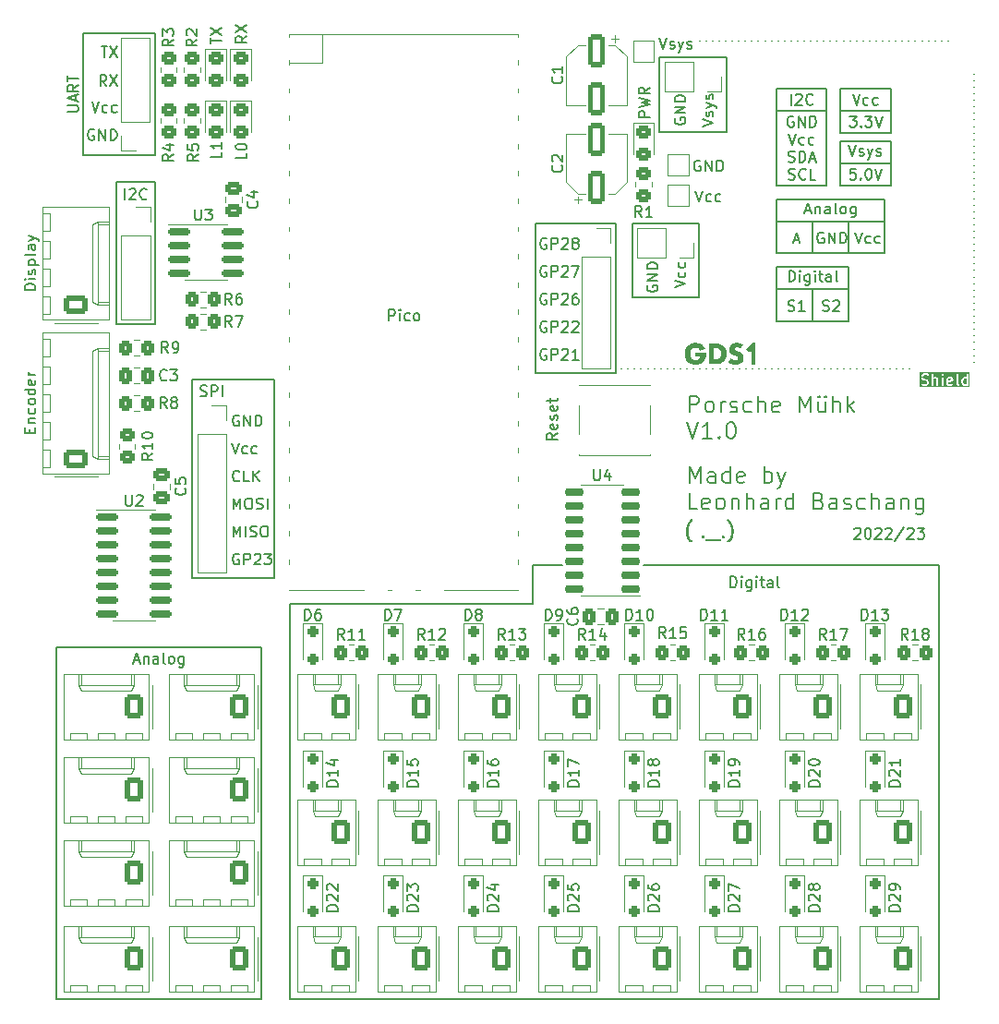
<source format=gto>
%TF.GenerationSoftware,KiCad,Pcbnew,8.0.2*%
%TF.CreationDate,2024-05-29T13:58:31+02:00*%
%TF.ProjectId,porscheMuehk,706f7273-6368-4654-9d75-65686b2e6b69,rev?*%
%TF.SameCoordinates,Original*%
%TF.FileFunction,Legend,Top*%
%TF.FilePolarity,Positive*%
%FSLAX46Y46*%
G04 Gerber Fmt 4.6, Leading zero omitted, Abs format (unit mm)*
G04 Created by KiCad (PCBNEW 8.0.2) date 2024-05-29 13:58:31*
%MOMM*%
%LPD*%
G01*
G04 APERTURE LIST*
G04 Aperture macros list*
%AMRoundRect*
0 Rectangle with rounded corners*
0 $1 Rounding radius*
0 $2 $3 $4 $5 $6 $7 $8 $9 X,Y pos of 4 corners*
0 Add a 4 corners polygon primitive as box body*
4,1,4,$2,$3,$4,$5,$6,$7,$8,$9,$2,$3,0*
0 Add four circle primitives for the rounded corners*
1,1,$1+$1,$2,$3*
1,1,$1+$1,$4,$5*
1,1,$1+$1,$6,$7*
1,1,$1+$1,$8,$9*
0 Add four rect primitives between the rounded corners*
20,1,$1+$1,$2,$3,$4,$5,0*
20,1,$1+$1,$4,$5,$6,$7,0*
20,1,$1+$1,$6,$7,$8,$9,0*
20,1,$1+$1,$8,$9,$2,$3,0*%
G04 Aperture macros list end*
%ADD10C,0.150000*%
%ADD11C,0.153000*%
%ADD12C,0.120000*%
%ADD13C,0.000000*%
%ADD14RoundRect,0.250000X0.620000X0.845000X-0.620000X0.845000X-0.620000X-0.845000X0.620000X-0.845000X0*%
%ADD15O,1.740000X2.190000*%
%ADD16RoundRect,0.250000X-0.250000X0.250000X-0.250000X-0.250000X0.250000X-0.250000X0.250000X0.250000X0*%
%ADD17RoundRect,0.250000X-0.450000X0.350000X-0.450000X-0.350000X0.450000X-0.350000X0.450000X0.350000X0*%
%ADD18C,3.200000*%
%ADD19RoundRect,0.250000X0.350000X0.450000X-0.350000X0.450000X-0.350000X-0.450000X0.350000X-0.450000X0*%
%ADD20RoundRect,0.250000X-0.550000X1.250000X-0.550000X-1.250000X0.550000X-1.250000X0.550000X1.250000X0*%
%ADD21RoundRect,0.250000X0.450000X-0.350000X0.450000X0.350000X-0.450000X0.350000X-0.450000X-0.350000X0*%
%ADD22RoundRect,0.250000X0.337500X0.475000X-0.337500X0.475000X-0.337500X-0.475000X0.337500X-0.475000X0*%
%ADD23RoundRect,0.150000X-0.825000X-0.150000X0.825000X-0.150000X0.825000X0.150000X-0.825000X0.150000X0*%
%ADD24R,1.550000X1.300000*%
%ADD25C,2.200000*%
%ADD26RoundRect,0.250000X-0.337500X-0.475000X0.337500X-0.475000X0.337500X0.475000X-0.337500X0.475000X0*%
%ADD27RoundRect,0.150000X0.725000X0.150000X-0.725000X0.150000X-0.725000X-0.150000X0.725000X-0.150000X0*%
%ADD28RoundRect,0.250000X-0.450000X0.325000X-0.450000X-0.325000X0.450000X-0.325000X0.450000X0.325000X0*%
%ADD29R,1.500000X1.500000*%
%ADD30R,1.700000X1.700000*%
%ADD31O,1.700000X1.700000*%
%ADD32RoundRect,0.250000X-0.350000X-0.450000X0.350000X-0.450000X0.350000X0.450000X-0.350000X0.450000X0*%
%ADD33RoundRect,0.250000X0.475000X-0.337500X0.475000X0.337500X-0.475000X0.337500X-0.475000X-0.337500X0*%
%ADD34RoundRect,0.250000X0.845000X-0.620000X0.845000X0.620000X-0.845000X0.620000X-0.845000X-0.620000X0*%
%ADD35O,2.190000X1.740000*%
%ADD36RoundRect,0.250000X0.550000X-1.250000X0.550000X1.250000X-0.550000X1.250000X-0.550000X-1.250000X0*%
%ADD37O,1.800000X1.800000*%
%ADD38O,1.500000X1.500000*%
%ADD39R,3.500000X1.700000*%
%ADD40R,1.700000X3.500000*%
G04 APERTURE END LIST*
D10*
X72390000Y-38735000D02*
X79756000Y-38735000D01*
X79756000Y-52451000D01*
X72390000Y-52451000D01*
X72390000Y-38735000D01*
X112628000Y-22033000D02*
X112628000Y-22033000D01*
X112628000Y-22633000D02*
X112628000Y-22633000D01*
X112628000Y-23233000D02*
X112628000Y-23233000D01*
X112628000Y-23833000D02*
X112628000Y-23833000D01*
X112628000Y-24433000D02*
X112628000Y-24433000D01*
X112628000Y-25033000D02*
X112628000Y-25033000D01*
X112628000Y-25633000D02*
X112628000Y-25633000D01*
X112628000Y-26233000D02*
X112628000Y-26233000D01*
X112628000Y-26833000D02*
X112628000Y-26833000D01*
X112628000Y-27433000D02*
X112628000Y-27433000D01*
X112628000Y-28033000D02*
X112628000Y-28033000D01*
X112628000Y-28633000D02*
X112628000Y-28633000D01*
X112628000Y-29233000D02*
X112628000Y-29233000D01*
X112628000Y-29833000D02*
X112628000Y-29833000D01*
X112628000Y-30433000D02*
X112628000Y-30433000D01*
X112628000Y-31033000D02*
X112628000Y-31033000D01*
X112628000Y-31633000D02*
X112628000Y-31633000D01*
X112628000Y-32233000D02*
X112628000Y-32233000D01*
X112628000Y-32833000D02*
X112628000Y-32833000D01*
X112628000Y-33433000D02*
X112628000Y-33433000D01*
X112628000Y-34033000D02*
X112628000Y-34033000D01*
X112628000Y-34633000D02*
X112628000Y-34633000D01*
X112628000Y-35233000D02*
X112628000Y-35233000D01*
X112628000Y-35833000D02*
X112628000Y-35833000D01*
X112628000Y-36433000D02*
X112628000Y-36433000D01*
X112628000Y-37033000D02*
X112628000Y-37033000D01*
X112628000Y-37633000D02*
X112628000Y-37633000D01*
X112628000Y-38233000D02*
X112628000Y-38233000D01*
X112628000Y-38833000D02*
X112628000Y-38833000D01*
X112628000Y-39433000D02*
X112628000Y-39433000D01*
X112628000Y-40033000D02*
X112628000Y-40033000D01*
X112628000Y-40633000D02*
X112628000Y-40633000D01*
X112628000Y-41233000D02*
X112628000Y-41233000D01*
X112628000Y-41833000D02*
X112628000Y-41833000D01*
X112628000Y-42433000D02*
X112628000Y-42433000D01*
X112628000Y-43033000D02*
X112628000Y-43033000D01*
X112628000Y-43633000D02*
X112628000Y-43633000D01*
X112628000Y-44233000D02*
X112628000Y-44233000D01*
X112628000Y-44833000D02*
X112628000Y-44833000D01*
X112628000Y-45433000D02*
X112628000Y-45433000D01*
X112628000Y-46033000D02*
X112628000Y-46033000D01*
X112628000Y-46633000D02*
X112628000Y-46633000D01*
X112628000Y-47233000D02*
X112628000Y-47233000D01*
X112628000Y-47833000D02*
X112628000Y-47833000D01*
X112628000Y-48433000D02*
X112628000Y-48433000D01*
X112628000Y-49033000D02*
X112628000Y-49033000D01*
X112628000Y-49633000D02*
X112628000Y-49633000D01*
X112628000Y-50233000D02*
X112628000Y-50233000D01*
X112628000Y-50833000D02*
X112628000Y-50833000D01*
X112628000Y-51433000D02*
X112628000Y-51433000D01*
X94509250Y-44780000D02*
X101113250Y-44780000D01*
X72136000Y-70104000D02*
X74803000Y-70104000D01*
X104986750Y-31191000D02*
X104986750Y-35255000D01*
X94509250Y-26365000D02*
X99081250Y-26365000D01*
X99081250Y-35255000D01*
X94509250Y-35255000D01*
X94509250Y-26365000D01*
X109347000Y-70104000D02*
X109347000Y-73787000D01*
X72136000Y-73660000D02*
X49894000Y-73660000D01*
X100327464Y-28397000D02*
X104986750Y-28397000D01*
X94636250Y-38557000D02*
X97684250Y-38557000D01*
X82296000Y-70104000D02*
X109347000Y-70104000D01*
X81280000Y-38798500D02*
X87376000Y-38798500D01*
X87376000Y-45529500D01*
X81280000Y-45529500D01*
X81280000Y-38798500D01*
X28448000Y-77597000D02*
X47244000Y-77597000D01*
X47244000Y-109855000D01*
X28448000Y-109855000D01*
X28448000Y-77597000D01*
X100287750Y-30429000D02*
X104986750Y-30429000D01*
X33909000Y-34925000D02*
X37465000Y-34925000D01*
X37465000Y-48006000D01*
X33909000Y-48006000D01*
X33909000Y-34925000D01*
X104986750Y-26365000D02*
X104986750Y-30429000D01*
X100287750Y-30429000D02*
X100287750Y-26365000D01*
X97811250Y-44780000D02*
X97811250Y-47701000D01*
X94509250Y-36525000D02*
X104415250Y-36525000D01*
X104415250Y-41478000D01*
X94509250Y-41478000D01*
X94509250Y-36525000D01*
X97811250Y-38557000D02*
X97811250Y-41478000D01*
X109347000Y-109855000D02*
X49894000Y-109855000D01*
X100287750Y-26365000D02*
X104986750Y-26365000D01*
X94509250Y-28397000D02*
X99081250Y-28397000D01*
X100287750Y-31191000D02*
X104986750Y-31191000D01*
X112628000Y-22033000D02*
X112628000Y-22033000D01*
X112028000Y-22033000D02*
X112028000Y-22033000D01*
X111428000Y-22033000D02*
X111428000Y-22033000D01*
X110828000Y-22033000D02*
X110828000Y-22033000D01*
X110228000Y-22033000D02*
X110228000Y-22033000D01*
X109628000Y-22033000D02*
X109628000Y-22033000D01*
X109028000Y-22033000D02*
X109028000Y-22033000D01*
X108428000Y-22033000D02*
X108428000Y-22033000D01*
X107828000Y-22033000D02*
X107828000Y-22033000D01*
X107228000Y-22033000D02*
X107228000Y-22033000D01*
X106628000Y-22033000D02*
X106628000Y-22033000D01*
X106028000Y-22033000D02*
X106028000Y-22033000D01*
X105428000Y-22033000D02*
X105428000Y-22033000D01*
X104828000Y-22033000D02*
X104828000Y-22033000D01*
X104228000Y-22033000D02*
X104228000Y-22033000D01*
X103628000Y-22033000D02*
X103628000Y-22033000D01*
X103028000Y-22033000D02*
X103028000Y-22033000D01*
X102428000Y-22033000D02*
X102428000Y-22033000D01*
X101828000Y-22033000D02*
X101828000Y-22033000D01*
X101228000Y-22033000D02*
X101228000Y-22033000D01*
X100628000Y-22033000D02*
X100628000Y-22033000D01*
X100028000Y-22033000D02*
X100028000Y-22033000D01*
X99428000Y-22033000D02*
X99428000Y-22033000D01*
X98828000Y-22033000D02*
X98828000Y-22033000D01*
X98228000Y-22033000D02*
X98228000Y-22033000D01*
X97628000Y-22033000D02*
X97628000Y-22033000D01*
X97028000Y-22033000D02*
X97028000Y-22033000D01*
X96428000Y-22033000D02*
X96428000Y-22033000D01*
X95828000Y-22033000D02*
X95828000Y-22033000D01*
X95228000Y-22033000D02*
X95228000Y-22033000D01*
X94628000Y-22033000D02*
X94628000Y-22033000D01*
X94028000Y-22033000D02*
X94028000Y-22033000D01*
X93428000Y-22033000D02*
X93428000Y-22033000D01*
X92828000Y-22033000D02*
X92828000Y-22033000D01*
X92228000Y-22033000D02*
X92228000Y-22033000D01*
X91628000Y-22033000D02*
X91628000Y-22033000D01*
X91028000Y-22033000D02*
X91028000Y-22033000D01*
X90428000Y-22033000D02*
X90428000Y-22033000D01*
X89828000Y-22033000D02*
X89828000Y-22033000D01*
X89228000Y-22033000D02*
X89228000Y-22033000D01*
X88628000Y-22033000D02*
X88628000Y-22033000D01*
X88028000Y-22033000D02*
X88028000Y-22033000D01*
X87428000Y-22033000D02*
X87428000Y-22033000D01*
X100287750Y-35255000D02*
X104986750Y-35255000D01*
X94509250Y-38557000D02*
X104415250Y-38557000D01*
X40894000Y-53086000D02*
X48387000Y-53086000D01*
X48387000Y-71247000D01*
X40894000Y-71247000D01*
X40894000Y-53086000D01*
X101113250Y-38557000D02*
X101113250Y-41478000D01*
X83756500Y-23495000D02*
X89916000Y-23495000D01*
X89916000Y-30353000D01*
X83756500Y-30353000D01*
X83756500Y-23495000D01*
X106680000Y-52033000D02*
X106680000Y-52033000D01*
X106080000Y-52033000D02*
X106080000Y-52033000D01*
X105480000Y-52033000D02*
X105480000Y-52033000D01*
X104880000Y-52033000D02*
X104880000Y-52033000D01*
X104280000Y-52033000D02*
X104280000Y-52033000D01*
X103680000Y-52033000D02*
X103680000Y-52033000D01*
X103080000Y-52033000D02*
X103080000Y-52033000D01*
X102480000Y-52033000D02*
X102480000Y-52033000D01*
X101880000Y-52033000D02*
X101880000Y-52033000D01*
X101280000Y-52033000D02*
X101280000Y-52033000D01*
X100680000Y-52033000D02*
X100680000Y-52033000D01*
X100080000Y-52033000D02*
X100080000Y-52033000D01*
X99480000Y-52033000D02*
X99480000Y-52033000D01*
X98880000Y-52033000D02*
X98880000Y-52033000D01*
X98280000Y-52033000D02*
X98280000Y-52033000D01*
X97680000Y-52033000D02*
X97680000Y-52033000D01*
X97080000Y-52033000D02*
X97080000Y-52033000D01*
X96480000Y-52033000D02*
X96480000Y-52033000D01*
X95880000Y-52033000D02*
X95880000Y-52033000D01*
X95280000Y-52033000D02*
X95280000Y-52033000D01*
X94680000Y-52033000D02*
X94680000Y-52033000D01*
X94080000Y-52033000D02*
X94080000Y-52033000D01*
X93480000Y-52033000D02*
X93480000Y-52033000D01*
X92880000Y-52033000D02*
X92880000Y-52033000D01*
X92280000Y-52033000D02*
X92280000Y-52033000D01*
X91680000Y-52033000D02*
X91680000Y-52033000D01*
X91080000Y-52033000D02*
X91080000Y-52033000D01*
X90480000Y-52033000D02*
X90480000Y-52033000D01*
X89880000Y-52033000D02*
X89880000Y-52033000D01*
X89280000Y-52033000D02*
X89280000Y-52033000D01*
X88680000Y-52033000D02*
X88680000Y-52033000D01*
X88080000Y-52033000D02*
X88080000Y-52033000D01*
X87480000Y-52033000D02*
X87480000Y-52033000D01*
X86880000Y-52033000D02*
X86880000Y-52033000D01*
X86280000Y-52033000D02*
X86280000Y-52033000D01*
X85680000Y-52033000D02*
X85680000Y-52033000D01*
X85080000Y-52033000D02*
X85080000Y-52033000D01*
X84480000Y-52033000D02*
X84480000Y-52033000D01*
X83880000Y-52033000D02*
X83880000Y-52033000D01*
X83280000Y-52033000D02*
X83280000Y-52033000D01*
X82680000Y-52033000D02*
X82680000Y-52033000D01*
X82080000Y-52033000D02*
X82080000Y-52033000D01*
X81480000Y-52033000D02*
X81480000Y-52033000D01*
X80880000Y-52033000D02*
X80880000Y-52033000D01*
X80280000Y-52033000D02*
X80280000Y-52033000D01*
X94509250Y-42748000D02*
X101113250Y-42748000D01*
X101113250Y-47701000D01*
X94509250Y-47701000D01*
X94509250Y-42748000D01*
X72136000Y-73660000D02*
X72136000Y-70104000D01*
X100287750Y-35255000D02*
X100287750Y-31191000D01*
X30924500Y-21336000D02*
X37528500Y-21336000D01*
X37528500Y-32512000D01*
X30924500Y-32512000D01*
X30924500Y-21336000D01*
X100287750Y-33223000D02*
X104986750Y-33223000D01*
X109347000Y-73787000D02*
X109347000Y-109855000D01*
X49894000Y-109855000D02*
X49894000Y-73660000D01*
D11*
X86522846Y-56067556D02*
X86522846Y-54567556D01*
X86522846Y-54567556D02*
X87094275Y-54567556D01*
X87094275Y-54567556D02*
X87237132Y-54638985D01*
X87237132Y-54638985D02*
X87308561Y-54710413D01*
X87308561Y-54710413D02*
X87379989Y-54853270D01*
X87379989Y-54853270D02*
X87379989Y-55067556D01*
X87379989Y-55067556D02*
X87308561Y-55210413D01*
X87308561Y-55210413D02*
X87237132Y-55281842D01*
X87237132Y-55281842D02*
X87094275Y-55353270D01*
X87094275Y-55353270D02*
X86522846Y-55353270D01*
X88237132Y-56067556D02*
X88094275Y-55996128D01*
X88094275Y-55996128D02*
X88022846Y-55924699D01*
X88022846Y-55924699D02*
X87951418Y-55781842D01*
X87951418Y-55781842D02*
X87951418Y-55353270D01*
X87951418Y-55353270D02*
X88022846Y-55210413D01*
X88022846Y-55210413D02*
X88094275Y-55138985D01*
X88094275Y-55138985D02*
X88237132Y-55067556D01*
X88237132Y-55067556D02*
X88451418Y-55067556D01*
X88451418Y-55067556D02*
X88594275Y-55138985D01*
X88594275Y-55138985D02*
X88665704Y-55210413D01*
X88665704Y-55210413D02*
X88737132Y-55353270D01*
X88737132Y-55353270D02*
X88737132Y-55781842D01*
X88737132Y-55781842D02*
X88665704Y-55924699D01*
X88665704Y-55924699D02*
X88594275Y-55996128D01*
X88594275Y-55996128D02*
X88451418Y-56067556D01*
X88451418Y-56067556D02*
X88237132Y-56067556D01*
X89379989Y-56067556D02*
X89379989Y-55067556D01*
X89379989Y-55353270D02*
X89451418Y-55210413D01*
X89451418Y-55210413D02*
X89522847Y-55138985D01*
X89522847Y-55138985D02*
X89665704Y-55067556D01*
X89665704Y-55067556D02*
X89808561Y-55067556D01*
X90237132Y-55996128D02*
X90379989Y-56067556D01*
X90379989Y-56067556D02*
X90665703Y-56067556D01*
X90665703Y-56067556D02*
X90808560Y-55996128D01*
X90808560Y-55996128D02*
X90879989Y-55853270D01*
X90879989Y-55853270D02*
X90879989Y-55781842D01*
X90879989Y-55781842D02*
X90808560Y-55638985D01*
X90808560Y-55638985D02*
X90665703Y-55567556D01*
X90665703Y-55567556D02*
X90451418Y-55567556D01*
X90451418Y-55567556D02*
X90308560Y-55496128D01*
X90308560Y-55496128D02*
X90237132Y-55353270D01*
X90237132Y-55353270D02*
X90237132Y-55281842D01*
X90237132Y-55281842D02*
X90308560Y-55138985D01*
X90308560Y-55138985D02*
X90451418Y-55067556D01*
X90451418Y-55067556D02*
X90665703Y-55067556D01*
X90665703Y-55067556D02*
X90808560Y-55138985D01*
X92165704Y-55996128D02*
X92022846Y-56067556D01*
X92022846Y-56067556D02*
X91737132Y-56067556D01*
X91737132Y-56067556D02*
X91594275Y-55996128D01*
X91594275Y-55996128D02*
X91522846Y-55924699D01*
X91522846Y-55924699D02*
X91451418Y-55781842D01*
X91451418Y-55781842D02*
X91451418Y-55353270D01*
X91451418Y-55353270D02*
X91522846Y-55210413D01*
X91522846Y-55210413D02*
X91594275Y-55138985D01*
X91594275Y-55138985D02*
X91737132Y-55067556D01*
X91737132Y-55067556D02*
X92022846Y-55067556D01*
X92022846Y-55067556D02*
X92165704Y-55138985D01*
X92808560Y-56067556D02*
X92808560Y-54567556D01*
X93451418Y-56067556D02*
X93451418Y-55281842D01*
X93451418Y-55281842D02*
X93379989Y-55138985D01*
X93379989Y-55138985D02*
X93237132Y-55067556D01*
X93237132Y-55067556D02*
X93022846Y-55067556D01*
X93022846Y-55067556D02*
X92879989Y-55138985D01*
X92879989Y-55138985D02*
X92808560Y-55210413D01*
X94737132Y-55996128D02*
X94594275Y-56067556D01*
X94594275Y-56067556D02*
X94308561Y-56067556D01*
X94308561Y-56067556D02*
X94165703Y-55996128D01*
X94165703Y-55996128D02*
X94094275Y-55853270D01*
X94094275Y-55853270D02*
X94094275Y-55281842D01*
X94094275Y-55281842D02*
X94165703Y-55138985D01*
X94165703Y-55138985D02*
X94308561Y-55067556D01*
X94308561Y-55067556D02*
X94594275Y-55067556D01*
X94594275Y-55067556D02*
X94737132Y-55138985D01*
X94737132Y-55138985D02*
X94808561Y-55281842D01*
X94808561Y-55281842D02*
X94808561Y-55424699D01*
X94808561Y-55424699D02*
X94094275Y-55567556D01*
X96594274Y-56067556D02*
X96594274Y-54567556D01*
X96594274Y-54567556D02*
X97094274Y-55638985D01*
X97094274Y-55638985D02*
X97594274Y-54567556D01*
X97594274Y-54567556D02*
X97594274Y-56067556D01*
X98951418Y-55067556D02*
X98951418Y-56067556D01*
X98308560Y-55067556D02*
X98308560Y-55853270D01*
X98308560Y-55853270D02*
X98379989Y-55996128D01*
X98379989Y-55996128D02*
X98522846Y-56067556D01*
X98522846Y-56067556D02*
X98737132Y-56067556D01*
X98737132Y-56067556D02*
X98879989Y-55996128D01*
X98879989Y-55996128D02*
X98951418Y-55924699D01*
X98379989Y-54567556D02*
X98451418Y-54638985D01*
X98451418Y-54638985D02*
X98379989Y-54710413D01*
X98379989Y-54710413D02*
X98308560Y-54638985D01*
X98308560Y-54638985D02*
X98379989Y-54567556D01*
X98379989Y-54567556D02*
X98379989Y-54710413D01*
X98951418Y-54567556D02*
X99022846Y-54638985D01*
X99022846Y-54638985D02*
X98951418Y-54710413D01*
X98951418Y-54710413D02*
X98879989Y-54638985D01*
X98879989Y-54638985D02*
X98951418Y-54567556D01*
X98951418Y-54567556D02*
X98951418Y-54710413D01*
X99665703Y-56067556D02*
X99665703Y-54567556D01*
X100308561Y-56067556D02*
X100308561Y-55281842D01*
X100308561Y-55281842D02*
X100237132Y-55138985D01*
X100237132Y-55138985D02*
X100094275Y-55067556D01*
X100094275Y-55067556D02*
X99879989Y-55067556D01*
X99879989Y-55067556D02*
X99737132Y-55138985D01*
X99737132Y-55138985D02*
X99665703Y-55210413D01*
X101022846Y-56067556D02*
X101022846Y-54567556D01*
X101165704Y-55496128D02*
X101594275Y-56067556D01*
X101594275Y-55067556D02*
X101022846Y-55638985D01*
X86308561Y-56982472D02*
X86808561Y-58482472D01*
X86808561Y-58482472D02*
X87308561Y-56982472D01*
X88594275Y-58482472D02*
X87737132Y-58482472D01*
X88165703Y-58482472D02*
X88165703Y-56982472D01*
X88165703Y-56982472D02*
X88022846Y-57196758D01*
X88022846Y-57196758D02*
X87879989Y-57339615D01*
X87879989Y-57339615D02*
X87737132Y-57411044D01*
X89237131Y-58339615D02*
X89308560Y-58411044D01*
X89308560Y-58411044D02*
X89237131Y-58482472D01*
X89237131Y-58482472D02*
X89165703Y-58411044D01*
X89165703Y-58411044D02*
X89237131Y-58339615D01*
X89237131Y-58339615D02*
X89237131Y-58482472D01*
X90237132Y-56982472D02*
X90379989Y-56982472D01*
X90379989Y-56982472D02*
X90522846Y-57053901D01*
X90522846Y-57053901D02*
X90594275Y-57125329D01*
X90594275Y-57125329D02*
X90665703Y-57268186D01*
X90665703Y-57268186D02*
X90737132Y-57553901D01*
X90737132Y-57553901D02*
X90737132Y-57911044D01*
X90737132Y-57911044D02*
X90665703Y-58196758D01*
X90665703Y-58196758D02*
X90594275Y-58339615D01*
X90594275Y-58339615D02*
X90522846Y-58411044D01*
X90522846Y-58411044D02*
X90379989Y-58482472D01*
X90379989Y-58482472D02*
X90237132Y-58482472D01*
X90237132Y-58482472D02*
X90094275Y-58411044D01*
X90094275Y-58411044D02*
X90022846Y-58339615D01*
X90022846Y-58339615D02*
X89951417Y-58196758D01*
X89951417Y-58196758D02*
X89879989Y-57911044D01*
X89879989Y-57911044D02*
X89879989Y-57553901D01*
X89879989Y-57553901D02*
X89951417Y-57268186D01*
X89951417Y-57268186D02*
X90022846Y-57125329D01*
X90022846Y-57125329D02*
X90094275Y-57053901D01*
X90094275Y-57053901D02*
X90237132Y-56982472D01*
X32564990Y-22491663D02*
X33136418Y-22491663D01*
X32850704Y-23491663D02*
X32850704Y-22491663D01*
X33374514Y-22491663D02*
X34041180Y-23491663D01*
X34041180Y-22491663D02*
X33374514Y-23491663D01*
X44518895Y-58869913D02*
X44852228Y-59869913D01*
X44852228Y-59869913D02*
X45185561Y-58869913D01*
X45947466Y-59822294D02*
X45852228Y-59869913D01*
X45852228Y-59869913D02*
X45661752Y-59869913D01*
X45661752Y-59869913D02*
X45566514Y-59822294D01*
X45566514Y-59822294D02*
X45518895Y-59774674D01*
X45518895Y-59774674D02*
X45471276Y-59679436D01*
X45471276Y-59679436D02*
X45471276Y-59393722D01*
X45471276Y-59393722D02*
X45518895Y-59298484D01*
X45518895Y-59298484D02*
X45566514Y-59250865D01*
X45566514Y-59250865D02*
X45661752Y-59203246D01*
X45661752Y-59203246D02*
X45852228Y-59203246D01*
X45852228Y-59203246D02*
X45947466Y-59250865D01*
X46804609Y-59822294D02*
X46709371Y-59869913D01*
X46709371Y-59869913D02*
X46518895Y-59869913D01*
X46518895Y-59869913D02*
X46423657Y-59822294D01*
X46423657Y-59822294D02*
X46376038Y-59774674D01*
X46376038Y-59774674D02*
X46328419Y-59679436D01*
X46328419Y-59679436D02*
X46328419Y-59393722D01*
X46328419Y-59393722D02*
X46376038Y-59298484D01*
X46376038Y-59298484D02*
X46423657Y-59250865D01*
X46423657Y-59250865D02*
X46518895Y-59203246D01*
X46518895Y-59203246D02*
X46709371Y-59203246D01*
X46709371Y-59203246D02*
X46804609Y-59250865D01*
X101479788Y-26885663D02*
X101813121Y-27885663D01*
X101813121Y-27885663D02*
X102146454Y-26885663D01*
X102908359Y-27838044D02*
X102813121Y-27885663D01*
X102813121Y-27885663D02*
X102622645Y-27885663D01*
X102622645Y-27885663D02*
X102527407Y-27838044D01*
X102527407Y-27838044D02*
X102479788Y-27790424D01*
X102479788Y-27790424D02*
X102432169Y-27695186D01*
X102432169Y-27695186D02*
X102432169Y-27409472D01*
X102432169Y-27409472D02*
X102479788Y-27314234D01*
X102479788Y-27314234D02*
X102527407Y-27266615D01*
X102527407Y-27266615D02*
X102622645Y-27218996D01*
X102622645Y-27218996D02*
X102813121Y-27218996D01*
X102813121Y-27218996D02*
X102908359Y-27266615D01*
X103765502Y-27838044D02*
X103670264Y-27885663D01*
X103670264Y-27885663D02*
X103479788Y-27885663D01*
X103479788Y-27885663D02*
X103384550Y-27838044D01*
X103384550Y-27838044D02*
X103336931Y-27790424D01*
X103336931Y-27790424D02*
X103289312Y-27695186D01*
X103289312Y-27695186D02*
X103289312Y-27409472D01*
X103289312Y-27409472D02*
X103336931Y-27314234D01*
X103336931Y-27314234D02*
X103384550Y-27266615D01*
X103384550Y-27266615D02*
X103479788Y-27218996D01*
X103479788Y-27218996D02*
X103670264Y-27218996D01*
X103670264Y-27218996D02*
X103765502Y-27266615D01*
X45185561Y-56377532D02*
X45090323Y-56329913D01*
X45090323Y-56329913D02*
X44947466Y-56329913D01*
X44947466Y-56329913D02*
X44804609Y-56377532D01*
X44804609Y-56377532D02*
X44709371Y-56472770D01*
X44709371Y-56472770D02*
X44661752Y-56568008D01*
X44661752Y-56568008D02*
X44614133Y-56758484D01*
X44614133Y-56758484D02*
X44614133Y-56901341D01*
X44614133Y-56901341D02*
X44661752Y-57091817D01*
X44661752Y-57091817D02*
X44709371Y-57187055D01*
X44709371Y-57187055D02*
X44804609Y-57282294D01*
X44804609Y-57282294D02*
X44947466Y-57329913D01*
X44947466Y-57329913D02*
X45042704Y-57329913D01*
X45042704Y-57329913D02*
X45185561Y-57282294D01*
X45185561Y-57282294D02*
X45233180Y-57234674D01*
X45233180Y-57234674D02*
X45233180Y-56901341D01*
X45233180Y-56901341D02*
X45042704Y-56901341D01*
X45661752Y-57329913D02*
X45661752Y-56329913D01*
X45661752Y-56329913D02*
X46233180Y-57329913D01*
X46233180Y-57329913D02*
X46233180Y-56329913D01*
X46709371Y-57329913D02*
X46709371Y-56329913D01*
X46709371Y-56329913D02*
X46947466Y-56329913D01*
X46947466Y-56329913D02*
X47090323Y-56377532D01*
X47090323Y-56377532D02*
X47185561Y-56472770D01*
X47185561Y-56472770D02*
X47233180Y-56568008D01*
X47233180Y-56568008D02*
X47280799Y-56758484D01*
X47280799Y-56758484D02*
X47280799Y-56901341D01*
X47280799Y-56901341D02*
X47233180Y-57091817D01*
X47233180Y-57091817D02*
X47185561Y-57187055D01*
X47185561Y-57187055D02*
X47090323Y-57282294D01*
X47090323Y-57282294D02*
X46947466Y-57329913D01*
X46947466Y-57329913D02*
X46709371Y-57329913D01*
G36*
X86805835Y-65960522D02*
G01*
X86776961Y-66028420D01*
X86738790Y-66075194D01*
X86685673Y-66129483D01*
X86645001Y-66171548D01*
X86598108Y-66233545D01*
X86555843Y-66306377D01*
X86523300Y-66377428D01*
X86494156Y-66456438D01*
X86472468Y-66528360D01*
X86468414Y-66543408D01*
X86449240Y-66622697D01*
X86434033Y-66701471D01*
X86422793Y-66779730D01*
X86415520Y-66857474D01*
X86412214Y-66934702D01*
X86411993Y-66960330D01*
X86414045Y-67056691D01*
X86420198Y-67148073D01*
X86430454Y-67234478D01*
X86444812Y-67315904D01*
X86463272Y-67392352D01*
X86485834Y-67463822D01*
X86522299Y-67551372D01*
X86566057Y-67630071D01*
X86617107Y-67699921D01*
X86645368Y-67731527D01*
X86704558Y-67778382D01*
X86740622Y-67806632D01*
X86790648Y-67861828D01*
X86804736Y-67911046D01*
X86774328Y-67979556D01*
X86706838Y-68008470D01*
X86704352Y-68008498D01*
X86633031Y-67987436D01*
X86624485Y-67982853D01*
X86545524Y-67930948D01*
X86474330Y-67869479D01*
X86410902Y-67798447D01*
X86355241Y-67717851D01*
X86307347Y-67627692D01*
X86267219Y-67527970D01*
X86244783Y-67456176D01*
X86225797Y-67380131D01*
X86210264Y-67299835D01*
X86198183Y-67215290D01*
X86189553Y-67126494D01*
X86184375Y-67033447D01*
X86182649Y-66936150D01*
X86185413Y-66846661D01*
X86193705Y-66756796D01*
X86207524Y-66666556D01*
X86222559Y-66594093D01*
X86241132Y-66521390D01*
X86263243Y-66448446D01*
X86288891Y-66375262D01*
X86295856Y-66356928D01*
X86328880Y-66278034D01*
X86364389Y-66204750D01*
X86402382Y-66137075D01*
X86442860Y-66075011D01*
X86496950Y-66005320D01*
X86554923Y-65944394D01*
X86616777Y-65892233D01*
X86629614Y-65882853D01*
X86696121Y-65851623D01*
X86701421Y-65851346D01*
X86770759Y-65880648D01*
X86774694Y-65884685D01*
X86805561Y-65952634D01*
X86805835Y-65960522D01*
G37*
G36*
X87747025Y-67656789D02*
G01*
X87675240Y-67637394D01*
X87648107Y-67615756D01*
X87611411Y-67551181D01*
X87607440Y-67516105D01*
X87626661Y-67444305D01*
X87648107Y-67416820D01*
X87712335Y-67379464D01*
X87747025Y-67375421D01*
X87818321Y-67394989D01*
X87845577Y-67416820D01*
X87882603Y-67481536D01*
X87886610Y-67516105D01*
X87867215Y-67588551D01*
X87845577Y-67615756D01*
X87781364Y-67652782D01*
X87747025Y-67656789D01*
G37*
G36*
X88996327Y-67914709D02*
G01*
X88917938Y-67912816D01*
X88836767Y-67908672D01*
X88776142Y-67904817D01*
X88699741Y-67900036D01*
X88622183Y-67896317D01*
X88557423Y-67894926D01*
X88098735Y-67894926D01*
X88028759Y-67904817D01*
X87955028Y-67914555D01*
X87945961Y-67914709D01*
X87945961Y-67703683D01*
X88026539Y-67703683D01*
X88103831Y-67703683D01*
X88180815Y-67703683D01*
X88266529Y-67703683D01*
X88340246Y-67703683D01*
X88417067Y-67703683D01*
X88492756Y-67703683D01*
X88569206Y-67703683D01*
X88575741Y-67703683D01*
X88653529Y-67703683D01*
X88733834Y-67703683D01*
X88793728Y-67703683D01*
X88869478Y-67703683D01*
X88946713Y-67703683D01*
X89011714Y-67703683D01*
X89368553Y-67703683D01*
X89368553Y-67914709D01*
X88996327Y-67914709D01*
G37*
G36*
X89584708Y-67656789D02*
G01*
X89512924Y-67637394D01*
X89485790Y-67615756D01*
X89449095Y-67551181D01*
X89445123Y-67516105D01*
X89464345Y-67444305D01*
X89485790Y-67416820D01*
X89550018Y-67379464D01*
X89584708Y-67375421D01*
X89656005Y-67394989D01*
X89683260Y-67416820D01*
X89720286Y-67481536D01*
X89724293Y-67516105D01*
X89704898Y-67588551D01*
X89683260Y-67615756D01*
X89619048Y-67652782D01*
X89584708Y-67656789D01*
G37*
G36*
X90560336Y-66936150D02*
G01*
X90558606Y-67033447D01*
X90553415Y-67126494D01*
X90544764Y-67215290D01*
X90532653Y-67299835D01*
X90517081Y-67380131D01*
X90498048Y-67456176D01*
X90475556Y-67527970D01*
X90435328Y-67627692D01*
X90387315Y-67717851D01*
X90331515Y-67798447D01*
X90267930Y-67869479D01*
X90196559Y-67930948D01*
X90117402Y-67982853D01*
X90046877Y-68008098D01*
X90038267Y-68008498D01*
X89969835Y-67981336D01*
X89967925Y-67979556D01*
X89937883Y-67911046D01*
X89965495Y-67842276D01*
X90001997Y-67806632D01*
X90061531Y-67759605D01*
X90097252Y-67731527D01*
X90151949Y-67666102D01*
X90199353Y-67591828D01*
X90239464Y-67508703D01*
X90272282Y-67416729D01*
X90292110Y-67341940D01*
X90307835Y-67262173D01*
X90319458Y-67177428D01*
X90326979Y-67087705D01*
X90330398Y-66993004D01*
X90330626Y-66960330D01*
X90328642Y-66883274D01*
X90322692Y-66805702D01*
X90312774Y-66727615D01*
X90298889Y-66649012D01*
X90281038Y-66569895D01*
X90274206Y-66543408D01*
X90252700Y-66470380D01*
X90223917Y-66390043D01*
X90191889Y-66317666D01*
X90156615Y-66253249D01*
X90111360Y-66188156D01*
X90097618Y-66171548D01*
X90044977Y-66117439D01*
X90004195Y-66075194D01*
X89958364Y-66017001D01*
X89937150Y-65960522D01*
X89962124Y-65891380D01*
X89967559Y-65885051D01*
X90035243Y-65851477D01*
X90040465Y-65851346D01*
X90110206Y-65880915D01*
X90113005Y-65882853D01*
X90175742Y-65933260D01*
X90234578Y-65992433D01*
X90289515Y-66060371D01*
X90330656Y-66121033D01*
X90369302Y-66187305D01*
X90405452Y-66259187D01*
X90439106Y-66336679D01*
X90447130Y-66356928D01*
X90473662Y-66430173D01*
X90496657Y-66503176D01*
X90516115Y-66575940D01*
X90532034Y-66648463D01*
X90544416Y-66720745D01*
X90554919Y-66810760D01*
X90559894Y-66900400D01*
X90560336Y-66936150D01*
G37*
X86522846Y-62544556D02*
X86522846Y-61044556D01*
X86522846Y-61044556D02*
X87022846Y-62115985D01*
X87022846Y-62115985D02*
X87522846Y-61044556D01*
X87522846Y-61044556D02*
X87522846Y-62544556D01*
X88879990Y-62544556D02*
X88879990Y-61758842D01*
X88879990Y-61758842D02*
X88808561Y-61615985D01*
X88808561Y-61615985D02*
X88665704Y-61544556D01*
X88665704Y-61544556D02*
X88379990Y-61544556D01*
X88379990Y-61544556D02*
X88237132Y-61615985D01*
X88879990Y-62473128D02*
X88737132Y-62544556D01*
X88737132Y-62544556D02*
X88379990Y-62544556D01*
X88379990Y-62544556D02*
X88237132Y-62473128D01*
X88237132Y-62473128D02*
X88165704Y-62330270D01*
X88165704Y-62330270D02*
X88165704Y-62187413D01*
X88165704Y-62187413D02*
X88237132Y-62044556D01*
X88237132Y-62044556D02*
X88379990Y-61973128D01*
X88379990Y-61973128D02*
X88737132Y-61973128D01*
X88737132Y-61973128D02*
X88879990Y-61901699D01*
X90237133Y-62544556D02*
X90237133Y-61044556D01*
X90237133Y-62473128D02*
X90094275Y-62544556D01*
X90094275Y-62544556D02*
X89808561Y-62544556D01*
X89808561Y-62544556D02*
X89665704Y-62473128D01*
X89665704Y-62473128D02*
X89594275Y-62401699D01*
X89594275Y-62401699D02*
X89522847Y-62258842D01*
X89522847Y-62258842D02*
X89522847Y-61830270D01*
X89522847Y-61830270D02*
X89594275Y-61687413D01*
X89594275Y-61687413D02*
X89665704Y-61615985D01*
X89665704Y-61615985D02*
X89808561Y-61544556D01*
X89808561Y-61544556D02*
X90094275Y-61544556D01*
X90094275Y-61544556D02*
X90237133Y-61615985D01*
X91522847Y-62473128D02*
X91379990Y-62544556D01*
X91379990Y-62544556D02*
X91094276Y-62544556D01*
X91094276Y-62544556D02*
X90951418Y-62473128D01*
X90951418Y-62473128D02*
X90879990Y-62330270D01*
X90879990Y-62330270D02*
X90879990Y-61758842D01*
X90879990Y-61758842D02*
X90951418Y-61615985D01*
X90951418Y-61615985D02*
X91094276Y-61544556D01*
X91094276Y-61544556D02*
X91379990Y-61544556D01*
X91379990Y-61544556D02*
X91522847Y-61615985D01*
X91522847Y-61615985D02*
X91594276Y-61758842D01*
X91594276Y-61758842D02*
X91594276Y-61901699D01*
X91594276Y-61901699D02*
X90879990Y-62044556D01*
X93379989Y-62544556D02*
X93379989Y-61044556D01*
X93379989Y-61615985D02*
X93522847Y-61544556D01*
X93522847Y-61544556D02*
X93808561Y-61544556D01*
X93808561Y-61544556D02*
X93951418Y-61615985D01*
X93951418Y-61615985D02*
X94022847Y-61687413D01*
X94022847Y-61687413D02*
X94094275Y-61830270D01*
X94094275Y-61830270D02*
X94094275Y-62258842D01*
X94094275Y-62258842D02*
X94022847Y-62401699D01*
X94022847Y-62401699D02*
X93951418Y-62473128D01*
X93951418Y-62473128D02*
X93808561Y-62544556D01*
X93808561Y-62544556D02*
X93522847Y-62544556D01*
X93522847Y-62544556D02*
X93379989Y-62473128D01*
X94594275Y-61544556D02*
X94951418Y-62544556D01*
X95308561Y-61544556D02*
X94951418Y-62544556D01*
X94951418Y-62544556D02*
X94808561Y-62901699D01*
X94808561Y-62901699D02*
X94737132Y-62973128D01*
X94737132Y-62973128D02*
X94594275Y-63044556D01*
X87237132Y-64959472D02*
X86522846Y-64959472D01*
X86522846Y-64959472D02*
X86522846Y-63459472D01*
X88308561Y-64888044D02*
X88165704Y-64959472D01*
X88165704Y-64959472D02*
X87879990Y-64959472D01*
X87879990Y-64959472D02*
X87737132Y-64888044D01*
X87737132Y-64888044D02*
X87665704Y-64745186D01*
X87665704Y-64745186D02*
X87665704Y-64173758D01*
X87665704Y-64173758D02*
X87737132Y-64030901D01*
X87737132Y-64030901D02*
X87879990Y-63959472D01*
X87879990Y-63959472D02*
X88165704Y-63959472D01*
X88165704Y-63959472D02*
X88308561Y-64030901D01*
X88308561Y-64030901D02*
X88379990Y-64173758D01*
X88379990Y-64173758D02*
X88379990Y-64316615D01*
X88379990Y-64316615D02*
X87665704Y-64459472D01*
X89237132Y-64959472D02*
X89094275Y-64888044D01*
X89094275Y-64888044D02*
X89022846Y-64816615D01*
X89022846Y-64816615D02*
X88951418Y-64673758D01*
X88951418Y-64673758D02*
X88951418Y-64245186D01*
X88951418Y-64245186D02*
X89022846Y-64102329D01*
X89022846Y-64102329D02*
X89094275Y-64030901D01*
X89094275Y-64030901D02*
X89237132Y-63959472D01*
X89237132Y-63959472D02*
X89451418Y-63959472D01*
X89451418Y-63959472D02*
X89594275Y-64030901D01*
X89594275Y-64030901D02*
X89665704Y-64102329D01*
X89665704Y-64102329D02*
X89737132Y-64245186D01*
X89737132Y-64245186D02*
X89737132Y-64673758D01*
X89737132Y-64673758D02*
X89665704Y-64816615D01*
X89665704Y-64816615D02*
X89594275Y-64888044D01*
X89594275Y-64888044D02*
X89451418Y-64959472D01*
X89451418Y-64959472D02*
X89237132Y-64959472D01*
X90379989Y-63959472D02*
X90379989Y-64959472D01*
X90379989Y-64102329D02*
X90451418Y-64030901D01*
X90451418Y-64030901D02*
X90594275Y-63959472D01*
X90594275Y-63959472D02*
X90808561Y-63959472D01*
X90808561Y-63959472D02*
X90951418Y-64030901D01*
X90951418Y-64030901D02*
X91022847Y-64173758D01*
X91022847Y-64173758D02*
X91022847Y-64959472D01*
X91737132Y-64959472D02*
X91737132Y-63459472D01*
X92379990Y-64959472D02*
X92379990Y-64173758D01*
X92379990Y-64173758D02*
X92308561Y-64030901D01*
X92308561Y-64030901D02*
X92165704Y-63959472D01*
X92165704Y-63959472D02*
X91951418Y-63959472D01*
X91951418Y-63959472D02*
X91808561Y-64030901D01*
X91808561Y-64030901D02*
X91737132Y-64102329D01*
X93737133Y-64959472D02*
X93737133Y-64173758D01*
X93737133Y-64173758D02*
X93665704Y-64030901D01*
X93665704Y-64030901D02*
X93522847Y-63959472D01*
X93522847Y-63959472D02*
X93237133Y-63959472D01*
X93237133Y-63959472D02*
X93094275Y-64030901D01*
X93737133Y-64888044D02*
X93594275Y-64959472D01*
X93594275Y-64959472D02*
X93237133Y-64959472D01*
X93237133Y-64959472D02*
X93094275Y-64888044D01*
X93094275Y-64888044D02*
X93022847Y-64745186D01*
X93022847Y-64745186D02*
X93022847Y-64602329D01*
X93022847Y-64602329D02*
X93094275Y-64459472D01*
X93094275Y-64459472D02*
X93237133Y-64388044D01*
X93237133Y-64388044D02*
X93594275Y-64388044D01*
X93594275Y-64388044D02*
X93737133Y-64316615D01*
X94451418Y-64959472D02*
X94451418Y-63959472D01*
X94451418Y-64245186D02*
X94522847Y-64102329D01*
X94522847Y-64102329D02*
X94594276Y-64030901D01*
X94594276Y-64030901D02*
X94737133Y-63959472D01*
X94737133Y-63959472D02*
X94879990Y-63959472D01*
X96022847Y-64959472D02*
X96022847Y-63459472D01*
X96022847Y-64888044D02*
X95879989Y-64959472D01*
X95879989Y-64959472D02*
X95594275Y-64959472D01*
X95594275Y-64959472D02*
X95451418Y-64888044D01*
X95451418Y-64888044D02*
X95379989Y-64816615D01*
X95379989Y-64816615D02*
X95308561Y-64673758D01*
X95308561Y-64673758D02*
X95308561Y-64245186D01*
X95308561Y-64245186D02*
X95379989Y-64102329D01*
X95379989Y-64102329D02*
X95451418Y-64030901D01*
X95451418Y-64030901D02*
X95594275Y-63959472D01*
X95594275Y-63959472D02*
X95879989Y-63959472D01*
X95879989Y-63959472D02*
X96022847Y-64030901D01*
X98379989Y-64173758D02*
X98594275Y-64245186D01*
X98594275Y-64245186D02*
X98665704Y-64316615D01*
X98665704Y-64316615D02*
X98737132Y-64459472D01*
X98737132Y-64459472D02*
X98737132Y-64673758D01*
X98737132Y-64673758D02*
X98665704Y-64816615D01*
X98665704Y-64816615D02*
X98594275Y-64888044D01*
X98594275Y-64888044D02*
X98451418Y-64959472D01*
X98451418Y-64959472D02*
X97879989Y-64959472D01*
X97879989Y-64959472D02*
X97879989Y-63459472D01*
X97879989Y-63459472D02*
X98379989Y-63459472D01*
X98379989Y-63459472D02*
X98522847Y-63530901D01*
X98522847Y-63530901D02*
X98594275Y-63602329D01*
X98594275Y-63602329D02*
X98665704Y-63745186D01*
X98665704Y-63745186D02*
X98665704Y-63888044D01*
X98665704Y-63888044D02*
X98594275Y-64030901D01*
X98594275Y-64030901D02*
X98522847Y-64102329D01*
X98522847Y-64102329D02*
X98379989Y-64173758D01*
X98379989Y-64173758D02*
X97879989Y-64173758D01*
X100022847Y-64959472D02*
X100022847Y-64173758D01*
X100022847Y-64173758D02*
X99951418Y-64030901D01*
X99951418Y-64030901D02*
X99808561Y-63959472D01*
X99808561Y-63959472D02*
X99522847Y-63959472D01*
X99522847Y-63959472D02*
X99379989Y-64030901D01*
X100022847Y-64888044D02*
X99879989Y-64959472D01*
X99879989Y-64959472D02*
X99522847Y-64959472D01*
X99522847Y-64959472D02*
X99379989Y-64888044D01*
X99379989Y-64888044D02*
X99308561Y-64745186D01*
X99308561Y-64745186D02*
X99308561Y-64602329D01*
X99308561Y-64602329D02*
X99379989Y-64459472D01*
X99379989Y-64459472D02*
X99522847Y-64388044D01*
X99522847Y-64388044D02*
X99879989Y-64388044D01*
X99879989Y-64388044D02*
X100022847Y-64316615D01*
X100665704Y-64888044D02*
X100808561Y-64959472D01*
X100808561Y-64959472D02*
X101094275Y-64959472D01*
X101094275Y-64959472D02*
X101237132Y-64888044D01*
X101237132Y-64888044D02*
X101308561Y-64745186D01*
X101308561Y-64745186D02*
X101308561Y-64673758D01*
X101308561Y-64673758D02*
X101237132Y-64530901D01*
X101237132Y-64530901D02*
X101094275Y-64459472D01*
X101094275Y-64459472D02*
X100879990Y-64459472D01*
X100879990Y-64459472D02*
X100737132Y-64388044D01*
X100737132Y-64388044D02*
X100665704Y-64245186D01*
X100665704Y-64245186D02*
X100665704Y-64173758D01*
X100665704Y-64173758D02*
X100737132Y-64030901D01*
X100737132Y-64030901D02*
X100879990Y-63959472D01*
X100879990Y-63959472D02*
X101094275Y-63959472D01*
X101094275Y-63959472D02*
X101237132Y-64030901D01*
X102594276Y-64888044D02*
X102451418Y-64959472D01*
X102451418Y-64959472D02*
X102165704Y-64959472D01*
X102165704Y-64959472D02*
X102022847Y-64888044D01*
X102022847Y-64888044D02*
X101951418Y-64816615D01*
X101951418Y-64816615D02*
X101879990Y-64673758D01*
X101879990Y-64673758D02*
X101879990Y-64245186D01*
X101879990Y-64245186D02*
X101951418Y-64102329D01*
X101951418Y-64102329D02*
X102022847Y-64030901D01*
X102022847Y-64030901D02*
X102165704Y-63959472D01*
X102165704Y-63959472D02*
X102451418Y-63959472D01*
X102451418Y-63959472D02*
X102594276Y-64030901D01*
X103237132Y-64959472D02*
X103237132Y-63459472D01*
X103879990Y-64959472D02*
X103879990Y-64173758D01*
X103879990Y-64173758D02*
X103808561Y-64030901D01*
X103808561Y-64030901D02*
X103665704Y-63959472D01*
X103665704Y-63959472D02*
X103451418Y-63959472D01*
X103451418Y-63959472D02*
X103308561Y-64030901D01*
X103308561Y-64030901D02*
X103237132Y-64102329D01*
X105237133Y-64959472D02*
X105237133Y-64173758D01*
X105237133Y-64173758D02*
X105165704Y-64030901D01*
X105165704Y-64030901D02*
X105022847Y-63959472D01*
X105022847Y-63959472D02*
X104737133Y-63959472D01*
X104737133Y-63959472D02*
X104594275Y-64030901D01*
X105237133Y-64888044D02*
X105094275Y-64959472D01*
X105094275Y-64959472D02*
X104737133Y-64959472D01*
X104737133Y-64959472D02*
X104594275Y-64888044D01*
X104594275Y-64888044D02*
X104522847Y-64745186D01*
X104522847Y-64745186D02*
X104522847Y-64602329D01*
X104522847Y-64602329D02*
X104594275Y-64459472D01*
X104594275Y-64459472D02*
X104737133Y-64388044D01*
X104737133Y-64388044D02*
X105094275Y-64388044D01*
X105094275Y-64388044D02*
X105237133Y-64316615D01*
X105951418Y-63959472D02*
X105951418Y-64959472D01*
X105951418Y-64102329D02*
X106022847Y-64030901D01*
X106022847Y-64030901D02*
X106165704Y-63959472D01*
X106165704Y-63959472D02*
X106379990Y-63959472D01*
X106379990Y-63959472D02*
X106522847Y-64030901D01*
X106522847Y-64030901D02*
X106594276Y-64173758D01*
X106594276Y-64173758D02*
X106594276Y-64959472D01*
X107951419Y-63959472D02*
X107951419Y-65173758D01*
X107951419Y-65173758D02*
X107879990Y-65316615D01*
X107879990Y-65316615D02*
X107808561Y-65388044D01*
X107808561Y-65388044D02*
X107665704Y-65459472D01*
X107665704Y-65459472D02*
X107451419Y-65459472D01*
X107451419Y-65459472D02*
X107308561Y-65388044D01*
X107951419Y-64888044D02*
X107808561Y-64959472D01*
X107808561Y-64959472D02*
X107522847Y-64959472D01*
X107522847Y-64959472D02*
X107379990Y-64888044D01*
X107379990Y-64888044D02*
X107308561Y-64816615D01*
X107308561Y-64816615D02*
X107237133Y-64673758D01*
X107237133Y-64673758D02*
X107237133Y-64245186D01*
X107237133Y-64245186D02*
X107308561Y-64102329D01*
X107308561Y-64102329D02*
X107379990Y-64030901D01*
X107379990Y-64030901D02*
X107522847Y-63959472D01*
X107522847Y-63959472D02*
X107808561Y-63959472D01*
X107808561Y-63959472D02*
X107951419Y-64030901D01*
X26015853Y-57973688D02*
X26015853Y-57640355D01*
X26539663Y-57497498D02*
X26539663Y-57973688D01*
X26539663Y-57973688D02*
X25539663Y-57973688D01*
X25539663Y-57973688D02*
X25539663Y-57497498D01*
X25872996Y-57068926D02*
X26539663Y-57068926D01*
X25968234Y-57068926D02*
X25920615Y-57021307D01*
X25920615Y-57021307D02*
X25872996Y-56926069D01*
X25872996Y-56926069D02*
X25872996Y-56783212D01*
X25872996Y-56783212D02*
X25920615Y-56687974D01*
X25920615Y-56687974D02*
X26015853Y-56640355D01*
X26015853Y-56640355D02*
X26539663Y-56640355D01*
X26492044Y-55735593D02*
X26539663Y-55830831D01*
X26539663Y-55830831D02*
X26539663Y-56021307D01*
X26539663Y-56021307D02*
X26492044Y-56116545D01*
X26492044Y-56116545D02*
X26444424Y-56164164D01*
X26444424Y-56164164D02*
X26349186Y-56211783D01*
X26349186Y-56211783D02*
X26063472Y-56211783D01*
X26063472Y-56211783D02*
X25968234Y-56164164D01*
X25968234Y-56164164D02*
X25920615Y-56116545D01*
X25920615Y-56116545D02*
X25872996Y-56021307D01*
X25872996Y-56021307D02*
X25872996Y-55830831D01*
X25872996Y-55830831D02*
X25920615Y-55735593D01*
X26539663Y-55164164D02*
X26492044Y-55259402D01*
X26492044Y-55259402D02*
X26444424Y-55307021D01*
X26444424Y-55307021D02*
X26349186Y-55354640D01*
X26349186Y-55354640D02*
X26063472Y-55354640D01*
X26063472Y-55354640D02*
X25968234Y-55307021D01*
X25968234Y-55307021D02*
X25920615Y-55259402D01*
X25920615Y-55259402D02*
X25872996Y-55164164D01*
X25872996Y-55164164D02*
X25872996Y-55021307D01*
X25872996Y-55021307D02*
X25920615Y-54926069D01*
X25920615Y-54926069D02*
X25968234Y-54878450D01*
X25968234Y-54878450D02*
X26063472Y-54830831D01*
X26063472Y-54830831D02*
X26349186Y-54830831D01*
X26349186Y-54830831D02*
X26444424Y-54878450D01*
X26444424Y-54878450D02*
X26492044Y-54926069D01*
X26492044Y-54926069D02*
X26539663Y-55021307D01*
X26539663Y-55021307D02*
X26539663Y-55164164D01*
X26539663Y-53973688D02*
X25539663Y-53973688D01*
X26492044Y-53973688D02*
X26539663Y-54068926D01*
X26539663Y-54068926D02*
X26539663Y-54259402D01*
X26539663Y-54259402D02*
X26492044Y-54354640D01*
X26492044Y-54354640D02*
X26444424Y-54402259D01*
X26444424Y-54402259D02*
X26349186Y-54449878D01*
X26349186Y-54449878D02*
X26063472Y-54449878D01*
X26063472Y-54449878D02*
X25968234Y-54402259D01*
X25968234Y-54402259D02*
X25920615Y-54354640D01*
X25920615Y-54354640D02*
X25872996Y-54259402D01*
X25872996Y-54259402D02*
X25872996Y-54068926D01*
X25872996Y-54068926D02*
X25920615Y-53973688D01*
X26492044Y-53116545D02*
X26539663Y-53211783D01*
X26539663Y-53211783D02*
X26539663Y-53402259D01*
X26539663Y-53402259D02*
X26492044Y-53497497D01*
X26492044Y-53497497D02*
X26396805Y-53545116D01*
X26396805Y-53545116D02*
X26015853Y-53545116D01*
X26015853Y-53545116D02*
X25920615Y-53497497D01*
X25920615Y-53497497D02*
X25872996Y-53402259D01*
X25872996Y-53402259D02*
X25872996Y-53211783D01*
X25872996Y-53211783D02*
X25920615Y-53116545D01*
X25920615Y-53116545D02*
X26015853Y-53068926D01*
X26015853Y-53068926D02*
X26111091Y-53068926D01*
X26111091Y-53068926D02*
X26206329Y-53545116D01*
X26539663Y-52640354D02*
X25872996Y-52640354D01*
X26063472Y-52640354D02*
X25968234Y-52592735D01*
X25968234Y-52592735D02*
X25920615Y-52545116D01*
X25920615Y-52545116D02*
X25872996Y-52449878D01*
X25872996Y-52449878D02*
X25872996Y-52354640D01*
X41661348Y-54559044D02*
X41804205Y-54606663D01*
X41804205Y-54606663D02*
X42042300Y-54606663D01*
X42042300Y-54606663D02*
X42137538Y-54559044D01*
X42137538Y-54559044D02*
X42185157Y-54511424D01*
X42185157Y-54511424D02*
X42232776Y-54416186D01*
X42232776Y-54416186D02*
X42232776Y-54320948D01*
X42232776Y-54320948D02*
X42185157Y-54225710D01*
X42185157Y-54225710D02*
X42137538Y-54178091D01*
X42137538Y-54178091D02*
X42042300Y-54130472D01*
X42042300Y-54130472D02*
X41851824Y-54082853D01*
X41851824Y-54082853D02*
X41756586Y-54035234D01*
X41756586Y-54035234D02*
X41708967Y-53987615D01*
X41708967Y-53987615D02*
X41661348Y-53892377D01*
X41661348Y-53892377D02*
X41661348Y-53797139D01*
X41661348Y-53797139D02*
X41708967Y-53701901D01*
X41708967Y-53701901D02*
X41756586Y-53654282D01*
X41756586Y-53654282D02*
X41851824Y-53606663D01*
X41851824Y-53606663D02*
X42089919Y-53606663D01*
X42089919Y-53606663D02*
X42232776Y-53654282D01*
X42661348Y-54606663D02*
X42661348Y-53606663D01*
X42661348Y-53606663D02*
X43042300Y-53606663D01*
X43042300Y-53606663D02*
X43137538Y-53654282D01*
X43137538Y-53654282D02*
X43185157Y-53701901D01*
X43185157Y-53701901D02*
X43232776Y-53797139D01*
X43232776Y-53797139D02*
X43232776Y-53939996D01*
X43232776Y-53939996D02*
X43185157Y-54035234D01*
X43185157Y-54035234D02*
X43137538Y-54082853D01*
X43137538Y-54082853D02*
X43042300Y-54130472D01*
X43042300Y-54130472D02*
X42661348Y-54130472D01*
X43661348Y-54606663D02*
X43661348Y-53606663D01*
X96033345Y-28961450D02*
X95938107Y-28913831D01*
X95938107Y-28913831D02*
X95795250Y-28913831D01*
X95795250Y-28913831D02*
X95652393Y-28961450D01*
X95652393Y-28961450D02*
X95557155Y-29056688D01*
X95557155Y-29056688D02*
X95509536Y-29151926D01*
X95509536Y-29151926D02*
X95461917Y-29342402D01*
X95461917Y-29342402D02*
X95461917Y-29485259D01*
X95461917Y-29485259D02*
X95509536Y-29675735D01*
X95509536Y-29675735D02*
X95557155Y-29770973D01*
X95557155Y-29770973D02*
X95652393Y-29866212D01*
X95652393Y-29866212D02*
X95795250Y-29913831D01*
X95795250Y-29913831D02*
X95890488Y-29913831D01*
X95890488Y-29913831D02*
X96033345Y-29866212D01*
X96033345Y-29866212D02*
X96080964Y-29818592D01*
X96080964Y-29818592D02*
X96080964Y-29485259D01*
X96080964Y-29485259D02*
X95890488Y-29485259D01*
X96509536Y-29913831D02*
X96509536Y-28913831D01*
X96509536Y-28913831D02*
X97080964Y-29913831D01*
X97080964Y-29913831D02*
X97080964Y-28913831D01*
X97557155Y-29913831D02*
X97557155Y-28913831D01*
X97557155Y-28913831D02*
X97795250Y-28913831D01*
X97795250Y-28913831D02*
X97938107Y-28961450D01*
X97938107Y-28961450D02*
X98033345Y-29056688D01*
X98033345Y-29056688D02*
X98080964Y-29151926D01*
X98080964Y-29151926D02*
X98128583Y-29342402D01*
X98128583Y-29342402D02*
X98128583Y-29485259D01*
X98128583Y-29485259D02*
X98080964Y-29675735D01*
X98080964Y-29675735D02*
X98033345Y-29770973D01*
X98033345Y-29770973D02*
X97938107Y-29866212D01*
X97938107Y-29866212D02*
X97795250Y-29913831D01*
X97795250Y-29913831D02*
X97557155Y-29913831D01*
X95604774Y-30523775D02*
X95938107Y-31523775D01*
X95938107Y-31523775D02*
X96271440Y-30523775D01*
X97033345Y-31476156D02*
X96938107Y-31523775D01*
X96938107Y-31523775D02*
X96747631Y-31523775D01*
X96747631Y-31523775D02*
X96652393Y-31476156D01*
X96652393Y-31476156D02*
X96604774Y-31428536D01*
X96604774Y-31428536D02*
X96557155Y-31333298D01*
X96557155Y-31333298D02*
X96557155Y-31047584D01*
X96557155Y-31047584D02*
X96604774Y-30952346D01*
X96604774Y-30952346D02*
X96652393Y-30904727D01*
X96652393Y-30904727D02*
X96747631Y-30857108D01*
X96747631Y-30857108D02*
X96938107Y-30857108D01*
X96938107Y-30857108D02*
X97033345Y-30904727D01*
X97890488Y-31476156D02*
X97795250Y-31523775D01*
X97795250Y-31523775D02*
X97604774Y-31523775D01*
X97604774Y-31523775D02*
X97509536Y-31476156D01*
X97509536Y-31476156D02*
X97461917Y-31428536D01*
X97461917Y-31428536D02*
X97414298Y-31333298D01*
X97414298Y-31333298D02*
X97414298Y-31047584D01*
X97414298Y-31047584D02*
X97461917Y-30952346D01*
X97461917Y-30952346D02*
X97509536Y-30904727D01*
X97509536Y-30904727D02*
X97604774Y-30857108D01*
X97604774Y-30857108D02*
X97795250Y-30857108D01*
X97795250Y-30857108D02*
X97890488Y-30904727D01*
X95580964Y-33086100D02*
X95723821Y-33133719D01*
X95723821Y-33133719D02*
X95961916Y-33133719D01*
X95961916Y-33133719D02*
X96057154Y-33086100D01*
X96057154Y-33086100D02*
X96104773Y-33038480D01*
X96104773Y-33038480D02*
X96152392Y-32943242D01*
X96152392Y-32943242D02*
X96152392Y-32848004D01*
X96152392Y-32848004D02*
X96104773Y-32752766D01*
X96104773Y-32752766D02*
X96057154Y-32705147D01*
X96057154Y-32705147D02*
X95961916Y-32657528D01*
X95961916Y-32657528D02*
X95771440Y-32609909D01*
X95771440Y-32609909D02*
X95676202Y-32562290D01*
X95676202Y-32562290D02*
X95628583Y-32514671D01*
X95628583Y-32514671D02*
X95580964Y-32419433D01*
X95580964Y-32419433D02*
X95580964Y-32324195D01*
X95580964Y-32324195D02*
X95628583Y-32228957D01*
X95628583Y-32228957D02*
X95676202Y-32181338D01*
X95676202Y-32181338D02*
X95771440Y-32133719D01*
X95771440Y-32133719D02*
X96009535Y-32133719D01*
X96009535Y-32133719D02*
X96152392Y-32181338D01*
X96580964Y-33133719D02*
X96580964Y-32133719D01*
X96580964Y-32133719D02*
X96819059Y-32133719D01*
X96819059Y-32133719D02*
X96961916Y-32181338D01*
X96961916Y-32181338D02*
X97057154Y-32276576D01*
X97057154Y-32276576D02*
X97104773Y-32371814D01*
X97104773Y-32371814D02*
X97152392Y-32562290D01*
X97152392Y-32562290D02*
X97152392Y-32705147D01*
X97152392Y-32705147D02*
X97104773Y-32895623D01*
X97104773Y-32895623D02*
X97057154Y-32990861D01*
X97057154Y-32990861D02*
X96961916Y-33086100D01*
X96961916Y-33086100D02*
X96819059Y-33133719D01*
X96819059Y-33133719D02*
X96580964Y-33133719D01*
X97533345Y-32848004D02*
X98009535Y-32848004D01*
X97438107Y-33133719D02*
X97771440Y-32133719D01*
X97771440Y-32133719D02*
X98104773Y-33133719D01*
X95604774Y-34696044D02*
X95747631Y-34743663D01*
X95747631Y-34743663D02*
X95985726Y-34743663D01*
X95985726Y-34743663D02*
X96080964Y-34696044D01*
X96080964Y-34696044D02*
X96128583Y-34648424D01*
X96128583Y-34648424D02*
X96176202Y-34553186D01*
X96176202Y-34553186D02*
X96176202Y-34457948D01*
X96176202Y-34457948D02*
X96128583Y-34362710D01*
X96128583Y-34362710D02*
X96080964Y-34315091D01*
X96080964Y-34315091D02*
X95985726Y-34267472D01*
X95985726Y-34267472D02*
X95795250Y-34219853D01*
X95795250Y-34219853D02*
X95700012Y-34172234D01*
X95700012Y-34172234D02*
X95652393Y-34124615D01*
X95652393Y-34124615D02*
X95604774Y-34029377D01*
X95604774Y-34029377D02*
X95604774Y-33934139D01*
X95604774Y-33934139D02*
X95652393Y-33838901D01*
X95652393Y-33838901D02*
X95700012Y-33791282D01*
X95700012Y-33791282D02*
X95795250Y-33743663D01*
X95795250Y-33743663D02*
X96033345Y-33743663D01*
X96033345Y-33743663D02*
X96176202Y-33791282D01*
X97176202Y-34648424D02*
X97128583Y-34696044D01*
X97128583Y-34696044D02*
X96985726Y-34743663D01*
X96985726Y-34743663D02*
X96890488Y-34743663D01*
X96890488Y-34743663D02*
X96747631Y-34696044D01*
X96747631Y-34696044D02*
X96652393Y-34600805D01*
X96652393Y-34600805D02*
X96604774Y-34505567D01*
X96604774Y-34505567D02*
X96557155Y-34315091D01*
X96557155Y-34315091D02*
X96557155Y-34172234D01*
X96557155Y-34172234D02*
X96604774Y-33981758D01*
X96604774Y-33981758D02*
X96652393Y-33886520D01*
X96652393Y-33886520D02*
X96747631Y-33791282D01*
X96747631Y-33791282D02*
X96890488Y-33743663D01*
X96890488Y-33743663D02*
X96985726Y-33743663D01*
X96985726Y-33743663D02*
X97128583Y-33791282D01*
X97128583Y-33791282D02*
X97176202Y-33838901D01*
X98080964Y-34743663D02*
X97604774Y-34743663D01*
X97604774Y-34743663D02*
X97604774Y-33743663D01*
X83761895Y-21729663D02*
X84095228Y-22729663D01*
X84095228Y-22729663D02*
X84428561Y-21729663D01*
X84714276Y-22682044D02*
X84809514Y-22729663D01*
X84809514Y-22729663D02*
X84999990Y-22729663D01*
X84999990Y-22729663D02*
X85095228Y-22682044D01*
X85095228Y-22682044D02*
X85142847Y-22586805D01*
X85142847Y-22586805D02*
X85142847Y-22539186D01*
X85142847Y-22539186D02*
X85095228Y-22443948D01*
X85095228Y-22443948D02*
X84999990Y-22396329D01*
X84999990Y-22396329D02*
X84857133Y-22396329D01*
X84857133Y-22396329D02*
X84761895Y-22348710D01*
X84761895Y-22348710D02*
X84714276Y-22253472D01*
X84714276Y-22253472D02*
X84714276Y-22205853D01*
X84714276Y-22205853D02*
X84761895Y-22110615D01*
X84761895Y-22110615D02*
X84857133Y-22062996D01*
X84857133Y-22062996D02*
X84999990Y-22062996D01*
X84999990Y-22062996D02*
X85095228Y-22110615D01*
X85476181Y-22062996D02*
X85714276Y-22729663D01*
X85952371Y-22062996D02*
X85714276Y-22729663D01*
X85714276Y-22729663D02*
X85619038Y-22967758D01*
X85619038Y-22967758D02*
X85571419Y-23015377D01*
X85571419Y-23015377D02*
X85476181Y-23062996D01*
X86285705Y-22682044D02*
X86380943Y-22729663D01*
X86380943Y-22729663D02*
X86571419Y-22729663D01*
X86571419Y-22729663D02*
X86666657Y-22682044D01*
X86666657Y-22682044D02*
X86714276Y-22586805D01*
X86714276Y-22586805D02*
X86714276Y-22539186D01*
X86714276Y-22539186D02*
X86666657Y-22443948D01*
X86666657Y-22443948D02*
X86571419Y-22396329D01*
X86571419Y-22396329D02*
X86428562Y-22396329D01*
X86428562Y-22396329D02*
X86333324Y-22348710D01*
X86333324Y-22348710D02*
X86285705Y-22253472D01*
X86285705Y-22253472D02*
X86285705Y-22205853D01*
X86285705Y-22205853D02*
X86333324Y-22110615D01*
X86333324Y-22110615D02*
X86428562Y-22062996D01*
X86428562Y-22062996D02*
X86571419Y-22062996D01*
X86571419Y-22062996D02*
X86666657Y-22110615D01*
X85138913Y-44635104D02*
X86138913Y-44301771D01*
X86138913Y-44301771D02*
X85138913Y-43968438D01*
X86091294Y-43206533D02*
X86138913Y-43301771D01*
X86138913Y-43301771D02*
X86138913Y-43492247D01*
X86138913Y-43492247D02*
X86091294Y-43587485D01*
X86091294Y-43587485D02*
X86043674Y-43635104D01*
X86043674Y-43635104D02*
X85948436Y-43682723D01*
X85948436Y-43682723D02*
X85662722Y-43682723D01*
X85662722Y-43682723D02*
X85567484Y-43635104D01*
X85567484Y-43635104D02*
X85519865Y-43587485D01*
X85519865Y-43587485D02*
X85472246Y-43492247D01*
X85472246Y-43492247D02*
X85472246Y-43301771D01*
X85472246Y-43301771D02*
X85519865Y-43206533D01*
X86091294Y-42349390D02*
X86138913Y-42444628D01*
X86138913Y-42444628D02*
X86138913Y-42635104D01*
X86138913Y-42635104D02*
X86091294Y-42730342D01*
X86091294Y-42730342D02*
X86043674Y-42777961D01*
X86043674Y-42777961D02*
X85948436Y-42825580D01*
X85948436Y-42825580D02*
X85662722Y-42825580D01*
X85662722Y-42825580D02*
X85567484Y-42777961D01*
X85567484Y-42777961D02*
X85519865Y-42730342D01*
X85519865Y-42730342D02*
X85472246Y-42635104D01*
X85472246Y-42635104D02*
X85472246Y-42444628D01*
X85472246Y-42444628D02*
X85519865Y-42349390D01*
X95630181Y-44090863D02*
X95630181Y-43090863D01*
X95630181Y-43090863D02*
X95868276Y-43090863D01*
X95868276Y-43090863D02*
X96011133Y-43138482D01*
X96011133Y-43138482D02*
X96106371Y-43233720D01*
X96106371Y-43233720D02*
X96153990Y-43328958D01*
X96153990Y-43328958D02*
X96201609Y-43519434D01*
X96201609Y-43519434D02*
X96201609Y-43662291D01*
X96201609Y-43662291D02*
X96153990Y-43852767D01*
X96153990Y-43852767D02*
X96106371Y-43948005D01*
X96106371Y-43948005D02*
X96011133Y-44043244D01*
X96011133Y-44043244D02*
X95868276Y-44090863D01*
X95868276Y-44090863D02*
X95630181Y-44090863D01*
X96630181Y-44090863D02*
X96630181Y-43424196D01*
X96630181Y-43090863D02*
X96582562Y-43138482D01*
X96582562Y-43138482D02*
X96630181Y-43186101D01*
X96630181Y-43186101D02*
X96677800Y-43138482D01*
X96677800Y-43138482D02*
X96630181Y-43090863D01*
X96630181Y-43090863D02*
X96630181Y-43186101D01*
X97534942Y-43424196D02*
X97534942Y-44233720D01*
X97534942Y-44233720D02*
X97487323Y-44328958D01*
X97487323Y-44328958D02*
X97439704Y-44376577D01*
X97439704Y-44376577D02*
X97344466Y-44424196D01*
X97344466Y-44424196D02*
X97201609Y-44424196D01*
X97201609Y-44424196D02*
X97106371Y-44376577D01*
X97534942Y-44043244D02*
X97439704Y-44090863D01*
X97439704Y-44090863D02*
X97249228Y-44090863D01*
X97249228Y-44090863D02*
X97153990Y-44043244D01*
X97153990Y-44043244D02*
X97106371Y-43995624D01*
X97106371Y-43995624D02*
X97058752Y-43900386D01*
X97058752Y-43900386D02*
X97058752Y-43614672D01*
X97058752Y-43614672D02*
X97106371Y-43519434D01*
X97106371Y-43519434D02*
X97153990Y-43471815D01*
X97153990Y-43471815D02*
X97249228Y-43424196D01*
X97249228Y-43424196D02*
X97439704Y-43424196D01*
X97439704Y-43424196D02*
X97534942Y-43471815D01*
X98011133Y-44090863D02*
X98011133Y-43424196D01*
X98011133Y-43090863D02*
X97963514Y-43138482D01*
X97963514Y-43138482D02*
X98011133Y-43186101D01*
X98011133Y-43186101D02*
X98058752Y-43138482D01*
X98058752Y-43138482D02*
X98011133Y-43090863D01*
X98011133Y-43090863D02*
X98011133Y-43186101D01*
X98344466Y-43424196D02*
X98725418Y-43424196D01*
X98487323Y-43090863D02*
X98487323Y-43948005D01*
X98487323Y-43948005D02*
X98534942Y-44043244D01*
X98534942Y-44043244D02*
X98630180Y-44090863D01*
X98630180Y-44090863D02*
X98725418Y-44090863D01*
X99487323Y-44090863D02*
X99487323Y-43567053D01*
X99487323Y-43567053D02*
X99439704Y-43471815D01*
X99439704Y-43471815D02*
X99344466Y-43424196D01*
X99344466Y-43424196D02*
X99153990Y-43424196D01*
X99153990Y-43424196D02*
X99058752Y-43471815D01*
X99487323Y-44043244D02*
X99392085Y-44090863D01*
X99392085Y-44090863D02*
X99153990Y-44090863D01*
X99153990Y-44090863D02*
X99058752Y-44043244D01*
X99058752Y-44043244D02*
X99011133Y-43948005D01*
X99011133Y-43948005D02*
X99011133Y-43852767D01*
X99011133Y-43852767D02*
X99058752Y-43757529D01*
X99058752Y-43757529D02*
X99153990Y-43709910D01*
X99153990Y-43709910D02*
X99392085Y-43709910D01*
X99392085Y-43709910D02*
X99487323Y-43662291D01*
X100106371Y-44090863D02*
X100011133Y-44043244D01*
X100011133Y-44043244D02*
X99963514Y-43948005D01*
X99963514Y-43948005D02*
X99963514Y-43090863D01*
X73379561Y-47767782D02*
X73284323Y-47720163D01*
X73284323Y-47720163D02*
X73141466Y-47720163D01*
X73141466Y-47720163D02*
X72998609Y-47767782D01*
X72998609Y-47767782D02*
X72903371Y-47863020D01*
X72903371Y-47863020D02*
X72855752Y-47958258D01*
X72855752Y-47958258D02*
X72808133Y-48148734D01*
X72808133Y-48148734D02*
X72808133Y-48291591D01*
X72808133Y-48291591D02*
X72855752Y-48482067D01*
X72855752Y-48482067D02*
X72903371Y-48577305D01*
X72903371Y-48577305D02*
X72998609Y-48672544D01*
X72998609Y-48672544D02*
X73141466Y-48720163D01*
X73141466Y-48720163D02*
X73236704Y-48720163D01*
X73236704Y-48720163D02*
X73379561Y-48672544D01*
X73379561Y-48672544D02*
X73427180Y-48624924D01*
X73427180Y-48624924D02*
X73427180Y-48291591D01*
X73427180Y-48291591D02*
X73236704Y-48291591D01*
X73855752Y-48720163D02*
X73855752Y-47720163D01*
X73855752Y-47720163D02*
X74236704Y-47720163D01*
X74236704Y-47720163D02*
X74331942Y-47767782D01*
X74331942Y-47767782D02*
X74379561Y-47815401D01*
X74379561Y-47815401D02*
X74427180Y-47910639D01*
X74427180Y-47910639D02*
X74427180Y-48053496D01*
X74427180Y-48053496D02*
X74379561Y-48148734D01*
X74379561Y-48148734D02*
X74331942Y-48196353D01*
X74331942Y-48196353D02*
X74236704Y-48243972D01*
X74236704Y-48243972D02*
X73855752Y-48243972D01*
X74808133Y-47815401D02*
X74855752Y-47767782D01*
X74855752Y-47767782D02*
X74950990Y-47720163D01*
X74950990Y-47720163D02*
X75189085Y-47720163D01*
X75189085Y-47720163D02*
X75284323Y-47767782D01*
X75284323Y-47767782D02*
X75331942Y-47815401D01*
X75331942Y-47815401D02*
X75379561Y-47910639D01*
X75379561Y-47910639D02*
X75379561Y-48005877D01*
X75379561Y-48005877D02*
X75331942Y-48148734D01*
X75331942Y-48148734D02*
X74760514Y-48720163D01*
X74760514Y-48720163D02*
X75379561Y-48720163D01*
X75760514Y-47815401D02*
X75808133Y-47767782D01*
X75808133Y-47767782D02*
X75903371Y-47720163D01*
X75903371Y-47720163D02*
X76141466Y-47720163D01*
X76141466Y-47720163D02*
X76236704Y-47767782D01*
X76236704Y-47767782D02*
X76284323Y-47815401D01*
X76284323Y-47815401D02*
X76331942Y-47910639D01*
X76331942Y-47910639D02*
X76331942Y-48005877D01*
X76331942Y-48005877D02*
X76284323Y-48148734D01*
X76284323Y-48148734D02*
X75712895Y-48720163D01*
X75712895Y-48720163D02*
X76331942Y-48720163D01*
X74418663Y-57993939D02*
X73942472Y-58327272D01*
X74418663Y-58565367D02*
X73418663Y-58565367D01*
X73418663Y-58565367D02*
X73418663Y-58184415D01*
X73418663Y-58184415D02*
X73466282Y-58089177D01*
X73466282Y-58089177D02*
X73513901Y-58041558D01*
X73513901Y-58041558D02*
X73609139Y-57993939D01*
X73609139Y-57993939D02*
X73751996Y-57993939D01*
X73751996Y-57993939D02*
X73847234Y-58041558D01*
X73847234Y-58041558D02*
X73894853Y-58089177D01*
X73894853Y-58089177D02*
X73942472Y-58184415D01*
X73942472Y-58184415D02*
X73942472Y-58565367D01*
X74371044Y-57184415D02*
X74418663Y-57279653D01*
X74418663Y-57279653D02*
X74418663Y-57470129D01*
X74418663Y-57470129D02*
X74371044Y-57565367D01*
X74371044Y-57565367D02*
X74275805Y-57612986D01*
X74275805Y-57612986D02*
X73894853Y-57612986D01*
X73894853Y-57612986D02*
X73799615Y-57565367D01*
X73799615Y-57565367D02*
X73751996Y-57470129D01*
X73751996Y-57470129D02*
X73751996Y-57279653D01*
X73751996Y-57279653D02*
X73799615Y-57184415D01*
X73799615Y-57184415D02*
X73894853Y-57136796D01*
X73894853Y-57136796D02*
X73990091Y-57136796D01*
X73990091Y-57136796D02*
X74085329Y-57612986D01*
X74371044Y-56755843D02*
X74418663Y-56660605D01*
X74418663Y-56660605D02*
X74418663Y-56470129D01*
X74418663Y-56470129D02*
X74371044Y-56374891D01*
X74371044Y-56374891D02*
X74275805Y-56327272D01*
X74275805Y-56327272D02*
X74228186Y-56327272D01*
X74228186Y-56327272D02*
X74132948Y-56374891D01*
X74132948Y-56374891D02*
X74085329Y-56470129D01*
X74085329Y-56470129D02*
X74085329Y-56612986D01*
X74085329Y-56612986D02*
X74037710Y-56708224D01*
X74037710Y-56708224D02*
X73942472Y-56755843D01*
X73942472Y-56755843D02*
X73894853Y-56755843D01*
X73894853Y-56755843D02*
X73799615Y-56708224D01*
X73799615Y-56708224D02*
X73751996Y-56612986D01*
X73751996Y-56612986D02*
X73751996Y-56470129D01*
X73751996Y-56470129D02*
X73799615Y-56374891D01*
X74371044Y-55517748D02*
X74418663Y-55612986D01*
X74418663Y-55612986D02*
X74418663Y-55803462D01*
X74418663Y-55803462D02*
X74371044Y-55898700D01*
X74371044Y-55898700D02*
X74275805Y-55946319D01*
X74275805Y-55946319D02*
X73894853Y-55946319D01*
X73894853Y-55946319D02*
X73799615Y-55898700D01*
X73799615Y-55898700D02*
X73751996Y-55803462D01*
X73751996Y-55803462D02*
X73751996Y-55612986D01*
X73751996Y-55612986D02*
X73799615Y-55517748D01*
X73799615Y-55517748D02*
X73894853Y-55470129D01*
X73894853Y-55470129D02*
X73990091Y-55470129D01*
X73990091Y-55470129D02*
X74085329Y-55946319D01*
X73751996Y-55184414D02*
X73751996Y-54803462D01*
X73418663Y-55041557D02*
X74275805Y-55041557D01*
X74275805Y-55041557D02*
X74371044Y-54993938D01*
X74371044Y-54993938D02*
X74418663Y-54898700D01*
X74418663Y-54898700D02*
X74418663Y-54803462D01*
X90274930Y-72132663D02*
X90274930Y-71132663D01*
X90274930Y-71132663D02*
X90513025Y-71132663D01*
X90513025Y-71132663D02*
X90655882Y-71180282D01*
X90655882Y-71180282D02*
X90751120Y-71275520D01*
X90751120Y-71275520D02*
X90798739Y-71370758D01*
X90798739Y-71370758D02*
X90846358Y-71561234D01*
X90846358Y-71561234D02*
X90846358Y-71704091D01*
X90846358Y-71704091D02*
X90798739Y-71894567D01*
X90798739Y-71894567D02*
X90751120Y-71989805D01*
X90751120Y-71989805D02*
X90655882Y-72085044D01*
X90655882Y-72085044D02*
X90513025Y-72132663D01*
X90513025Y-72132663D02*
X90274930Y-72132663D01*
X91274930Y-72132663D02*
X91274930Y-71465996D01*
X91274930Y-71132663D02*
X91227311Y-71180282D01*
X91227311Y-71180282D02*
X91274930Y-71227901D01*
X91274930Y-71227901D02*
X91322549Y-71180282D01*
X91322549Y-71180282D02*
X91274930Y-71132663D01*
X91274930Y-71132663D02*
X91274930Y-71227901D01*
X92179691Y-71465996D02*
X92179691Y-72275520D01*
X92179691Y-72275520D02*
X92132072Y-72370758D01*
X92132072Y-72370758D02*
X92084453Y-72418377D01*
X92084453Y-72418377D02*
X91989215Y-72465996D01*
X91989215Y-72465996D02*
X91846358Y-72465996D01*
X91846358Y-72465996D02*
X91751120Y-72418377D01*
X92179691Y-72085044D02*
X92084453Y-72132663D01*
X92084453Y-72132663D02*
X91893977Y-72132663D01*
X91893977Y-72132663D02*
X91798739Y-72085044D01*
X91798739Y-72085044D02*
X91751120Y-72037424D01*
X91751120Y-72037424D02*
X91703501Y-71942186D01*
X91703501Y-71942186D02*
X91703501Y-71656472D01*
X91703501Y-71656472D02*
X91751120Y-71561234D01*
X91751120Y-71561234D02*
X91798739Y-71513615D01*
X91798739Y-71513615D02*
X91893977Y-71465996D01*
X91893977Y-71465996D02*
X92084453Y-71465996D01*
X92084453Y-71465996D02*
X92179691Y-71513615D01*
X92655882Y-72132663D02*
X92655882Y-71465996D01*
X92655882Y-71132663D02*
X92608263Y-71180282D01*
X92608263Y-71180282D02*
X92655882Y-71227901D01*
X92655882Y-71227901D02*
X92703501Y-71180282D01*
X92703501Y-71180282D02*
X92655882Y-71132663D01*
X92655882Y-71132663D02*
X92655882Y-71227901D01*
X92989215Y-71465996D02*
X93370167Y-71465996D01*
X93132072Y-71132663D02*
X93132072Y-71989805D01*
X93132072Y-71989805D02*
X93179691Y-72085044D01*
X93179691Y-72085044D02*
X93274929Y-72132663D01*
X93274929Y-72132663D02*
X93370167Y-72132663D01*
X94132072Y-72132663D02*
X94132072Y-71608853D01*
X94132072Y-71608853D02*
X94084453Y-71513615D01*
X94084453Y-71513615D02*
X93989215Y-71465996D01*
X93989215Y-71465996D02*
X93798739Y-71465996D01*
X93798739Y-71465996D02*
X93703501Y-71513615D01*
X94132072Y-72085044D02*
X94036834Y-72132663D01*
X94036834Y-72132663D02*
X93798739Y-72132663D01*
X93798739Y-72132663D02*
X93703501Y-72085044D01*
X93703501Y-72085044D02*
X93655882Y-71989805D01*
X93655882Y-71989805D02*
X93655882Y-71894567D01*
X93655882Y-71894567D02*
X93703501Y-71799329D01*
X93703501Y-71799329D02*
X93798739Y-71751710D01*
X93798739Y-71751710D02*
X94036834Y-71751710D01*
X94036834Y-71751710D02*
X94132072Y-71704091D01*
X94751120Y-72132663D02*
X94655882Y-72085044D01*
X94655882Y-72085044D02*
X94608263Y-71989805D01*
X94608263Y-71989805D02*
X94608263Y-71132663D01*
X26539663Y-44860974D02*
X25539663Y-44860974D01*
X25539663Y-44860974D02*
X25539663Y-44622879D01*
X25539663Y-44622879D02*
X25587282Y-44480022D01*
X25587282Y-44480022D02*
X25682520Y-44384784D01*
X25682520Y-44384784D02*
X25777758Y-44337165D01*
X25777758Y-44337165D02*
X25968234Y-44289546D01*
X25968234Y-44289546D02*
X26111091Y-44289546D01*
X26111091Y-44289546D02*
X26301567Y-44337165D01*
X26301567Y-44337165D02*
X26396805Y-44384784D01*
X26396805Y-44384784D02*
X26492044Y-44480022D01*
X26492044Y-44480022D02*
X26539663Y-44622879D01*
X26539663Y-44622879D02*
X26539663Y-44860974D01*
X26539663Y-43860974D02*
X25872996Y-43860974D01*
X25539663Y-43860974D02*
X25587282Y-43908593D01*
X25587282Y-43908593D02*
X25634901Y-43860974D01*
X25634901Y-43860974D02*
X25587282Y-43813355D01*
X25587282Y-43813355D02*
X25539663Y-43860974D01*
X25539663Y-43860974D02*
X25634901Y-43860974D01*
X26492044Y-43432403D02*
X26539663Y-43337165D01*
X26539663Y-43337165D02*
X26539663Y-43146689D01*
X26539663Y-43146689D02*
X26492044Y-43051451D01*
X26492044Y-43051451D02*
X26396805Y-43003832D01*
X26396805Y-43003832D02*
X26349186Y-43003832D01*
X26349186Y-43003832D02*
X26253948Y-43051451D01*
X26253948Y-43051451D02*
X26206329Y-43146689D01*
X26206329Y-43146689D02*
X26206329Y-43289546D01*
X26206329Y-43289546D02*
X26158710Y-43384784D01*
X26158710Y-43384784D02*
X26063472Y-43432403D01*
X26063472Y-43432403D02*
X26015853Y-43432403D01*
X26015853Y-43432403D02*
X25920615Y-43384784D01*
X25920615Y-43384784D02*
X25872996Y-43289546D01*
X25872996Y-43289546D02*
X25872996Y-43146689D01*
X25872996Y-43146689D02*
X25920615Y-43051451D01*
X25872996Y-42575260D02*
X26872996Y-42575260D01*
X25920615Y-42575260D02*
X25872996Y-42480022D01*
X25872996Y-42480022D02*
X25872996Y-42289546D01*
X25872996Y-42289546D02*
X25920615Y-42194308D01*
X25920615Y-42194308D02*
X25968234Y-42146689D01*
X25968234Y-42146689D02*
X26063472Y-42099070D01*
X26063472Y-42099070D02*
X26349186Y-42099070D01*
X26349186Y-42099070D02*
X26444424Y-42146689D01*
X26444424Y-42146689D02*
X26492044Y-42194308D01*
X26492044Y-42194308D02*
X26539663Y-42289546D01*
X26539663Y-42289546D02*
X26539663Y-42480022D01*
X26539663Y-42480022D02*
X26492044Y-42575260D01*
X26539663Y-41527641D02*
X26492044Y-41622879D01*
X26492044Y-41622879D02*
X26396805Y-41670498D01*
X26396805Y-41670498D02*
X25539663Y-41670498D01*
X26539663Y-40718117D02*
X26015853Y-40718117D01*
X26015853Y-40718117D02*
X25920615Y-40765736D01*
X25920615Y-40765736D02*
X25872996Y-40860974D01*
X25872996Y-40860974D02*
X25872996Y-41051450D01*
X25872996Y-41051450D02*
X25920615Y-41146688D01*
X26492044Y-40718117D02*
X26539663Y-40813355D01*
X26539663Y-40813355D02*
X26539663Y-41051450D01*
X26539663Y-41051450D02*
X26492044Y-41146688D01*
X26492044Y-41146688D02*
X26396805Y-41194307D01*
X26396805Y-41194307D02*
X26301567Y-41194307D01*
X26301567Y-41194307D02*
X26206329Y-41146688D01*
X26206329Y-41146688D02*
X26158710Y-41051450D01*
X26158710Y-41051450D02*
X26158710Y-40813355D01*
X26158710Y-40813355D02*
X26111091Y-40718117D01*
X25872996Y-40337164D02*
X26539663Y-40099069D01*
X25872996Y-39860974D02*
X26539663Y-40099069D01*
X26539663Y-40099069D02*
X26777758Y-40194307D01*
X26777758Y-40194307D02*
X26825377Y-40241926D01*
X26825377Y-40241926D02*
X26872996Y-40337164D01*
X45899913Y-21568819D02*
X45423722Y-21902152D01*
X45899913Y-22140247D02*
X44899913Y-22140247D01*
X44899913Y-22140247D02*
X44899913Y-21759295D01*
X44899913Y-21759295D02*
X44947532Y-21664057D01*
X44947532Y-21664057D02*
X44995151Y-21616438D01*
X44995151Y-21616438D02*
X45090389Y-21568819D01*
X45090389Y-21568819D02*
X45233246Y-21568819D01*
X45233246Y-21568819D02*
X45328484Y-21616438D01*
X45328484Y-21616438D02*
X45376103Y-21664057D01*
X45376103Y-21664057D02*
X45423722Y-21759295D01*
X45423722Y-21759295D02*
X45423722Y-22140247D01*
X44899913Y-21235485D02*
X45899913Y-20568819D01*
X44899913Y-20568819D02*
X45899913Y-21235485D01*
X31707847Y-27571663D02*
X32041180Y-28571663D01*
X32041180Y-28571663D02*
X32374513Y-27571663D01*
X33136418Y-28524044D02*
X33041180Y-28571663D01*
X33041180Y-28571663D02*
X32850704Y-28571663D01*
X32850704Y-28571663D02*
X32755466Y-28524044D01*
X32755466Y-28524044D02*
X32707847Y-28476424D01*
X32707847Y-28476424D02*
X32660228Y-28381186D01*
X32660228Y-28381186D02*
X32660228Y-28095472D01*
X32660228Y-28095472D02*
X32707847Y-28000234D01*
X32707847Y-28000234D02*
X32755466Y-27952615D01*
X32755466Y-27952615D02*
X32850704Y-27904996D01*
X32850704Y-27904996D02*
X33041180Y-27904996D01*
X33041180Y-27904996D02*
X33136418Y-27952615D01*
X33993561Y-28524044D02*
X33898323Y-28571663D01*
X33898323Y-28571663D02*
X33707847Y-28571663D01*
X33707847Y-28571663D02*
X33612609Y-28524044D01*
X33612609Y-28524044D02*
X33564990Y-28476424D01*
X33564990Y-28476424D02*
X33517371Y-28381186D01*
X33517371Y-28381186D02*
X33517371Y-28095472D01*
X33517371Y-28095472D02*
X33564990Y-28000234D01*
X33564990Y-28000234D02*
X33612609Y-27952615D01*
X33612609Y-27952615D02*
X33707847Y-27904996D01*
X33707847Y-27904996D02*
X33898323Y-27904996D01*
X33898323Y-27904996D02*
X33993561Y-27952615D01*
X85186532Y-29109438D02*
X85138913Y-29204676D01*
X85138913Y-29204676D02*
X85138913Y-29347533D01*
X85138913Y-29347533D02*
X85186532Y-29490390D01*
X85186532Y-29490390D02*
X85281770Y-29585628D01*
X85281770Y-29585628D02*
X85377008Y-29633247D01*
X85377008Y-29633247D02*
X85567484Y-29680866D01*
X85567484Y-29680866D02*
X85710341Y-29680866D01*
X85710341Y-29680866D02*
X85900817Y-29633247D01*
X85900817Y-29633247D02*
X85996055Y-29585628D01*
X85996055Y-29585628D02*
X86091294Y-29490390D01*
X86091294Y-29490390D02*
X86138913Y-29347533D01*
X86138913Y-29347533D02*
X86138913Y-29252295D01*
X86138913Y-29252295D02*
X86091294Y-29109438D01*
X86091294Y-29109438D02*
X86043674Y-29061819D01*
X86043674Y-29061819D02*
X85710341Y-29061819D01*
X85710341Y-29061819D02*
X85710341Y-29252295D01*
X86138913Y-28633247D02*
X85138913Y-28633247D01*
X85138913Y-28633247D02*
X86138913Y-28061819D01*
X86138913Y-28061819D02*
X85138913Y-28061819D01*
X86138913Y-27585628D02*
X85138913Y-27585628D01*
X85138913Y-27585628D02*
X85138913Y-27347533D01*
X85138913Y-27347533D02*
X85186532Y-27204676D01*
X85186532Y-27204676D02*
X85281770Y-27109438D01*
X85281770Y-27109438D02*
X85377008Y-27061819D01*
X85377008Y-27061819D02*
X85567484Y-27014200D01*
X85567484Y-27014200D02*
X85710341Y-27014200D01*
X85710341Y-27014200D02*
X85900817Y-27061819D01*
X85900817Y-27061819D02*
X85996055Y-27109438D01*
X85996055Y-27109438D02*
X86091294Y-27204676D01*
X86091294Y-27204676D02*
X86138913Y-27347533D01*
X86138913Y-27347533D02*
X86138913Y-27585628D01*
X45185561Y-69077532D02*
X45090323Y-69029913D01*
X45090323Y-69029913D02*
X44947466Y-69029913D01*
X44947466Y-69029913D02*
X44804609Y-69077532D01*
X44804609Y-69077532D02*
X44709371Y-69172770D01*
X44709371Y-69172770D02*
X44661752Y-69268008D01*
X44661752Y-69268008D02*
X44614133Y-69458484D01*
X44614133Y-69458484D02*
X44614133Y-69601341D01*
X44614133Y-69601341D02*
X44661752Y-69791817D01*
X44661752Y-69791817D02*
X44709371Y-69887055D01*
X44709371Y-69887055D02*
X44804609Y-69982294D01*
X44804609Y-69982294D02*
X44947466Y-70029913D01*
X44947466Y-70029913D02*
X45042704Y-70029913D01*
X45042704Y-70029913D02*
X45185561Y-69982294D01*
X45185561Y-69982294D02*
X45233180Y-69934674D01*
X45233180Y-69934674D02*
X45233180Y-69601341D01*
X45233180Y-69601341D02*
X45042704Y-69601341D01*
X45661752Y-70029913D02*
X45661752Y-69029913D01*
X45661752Y-69029913D02*
X46042704Y-69029913D01*
X46042704Y-69029913D02*
X46137942Y-69077532D01*
X46137942Y-69077532D02*
X46185561Y-69125151D01*
X46185561Y-69125151D02*
X46233180Y-69220389D01*
X46233180Y-69220389D02*
X46233180Y-69363246D01*
X46233180Y-69363246D02*
X46185561Y-69458484D01*
X46185561Y-69458484D02*
X46137942Y-69506103D01*
X46137942Y-69506103D02*
X46042704Y-69553722D01*
X46042704Y-69553722D02*
X45661752Y-69553722D01*
X46614133Y-69125151D02*
X46661752Y-69077532D01*
X46661752Y-69077532D02*
X46756990Y-69029913D01*
X46756990Y-69029913D02*
X46995085Y-69029913D01*
X46995085Y-69029913D02*
X47090323Y-69077532D01*
X47090323Y-69077532D02*
X47137942Y-69125151D01*
X47137942Y-69125151D02*
X47185561Y-69220389D01*
X47185561Y-69220389D02*
X47185561Y-69315627D01*
X47185561Y-69315627D02*
X47137942Y-69458484D01*
X47137942Y-69458484D02*
X46566514Y-70029913D01*
X46566514Y-70029913D02*
X47185561Y-70029913D01*
X47518895Y-69029913D02*
X48137942Y-69029913D01*
X48137942Y-69029913D02*
X47804609Y-69410865D01*
X47804609Y-69410865D02*
X47947466Y-69410865D01*
X47947466Y-69410865D02*
X48042704Y-69458484D01*
X48042704Y-69458484D02*
X48090323Y-69506103D01*
X48090323Y-69506103D02*
X48137942Y-69601341D01*
X48137942Y-69601341D02*
X48137942Y-69839436D01*
X48137942Y-69839436D02*
X48090323Y-69934674D01*
X48090323Y-69934674D02*
X48042704Y-69982294D01*
X48042704Y-69982294D02*
X47947466Y-70029913D01*
X47947466Y-70029913D02*
X47661752Y-70029913D01*
X47661752Y-70029913D02*
X47566514Y-69982294D01*
X47566514Y-69982294D02*
X47518895Y-69934674D01*
X44661752Y-67489913D02*
X44661752Y-66489913D01*
X44661752Y-66489913D02*
X44995085Y-67204198D01*
X44995085Y-67204198D02*
X45328418Y-66489913D01*
X45328418Y-66489913D02*
X45328418Y-67489913D01*
X45804609Y-67489913D02*
X45804609Y-66489913D01*
X46233180Y-67442294D02*
X46376037Y-67489913D01*
X46376037Y-67489913D02*
X46614132Y-67489913D01*
X46614132Y-67489913D02*
X46709370Y-67442294D01*
X46709370Y-67442294D02*
X46756989Y-67394674D01*
X46756989Y-67394674D02*
X46804608Y-67299436D01*
X46804608Y-67299436D02*
X46804608Y-67204198D01*
X46804608Y-67204198D02*
X46756989Y-67108960D01*
X46756989Y-67108960D02*
X46709370Y-67061341D01*
X46709370Y-67061341D02*
X46614132Y-67013722D01*
X46614132Y-67013722D02*
X46423656Y-66966103D01*
X46423656Y-66966103D02*
X46328418Y-66918484D01*
X46328418Y-66918484D02*
X46280799Y-66870865D01*
X46280799Y-66870865D02*
X46233180Y-66775627D01*
X46233180Y-66775627D02*
X46233180Y-66680389D01*
X46233180Y-66680389D02*
X46280799Y-66585151D01*
X46280799Y-66585151D02*
X46328418Y-66537532D01*
X46328418Y-66537532D02*
X46423656Y-66489913D01*
X46423656Y-66489913D02*
X46661751Y-66489913D01*
X46661751Y-66489913D02*
X46804608Y-66537532D01*
X47423656Y-66489913D02*
X47614132Y-66489913D01*
X47614132Y-66489913D02*
X47709370Y-66537532D01*
X47709370Y-66537532D02*
X47804608Y-66632770D01*
X47804608Y-66632770D02*
X47852227Y-66823246D01*
X47852227Y-66823246D02*
X47852227Y-67156579D01*
X47852227Y-67156579D02*
X47804608Y-67347055D01*
X47804608Y-67347055D02*
X47709370Y-67442294D01*
X47709370Y-67442294D02*
X47614132Y-67489913D01*
X47614132Y-67489913D02*
X47423656Y-67489913D01*
X47423656Y-67489913D02*
X47328418Y-67442294D01*
X47328418Y-67442294D02*
X47233180Y-67347055D01*
X47233180Y-67347055D02*
X47185561Y-67156579D01*
X47185561Y-67156579D02*
X47185561Y-66823246D01*
X47185561Y-66823246D02*
X47233180Y-66632770D01*
X47233180Y-66632770D02*
X47328418Y-66537532D01*
X47328418Y-66537532D02*
X47423656Y-66489913D01*
X33041180Y-26158663D02*
X32707847Y-25682472D01*
X32469752Y-26158663D02*
X32469752Y-25158663D01*
X32469752Y-25158663D02*
X32850704Y-25158663D01*
X32850704Y-25158663D02*
X32945942Y-25206282D01*
X32945942Y-25206282D02*
X32993561Y-25253901D01*
X32993561Y-25253901D02*
X33041180Y-25349139D01*
X33041180Y-25349139D02*
X33041180Y-25491996D01*
X33041180Y-25491996D02*
X32993561Y-25587234D01*
X32993561Y-25587234D02*
X32945942Y-25634853D01*
X32945942Y-25634853D02*
X32850704Y-25682472D01*
X32850704Y-25682472D02*
X32469752Y-25682472D01*
X33374514Y-25158663D02*
X34041180Y-26158663D01*
X34041180Y-25158663D02*
X33374514Y-26158663D01*
G36*
X110525731Y-53016406D02*
G01*
X110554371Y-53071993D01*
X110554591Y-53088475D01*
X110229917Y-53154402D01*
X110229626Y-53076173D01*
X110257876Y-53017920D01*
X110313267Y-52989381D01*
X110467725Y-52988276D01*
X110525731Y-53016406D01*
G37*
G36*
X111935728Y-53007398D02*
G01*
X111936419Y-53484732D01*
X111900426Y-53503277D01*
X111745968Y-53504382D01*
X111677967Y-53471405D01*
X111646971Y-53441497D01*
X111611841Y-53373312D01*
X111610620Y-53123707D01*
X111643675Y-53055545D01*
X111673585Y-53024548D01*
X111741839Y-52989381D01*
X111896297Y-52988276D01*
X111935728Y-53007398D01*
G37*
G36*
X112199220Y-53767274D02*
G01*
X107633522Y-53767274D01*
X107633522Y-52770139D01*
X107744633Y-52770139D01*
X107745755Y-52854245D01*
X107745234Y-52855809D01*
X107745901Y-52865201D01*
X107746103Y-52880301D01*
X107747155Y-52882841D01*
X107747350Y-52885583D01*
X107752709Y-52899589D01*
X107801437Y-52994166D01*
X107805145Y-53003116D01*
X107807574Y-53006076D01*
X107808317Y-53007518D01*
X107809843Y-53008842D01*
X107814658Y-53014709D01*
X107863757Y-53062084D01*
X107869468Y-53068669D01*
X107872671Y-53070685D01*
X107873869Y-53071841D01*
X107875734Y-53072613D01*
X107882159Y-53076658D01*
X107973329Y-53120871D01*
X107978933Y-53125023D01*
X107990170Y-53129038D01*
X107991403Y-53129636D01*
X107991952Y-53129675D01*
X107993055Y-53130069D01*
X108170294Y-53173070D01*
X108250011Y-53211728D01*
X108281008Y-53241638D01*
X108316276Y-53310088D01*
X108317069Y-53369547D01*
X108284303Y-53437114D01*
X108254394Y-53468110D01*
X108186183Y-53503255D01*
X107980032Y-53504453D01*
X107830701Y-53456145D01*
X107800927Y-53458261D01*
X107774230Y-53471610D01*
X107754673Y-53494159D01*
X107745234Y-53522476D01*
X107747350Y-53552250D01*
X107760699Y-53578947D01*
X107783248Y-53598504D01*
X107796942Y-53604618D01*
X107939550Y-53650751D01*
X107949066Y-53654693D01*
X107952903Y-53655070D01*
X107954421Y-53655562D01*
X107956435Y-53655418D01*
X107963990Y-53656163D01*
X108190374Y-53654847D01*
X108192517Y-53655562D01*
X108203652Y-53654770D01*
X108217009Y-53654693D01*
X108219549Y-53653640D01*
X108222291Y-53653446D01*
X108236297Y-53648087D01*
X108330870Y-53599360D01*
X108339825Y-53595651D01*
X108342785Y-53593221D01*
X108344226Y-53592479D01*
X108345550Y-53590952D01*
X108351417Y-53586137D01*
X108398787Y-53537041D01*
X108405377Y-53531327D01*
X108407395Y-53528120D01*
X108408549Y-53526925D01*
X108409320Y-53525062D01*
X108413366Y-53518636D01*
X108454933Y-53432921D01*
X108456168Y-53431687D01*
X108459892Y-53422695D01*
X108466344Y-53409392D01*
X108466538Y-53406650D01*
X108467591Y-53404110D01*
X108469061Y-53389186D01*
X108467938Y-53305079D01*
X108468460Y-53303516D01*
X108467792Y-53294123D01*
X108467591Y-53279024D01*
X108466538Y-53276483D01*
X108466344Y-53273742D01*
X108460985Y-53259736D01*
X108412256Y-53165159D01*
X108408549Y-53156208D01*
X108406119Y-53153247D01*
X108405377Y-53151807D01*
X108403850Y-53150482D01*
X108399035Y-53144616D01*
X108349941Y-53097246D01*
X108344226Y-53090656D01*
X108341019Y-53088637D01*
X108339824Y-53087484D01*
X108337961Y-53086712D01*
X108331535Y-53082667D01*
X108240364Y-53038453D01*
X108234761Y-53034302D01*
X108223523Y-53030286D01*
X108222291Y-53029689D01*
X108221741Y-53029649D01*
X108220639Y-53029256D01*
X108043399Y-52986254D01*
X107963680Y-52947595D01*
X107932686Y-52917688D01*
X107897417Y-52849236D01*
X107896624Y-52789777D01*
X107929389Y-52722212D01*
X107959299Y-52691215D01*
X108027510Y-52656070D01*
X108233661Y-52654872D01*
X108382992Y-52703181D01*
X108412766Y-52701065D01*
X108439463Y-52687716D01*
X108459021Y-52665167D01*
X108468460Y-52636850D01*
X108466343Y-52607076D01*
X108452995Y-52580379D01*
X108452169Y-52579663D01*
X108744633Y-52579663D01*
X108746103Y-53594587D01*
X108757526Y-53622164D01*
X108778632Y-53643270D01*
X108806209Y-53654693D01*
X108836057Y-53654693D01*
X108863634Y-53643270D01*
X108884740Y-53622164D01*
X108896163Y-53594587D01*
X108897633Y-53579663D01*
X108896851Y-53039916D01*
X108911680Y-53024548D01*
X108980002Y-52989346D01*
X109086926Y-52988350D01*
X109144779Y-53016406D01*
X109173247Y-53071659D01*
X109174674Y-53594587D01*
X109186097Y-53622164D01*
X109207203Y-53643270D01*
X109234780Y-53654693D01*
X109264628Y-53654693D01*
X109292205Y-53643270D01*
X109313311Y-53622164D01*
X109324734Y-53594587D01*
X109326204Y-53579663D01*
X109324807Y-53067807D01*
X109325603Y-53065421D01*
X109324768Y-53053683D01*
X109324734Y-53040929D01*
X109323681Y-53038388D01*
X109323487Y-53035647D01*
X109318128Y-53021641D01*
X109271071Y-52930309D01*
X109268545Y-52922730D01*
X109265148Y-52918813D01*
X109262520Y-52913712D01*
X109261695Y-52912996D01*
X109649395Y-52912996D01*
X109650865Y-53594587D01*
X109662288Y-53622164D01*
X109683394Y-53643270D01*
X109710971Y-53654693D01*
X109740819Y-53654693D01*
X109768396Y-53643270D01*
X109789502Y-53622164D01*
X109800925Y-53594587D01*
X109802395Y-53579663D01*
X109801265Y-53055853D01*
X110077966Y-53055853D01*
X110078660Y-53242898D01*
X110077966Y-53246409D01*
X110078686Y-53250013D01*
X110079336Y-53424928D01*
X110078567Y-53427237D01*
X110079387Y-53438788D01*
X110079436Y-53451729D01*
X110080488Y-53454269D01*
X110080683Y-53457011D01*
X110086042Y-53471017D01*
X110133097Y-53562346D01*
X110135625Y-53569929D01*
X110139022Y-53573846D01*
X110141650Y-53578946D01*
X110148894Y-53585229D01*
X110155182Y-53592479D01*
X110162736Y-53597234D01*
X110164200Y-53598504D01*
X110165375Y-53598895D01*
X110167873Y-53600468D01*
X110253587Y-53642035D01*
X110254822Y-53643270D01*
X110263813Y-53646994D01*
X110277117Y-53653446D01*
X110279858Y-53653640D01*
X110282399Y-53654693D01*
X110297323Y-53656163D01*
X110476193Y-53654882D01*
X110478231Y-53655562D01*
X110489085Y-53654790D01*
X110502723Y-53654693D01*
X110505263Y-53653640D01*
X110508005Y-53653446D01*
X110522011Y-53648087D01*
X110629940Y-53592479D01*
X110649497Y-53569929D01*
X110658936Y-53541612D01*
X110656820Y-53511838D01*
X110643471Y-53485141D01*
X110620922Y-53465584D01*
X110592605Y-53456145D01*
X110562831Y-53458261D01*
X110548825Y-53463620D01*
X110471854Y-53503277D01*
X110317396Y-53504382D01*
X110259390Y-53476252D01*
X110230907Y-53420968D01*
X110230491Y-53308952D01*
X110638414Y-53226121D01*
X110645580Y-53226121D01*
X110652470Y-53223266D01*
X110660004Y-53221737D01*
X110666231Y-53217566D01*
X110673157Y-53214698D01*
X110678512Y-53209342D01*
X110684806Y-53205128D01*
X110688963Y-53198891D01*
X110694263Y-53193592D01*
X110697161Y-53186594D01*
X110701363Y-53180292D01*
X110702817Y-53172941D01*
X110705686Y-53166015D01*
X110707156Y-53151091D01*
X110706033Y-53066984D01*
X110706555Y-53065421D01*
X110705887Y-53056028D01*
X110705686Y-53040929D01*
X110704633Y-53038388D01*
X110704439Y-53035647D01*
X110699080Y-53021641D01*
X110652023Y-52930309D01*
X110649497Y-52922730D01*
X110646100Y-52918813D01*
X110643472Y-52913712D01*
X110636225Y-52907426D01*
X110629940Y-52900180D01*
X110622386Y-52895424D01*
X110620922Y-52894155D01*
X110619746Y-52893763D01*
X110617249Y-52892191D01*
X110531534Y-52850623D01*
X110530300Y-52849389D01*
X110521308Y-52845664D01*
X110508005Y-52839213D01*
X110505263Y-52839018D01*
X110502723Y-52837966D01*
X110487799Y-52836496D01*
X110308928Y-52837776D01*
X110306891Y-52837097D01*
X110296036Y-52837868D01*
X110282399Y-52837966D01*
X110279858Y-52839018D01*
X110277117Y-52839213D01*
X110263111Y-52844572D01*
X110171779Y-52891628D01*
X110164200Y-52894155D01*
X110160283Y-52897551D01*
X110155182Y-52900180D01*
X110148896Y-52907426D01*
X110141650Y-52913712D01*
X110136894Y-52921265D01*
X110135625Y-52922730D01*
X110135233Y-52923905D01*
X110133661Y-52926403D01*
X110092093Y-53012117D01*
X110090859Y-53013352D01*
X110087134Y-53022343D01*
X110080683Y-53035647D01*
X110080488Y-53038388D01*
X110079436Y-53040929D01*
X110077966Y-53055853D01*
X109801265Y-53055853D01*
X109800925Y-52898072D01*
X109789502Y-52870495D01*
X109768396Y-52849389D01*
X109740819Y-52837966D01*
X109710971Y-52837966D01*
X109683394Y-52849389D01*
X109662288Y-52870495D01*
X109650865Y-52898072D01*
X109649395Y-52912996D01*
X109261695Y-52912996D01*
X109255273Y-52907426D01*
X109248988Y-52900180D01*
X109241434Y-52895424D01*
X109239970Y-52894155D01*
X109238794Y-52893763D01*
X109236297Y-52892191D01*
X109150582Y-52850623D01*
X109149348Y-52849389D01*
X109140356Y-52845664D01*
X109127053Y-52839213D01*
X109124311Y-52839018D01*
X109121771Y-52837966D01*
X109106847Y-52836496D01*
X108975428Y-52837720D01*
X108973558Y-52837097D01*
X108963180Y-52837834D01*
X108949066Y-52837966D01*
X108946525Y-52839018D01*
X108943784Y-52839213D01*
X108929778Y-52844572D01*
X108896593Y-52861669D01*
X108896232Y-52612358D01*
X109603246Y-52612358D01*
X109603246Y-52642206D01*
X109614669Y-52669783D01*
X109624182Y-52681376D01*
X109683393Y-52738508D01*
X109694816Y-52743239D01*
X109710971Y-52749931D01*
X109740819Y-52749931D01*
X109768396Y-52738508D01*
X109779989Y-52728995D01*
X109837121Y-52669784D01*
X109848543Y-52642207D01*
X109848543Y-52612358D01*
X109846356Y-52607076D01*
X109837121Y-52584780D01*
X109832921Y-52579663D01*
X110982728Y-52579663D01*
X110984152Y-53424766D01*
X110983329Y-53427237D01*
X110984176Y-53439166D01*
X110984198Y-53451729D01*
X110985250Y-53454269D01*
X110985445Y-53457011D01*
X110990804Y-53471017D01*
X111037859Y-53562346D01*
X111040387Y-53569929D01*
X111043784Y-53573846D01*
X111046412Y-53578946D01*
X111053656Y-53585229D01*
X111059944Y-53592479D01*
X111067498Y-53597234D01*
X111068962Y-53598504D01*
X111070137Y-53598895D01*
X111072635Y-53600468D01*
X111181879Y-53653446D01*
X111211653Y-53655562D01*
X111239970Y-53646123D01*
X111262519Y-53626566D01*
X111275868Y-53599869D01*
X111277984Y-53570095D01*
X111268545Y-53541778D01*
X111248988Y-53519228D01*
X111236297Y-53511239D01*
X111164152Y-53476252D01*
X111135701Y-53421031D01*
X111135166Y-53103472D01*
X111458919Y-53103472D01*
X111460258Y-53377402D01*
X111459520Y-53379618D01*
X111460324Y-53390939D01*
X111460389Y-53404110D01*
X111461441Y-53406650D01*
X111461636Y-53409392D01*
X111466995Y-53423398D01*
X111515721Y-53517969D01*
X111519430Y-53526925D01*
X111521861Y-53529887D01*
X111522603Y-53531327D01*
X111524129Y-53532650D01*
X111528944Y-53538517D01*
X111578041Y-53585892D01*
X111583754Y-53592479D01*
X111586957Y-53594495D01*
X111588155Y-53595651D01*
X111590020Y-53596423D01*
X111596445Y-53600468D01*
X111682159Y-53642035D01*
X111683394Y-53643270D01*
X111692385Y-53646994D01*
X111705689Y-53653446D01*
X111708430Y-53653640D01*
X111710971Y-53654693D01*
X111725895Y-53656163D01*
X111904765Y-53654882D01*
X111906803Y-53655562D01*
X111917657Y-53654790D01*
X111931295Y-53654693D01*
X111933835Y-53653640D01*
X111936577Y-53653446D01*
X111950583Y-53648087D01*
X111965987Y-53640149D01*
X111969108Y-53643270D01*
X111996685Y-53654693D01*
X112026533Y-53654693D01*
X112054110Y-53643270D01*
X112075216Y-53622164D01*
X112086639Y-53594587D01*
X112088109Y-53579663D01*
X112087204Y-52955314D01*
X112087508Y-52951047D01*
X112087197Y-52950114D01*
X112086639Y-52564739D01*
X112075216Y-52537162D01*
X112054110Y-52516056D01*
X112026533Y-52504633D01*
X111996685Y-52504633D01*
X111969108Y-52516056D01*
X111948002Y-52537162D01*
X111936579Y-52564739D01*
X111935109Y-52579663D01*
X111935484Y-52839135D01*
X111933835Y-52839018D01*
X111931295Y-52837966D01*
X111916371Y-52836496D01*
X111737500Y-52837776D01*
X111735463Y-52837097D01*
X111724608Y-52837868D01*
X111710971Y-52837966D01*
X111708430Y-52839018D01*
X111705689Y-52839213D01*
X111691683Y-52844572D01*
X111597106Y-52893300D01*
X111588155Y-52897008D01*
X111585194Y-52899437D01*
X111583754Y-52900180D01*
X111582429Y-52901706D01*
X111576563Y-52906522D01*
X111529193Y-52955615D01*
X111522603Y-52961331D01*
X111520584Y-52964537D01*
X111519431Y-52965733D01*
X111518659Y-52967595D01*
X111514614Y-52974022D01*
X111473046Y-53059736D01*
X111471812Y-53060971D01*
X111468087Y-53069962D01*
X111461636Y-53083266D01*
X111461441Y-53086007D01*
X111460389Y-53088548D01*
X111458919Y-53103472D01*
X111135166Y-53103472D01*
X111134258Y-52564739D01*
X111122835Y-52537162D01*
X111101729Y-52516056D01*
X111074152Y-52504633D01*
X111044304Y-52504633D01*
X111016727Y-52516056D01*
X110995621Y-52537162D01*
X110984198Y-52564739D01*
X110982728Y-52579663D01*
X109832921Y-52579663D01*
X109827607Y-52573188D01*
X109768396Y-52516056D01*
X109740819Y-52504633D01*
X109710971Y-52504633D01*
X109695023Y-52511239D01*
X109683393Y-52516056D01*
X109671801Y-52525570D01*
X109614670Y-52584780D01*
X109614669Y-52584781D01*
X109603246Y-52612358D01*
X108896232Y-52612358D01*
X108896163Y-52564739D01*
X108884740Y-52537162D01*
X108863634Y-52516056D01*
X108836057Y-52504633D01*
X108806209Y-52504633D01*
X108778632Y-52516056D01*
X108757526Y-52537162D01*
X108746103Y-52564739D01*
X108744633Y-52579663D01*
X108452169Y-52579663D01*
X108430445Y-52560822D01*
X108416752Y-52554708D01*
X108274147Y-52508576D01*
X108264628Y-52504633D01*
X108260789Y-52504254D01*
X108259272Y-52503764D01*
X108257258Y-52503907D01*
X108249704Y-52503163D01*
X108023319Y-52504478D01*
X108021177Y-52503764D01*
X108010041Y-52504555D01*
X107996685Y-52504633D01*
X107994144Y-52505685D01*
X107991403Y-52505880D01*
X107977397Y-52511239D01*
X107882820Y-52559967D01*
X107873869Y-52563675D01*
X107870908Y-52566104D01*
X107869468Y-52566847D01*
X107868143Y-52568373D01*
X107862277Y-52573189D01*
X107814907Y-52622282D01*
X107808317Y-52627998D01*
X107806298Y-52631204D01*
X107805145Y-52632400D01*
X107804373Y-52634262D01*
X107800328Y-52640689D01*
X107758760Y-52726403D01*
X107757526Y-52727638D01*
X107753801Y-52736629D01*
X107747350Y-52749933D01*
X107747155Y-52752674D01*
X107746103Y-52755215D01*
X107744633Y-52770139D01*
X107633522Y-52770139D01*
X107633522Y-52392052D01*
X112199220Y-52392052D01*
X112199220Y-53767274D01*
G37*
X87063895Y-35755913D02*
X87397228Y-36755913D01*
X87397228Y-36755913D02*
X87730561Y-35755913D01*
X88492466Y-36708294D02*
X88397228Y-36755913D01*
X88397228Y-36755913D02*
X88206752Y-36755913D01*
X88206752Y-36755913D02*
X88111514Y-36708294D01*
X88111514Y-36708294D02*
X88063895Y-36660674D01*
X88063895Y-36660674D02*
X88016276Y-36565436D01*
X88016276Y-36565436D02*
X88016276Y-36279722D01*
X88016276Y-36279722D02*
X88063895Y-36184484D01*
X88063895Y-36184484D02*
X88111514Y-36136865D01*
X88111514Y-36136865D02*
X88206752Y-36089246D01*
X88206752Y-36089246D02*
X88397228Y-36089246D01*
X88397228Y-36089246D02*
X88492466Y-36136865D01*
X89349609Y-36708294D02*
X89254371Y-36755913D01*
X89254371Y-36755913D02*
X89063895Y-36755913D01*
X89063895Y-36755913D02*
X88968657Y-36708294D01*
X88968657Y-36708294D02*
X88921038Y-36660674D01*
X88921038Y-36660674D02*
X88873419Y-36565436D01*
X88873419Y-36565436D02*
X88873419Y-36279722D01*
X88873419Y-36279722D02*
X88921038Y-36184484D01*
X88921038Y-36184484D02*
X88968657Y-36136865D01*
X88968657Y-36136865D02*
X89063895Y-36089246D01*
X89063895Y-36089246D02*
X89254371Y-36089246D01*
X89254371Y-36089246D02*
X89349609Y-36136865D01*
X73379561Y-50307782D02*
X73284323Y-50260163D01*
X73284323Y-50260163D02*
X73141466Y-50260163D01*
X73141466Y-50260163D02*
X72998609Y-50307782D01*
X72998609Y-50307782D02*
X72903371Y-50403020D01*
X72903371Y-50403020D02*
X72855752Y-50498258D01*
X72855752Y-50498258D02*
X72808133Y-50688734D01*
X72808133Y-50688734D02*
X72808133Y-50831591D01*
X72808133Y-50831591D02*
X72855752Y-51022067D01*
X72855752Y-51022067D02*
X72903371Y-51117305D01*
X72903371Y-51117305D02*
X72998609Y-51212544D01*
X72998609Y-51212544D02*
X73141466Y-51260163D01*
X73141466Y-51260163D02*
X73236704Y-51260163D01*
X73236704Y-51260163D02*
X73379561Y-51212544D01*
X73379561Y-51212544D02*
X73427180Y-51164924D01*
X73427180Y-51164924D02*
X73427180Y-50831591D01*
X73427180Y-50831591D02*
X73236704Y-50831591D01*
X73855752Y-51260163D02*
X73855752Y-50260163D01*
X73855752Y-50260163D02*
X74236704Y-50260163D01*
X74236704Y-50260163D02*
X74331942Y-50307782D01*
X74331942Y-50307782D02*
X74379561Y-50355401D01*
X74379561Y-50355401D02*
X74427180Y-50450639D01*
X74427180Y-50450639D02*
X74427180Y-50593496D01*
X74427180Y-50593496D02*
X74379561Y-50688734D01*
X74379561Y-50688734D02*
X74331942Y-50736353D01*
X74331942Y-50736353D02*
X74236704Y-50783972D01*
X74236704Y-50783972D02*
X73855752Y-50783972D01*
X74808133Y-50355401D02*
X74855752Y-50307782D01*
X74855752Y-50307782D02*
X74950990Y-50260163D01*
X74950990Y-50260163D02*
X75189085Y-50260163D01*
X75189085Y-50260163D02*
X75284323Y-50307782D01*
X75284323Y-50307782D02*
X75331942Y-50355401D01*
X75331942Y-50355401D02*
X75379561Y-50450639D01*
X75379561Y-50450639D02*
X75379561Y-50545877D01*
X75379561Y-50545877D02*
X75331942Y-50688734D01*
X75331942Y-50688734D02*
X74760514Y-51260163D01*
X74760514Y-51260163D02*
X75379561Y-51260163D01*
X76331942Y-51260163D02*
X75760514Y-51260163D01*
X76046228Y-51260163D02*
X76046228Y-50260163D01*
X76046228Y-50260163D02*
X75950990Y-50403020D01*
X75950990Y-50403020D02*
X75855752Y-50498258D01*
X75855752Y-50498258D02*
X75760514Y-50545877D01*
X101194074Y-28917663D02*
X101813121Y-28917663D01*
X101813121Y-28917663D02*
X101479788Y-29298615D01*
X101479788Y-29298615D02*
X101622645Y-29298615D01*
X101622645Y-29298615D02*
X101717883Y-29346234D01*
X101717883Y-29346234D02*
X101765502Y-29393853D01*
X101765502Y-29393853D02*
X101813121Y-29489091D01*
X101813121Y-29489091D02*
X101813121Y-29727186D01*
X101813121Y-29727186D02*
X101765502Y-29822424D01*
X101765502Y-29822424D02*
X101717883Y-29870044D01*
X101717883Y-29870044D02*
X101622645Y-29917663D01*
X101622645Y-29917663D02*
X101336931Y-29917663D01*
X101336931Y-29917663D02*
X101241693Y-29870044D01*
X101241693Y-29870044D02*
X101194074Y-29822424D01*
X102241693Y-29822424D02*
X102289312Y-29870044D01*
X102289312Y-29870044D02*
X102241693Y-29917663D01*
X102241693Y-29917663D02*
X102194074Y-29870044D01*
X102194074Y-29870044D02*
X102241693Y-29822424D01*
X102241693Y-29822424D02*
X102241693Y-29917663D01*
X102622645Y-28917663D02*
X103241692Y-28917663D01*
X103241692Y-28917663D02*
X102908359Y-29298615D01*
X102908359Y-29298615D02*
X103051216Y-29298615D01*
X103051216Y-29298615D02*
X103146454Y-29346234D01*
X103146454Y-29346234D02*
X103194073Y-29393853D01*
X103194073Y-29393853D02*
X103241692Y-29489091D01*
X103241692Y-29489091D02*
X103241692Y-29727186D01*
X103241692Y-29727186D02*
X103194073Y-29822424D01*
X103194073Y-29822424D02*
X103146454Y-29870044D01*
X103146454Y-29870044D02*
X103051216Y-29917663D01*
X103051216Y-29917663D02*
X102765502Y-29917663D01*
X102765502Y-29917663D02*
X102670264Y-29870044D01*
X102670264Y-29870044D02*
X102622645Y-29822424D01*
X103527407Y-28917663D02*
X103860740Y-29917663D01*
X103860740Y-29917663D02*
X104194073Y-28917663D01*
X101745645Y-33743663D02*
X101269455Y-33743663D01*
X101269455Y-33743663D02*
X101221836Y-34219853D01*
X101221836Y-34219853D02*
X101269455Y-34172234D01*
X101269455Y-34172234D02*
X101364693Y-34124615D01*
X101364693Y-34124615D02*
X101602788Y-34124615D01*
X101602788Y-34124615D02*
X101698026Y-34172234D01*
X101698026Y-34172234D02*
X101745645Y-34219853D01*
X101745645Y-34219853D02*
X101793264Y-34315091D01*
X101793264Y-34315091D02*
X101793264Y-34553186D01*
X101793264Y-34553186D02*
X101745645Y-34648424D01*
X101745645Y-34648424D02*
X101698026Y-34696044D01*
X101698026Y-34696044D02*
X101602788Y-34743663D01*
X101602788Y-34743663D02*
X101364693Y-34743663D01*
X101364693Y-34743663D02*
X101269455Y-34696044D01*
X101269455Y-34696044D02*
X101221836Y-34648424D01*
X102221836Y-34648424D02*
X102269455Y-34696044D01*
X102269455Y-34696044D02*
X102221836Y-34743663D01*
X102221836Y-34743663D02*
X102174217Y-34696044D01*
X102174217Y-34696044D02*
X102221836Y-34648424D01*
X102221836Y-34648424D02*
X102221836Y-34743663D01*
X102888502Y-33743663D02*
X102983740Y-33743663D01*
X102983740Y-33743663D02*
X103078978Y-33791282D01*
X103078978Y-33791282D02*
X103126597Y-33838901D01*
X103126597Y-33838901D02*
X103174216Y-33934139D01*
X103174216Y-33934139D02*
X103221835Y-34124615D01*
X103221835Y-34124615D02*
X103221835Y-34362710D01*
X103221835Y-34362710D02*
X103174216Y-34553186D01*
X103174216Y-34553186D02*
X103126597Y-34648424D01*
X103126597Y-34648424D02*
X103078978Y-34696044D01*
X103078978Y-34696044D02*
X102983740Y-34743663D01*
X102983740Y-34743663D02*
X102888502Y-34743663D01*
X102888502Y-34743663D02*
X102793264Y-34696044D01*
X102793264Y-34696044D02*
X102745645Y-34648424D01*
X102745645Y-34648424D02*
X102698026Y-34553186D01*
X102698026Y-34553186D02*
X102650407Y-34362710D01*
X102650407Y-34362710D02*
X102650407Y-34124615D01*
X102650407Y-34124615D02*
X102698026Y-33934139D01*
X102698026Y-33934139D02*
X102745645Y-33838901D01*
X102745645Y-33838901D02*
X102793264Y-33791282D01*
X102793264Y-33791282D02*
X102888502Y-33743663D01*
X103507550Y-33743663D02*
X103840883Y-34743663D01*
X103840883Y-34743663D02*
X104174216Y-33743663D01*
X82856913Y-28998247D02*
X81856913Y-28998247D01*
X81856913Y-28998247D02*
X81856913Y-28617295D01*
X81856913Y-28617295D02*
X81904532Y-28522057D01*
X81904532Y-28522057D02*
X81952151Y-28474438D01*
X81952151Y-28474438D02*
X82047389Y-28426819D01*
X82047389Y-28426819D02*
X82190246Y-28426819D01*
X82190246Y-28426819D02*
X82285484Y-28474438D01*
X82285484Y-28474438D02*
X82333103Y-28522057D01*
X82333103Y-28522057D02*
X82380722Y-28617295D01*
X82380722Y-28617295D02*
X82380722Y-28998247D01*
X81856913Y-28093485D02*
X82856913Y-27855390D01*
X82856913Y-27855390D02*
X82142627Y-27664914D01*
X82142627Y-27664914D02*
X82856913Y-27474438D01*
X82856913Y-27474438D02*
X81856913Y-27236343D01*
X82856913Y-26283962D02*
X82380722Y-26617295D01*
X82856913Y-26855390D02*
X81856913Y-26855390D01*
X81856913Y-26855390D02*
X81856913Y-26474438D01*
X81856913Y-26474438D02*
X81904532Y-26379200D01*
X81904532Y-26379200D02*
X81952151Y-26331581D01*
X81952151Y-26331581D02*
X82047389Y-26283962D01*
X82047389Y-26283962D02*
X82190246Y-26283962D01*
X82190246Y-26283962D02*
X82285484Y-26331581D01*
X82285484Y-26331581D02*
X82333103Y-26379200D01*
X82333103Y-26379200D02*
X82380722Y-26474438D01*
X82380722Y-26474438D02*
X82380722Y-26855390D01*
X82646532Y-44444628D02*
X82598913Y-44539866D01*
X82598913Y-44539866D02*
X82598913Y-44682723D01*
X82598913Y-44682723D02*
X82646532Y-44825580D01*
X82646532Y-44825580D02*
X82741770Y-44920818D01*
X82741770Y-44920818D02*
X82837008Y-44968437D01*
X82837008Y-44968437D02*
X83027484Y-45016056D01*
X83027484Y-45016056D02*
X83170341Y-45016056D01*
X83170341Y-45016056D02*
X83360817Y-44968437D01*
X83360817Y-44968437D02*
X83456055Y-44920818D01*
X83456055Y-44920818D02*
X83551294Y-44825580D01*
X83551294Y-44825580D02*
X83598913Y-44682723D01*
X83598913Y-44682723D02*
X83598913Y-44587485D01*
X83598913Y-44587485D02*
X83551294Y-44444628D01*
X83551294Y-44444628D02*
X83503674Y-44397009D01*
X83503674Y-44397009D02*
X83170341Y-44397009D01*
X83170341Y-44397009D02*
X83170341Y-44587485D01*
X83598913Y-43968437D02*
X82598913Y-43968437D01*
X82598913Y-43968437D02*
X83598913Y-43397009D01*
X83598913Y-43397009D02*
X82598913Y-43397009D01*
X83598913Y-42920818D02*
X82598913Y-42920818D01*
X82598913Y-42920818D02*
X82598913Y-42682723D01*
X82598913Y-42682723D02*
X82646532Y-42539866D01*
X82646532Y-42539866D02*
X82741770Y-42444628D01*
X82741770Y-42444628D02*
X82837008Y-42397009D01*
X82837008Y-42397009D02*
X83027484Y-42349390D01*
X83027484Y-42349390D02*
X83170341Y-42349390D01*
X83170341Y-42349390D02*
X83360817Y-42397009D01*
X83360817Y-42397009D02*
X83456055Y-42444628D01*
X83456055Y-42444628D02*
X83551294Y-42539866D01*
X83551294Y-42539866D02*
X83598913Y-42682723D01*
X83598913Y-42682723D02*
X83598913Y-42920818D01*
X101637133Y-66782901D02*
X101684752Y-66735282D01*
X101684752Y-66735282D02*
X101779990Y-66687663D01*
X101779990Y-66687663D02*
X102018085Y-66687663D01*
X102018085Y-66687663D02*
X102113323Y-66735282D01*
X102113323Y-66735282D02*
X102160942Y-66782901D01*
X102160942Y-66782901D02*
X102208561Y-66878139D01*
X102208561Y-66878139D02*
X102208561Y-66973377D01*
X102208561Y-66973377D02*
X102160942Y-67116234D01*
X102160942Y-67116234D02*
X101589514Y-67687663D01*
X101589514Y-67687663D02*
X102208561Y-67687663D01*
X102827609Y-66687663D02*
X102922847Y-66687663D01*
X102922847Y-66687663D02*
X103018085Y-66735282D01*
X103018085Y-66735282D02*
X103065704Y-66782901D01*
X103065704Y-66782901D02*
X103113323Y-66878139D01*
X103113323Y-66878139D02*
X103160942Y-67068615D01*
X103160942Y-67068615D02*
X103160942Y-67306710D01*
X103160942Y-67306710D02*
X103113323Y-67497186D01*
X103113323Y-67497186D02*
X103065704Y-67592424D01*
X103065704Y-67592424D02*
X103018085Y-67640044D01*
X103018085Y-67640044D02*
X102922847Y-67687663D01*
X102922847Y-67687663D02*
X102827609Y-67687663D01*
X102827609Y-67687663D02*
X102732371Y-67640044D01*
X102732371Y-67640044D02*
X102684752Y-67592424D01*
X102684752Y-67592424D02*
X102637133Y-67497186D01*
X102637133Y-67497186D02*
X102589514Y-67306710D01*
X102589514Y-67306710D02*
X102589514Y-67068615D01*
X102589514Y-67068615D02*
X102637133Y-66878139D01*
X102637133Y-66878139D02*
X102684752Y-66782901D01*
X102684752Y-66782901D02*
X102732371Y-66735282D01*
X102732371Y-66735282D02*
X102827609Y-66687663D01*
X103541895Y-66782901D02*
X103589514Y-66735282D01*
X103589514Y-66735282D02*
X103684752Y-66687663D01*
X103684752Y-66687663D02*
X103922847Y-66687663D01*
X103922847Y-66687663D02*
X104018085Y-66735282D01*
X104018085Y-66735282D02*
X104065704Y-66782901D01*
X104065704Y-66782901D02*
X104113323Y-66878139D01*
X104113323Y-66878139D02*
X104113323Y-66973377D01*
X104113323Y-66973377D02*
X104065704Y-67116234D01*
X104065704Y-67116234D02*
X103494276Y-67687663D01*
X103494276Y-67687663D02*
X104113323Y-67687663D01*
X104494276Y-66782901D02*
X104541895Y-66735282D01*
X104541895Y-66735282D02*
X104637133Y-66687663D01*
X104637133Y-66687663D02*
X104875228Y-66687663D01*
X104875228Y-66687663D02*
X104970466Y-66735282D01*
X104970466Y-66735282D02*
X105018085Y-66782901D01*
X105018085Y-66782901D02*
X105065704Y-66878139D01*
X105065704Y-66878139D02*
X105065704Y-66973377D01*
X105065704Y-66973377D02*
X105018085Y-67116234D01*
X105018085Y-67116234D02*
X104446657Y-67687663D01*
X104446657Y-67687663D02*
X105065704Y-67687663D01*
X106208561Y-66640044D02*
X105351419Y-67925758D01*
X106494276Y-66782901D02*
X106541895Y-66735282D01*
X106541895Y-66735282D02*
X106637133Y-66687663D01*
X106637133Y-66687663D02*
X106875228Y-66687663D01*
X106875228Y-66687663D02*
X106970466Y-66735282D01*
X106970466Y-66735282D02*
X107018085Y-66782901D01*
X107018085Y-66782901D02*
X107065704Y-66878139D01*
X107065704Y-66878139D02*
X107065704Y-66973377D01*
X107065704Y-66973377D02*
X107018085Y-67116234D01*
X107018085Y-67116234D02*
X106446657Y-67687663D01*
X106446657Y-67687663D02*
X107065704Y-67687663D01*
X107399038Y-66687663D02*
X108018085Y-66687663D01*
X108018085Y-66687663D02*
X107684752Y-67068615D01*
X107684752Y-67068615D02*
X107827609Y-67068615D01*
X107827609Y-67068615D02*
X107922847Y-67116234D01*
X107922847Y-67116234D02*
X107970466Y-67163853D01*
X107970466Y-67163853D02*
X108018085Y-67259091D01*
X108018085Y-67259091D02*
X108018085Y-67497186D01*
X108018085Y-67497186D02*
X107970466Y-67592424D01*
X107970466Y-67592424D02*
X107922847Y-67640044D01*
X107922847Y-67640044D02*
X107827609Y-67687663D01*
X107827609Y-67687663D02*
X107541895Y-67687663D01*
X107541895Y-67687663D02*
X107446657Y-67640044D01*
X107446657Y-67640044D02*
X107399038Y-67592424D01*
X34720217Y-36572663D02*
X34720217Y-35572663D01*
X35148788Y-35667901D02*
X35196407Y-35620282D01*
X35196407Y-35620282D02*
X35291645Y-35572663D01*
X35291645Y-35572663D02*
X35529740Y-35572663D01*
X35529740Y-35572663D02*
X35624978Y-35620282D01*
X35624978Y-35620282D02*
X35672597Y-35667901D01*
X35672597Y-35667901D02*
X35720216Y-35763139D01*
X35720216Y-35763139D02*
X35720216Y-35858377D01*
X35720216Y-35858377D02*
X35672597Y-36001234D01*
X35672597Y-36001234D02*
X35101169Y-36572663D01*
X35101169Y-36572663D02*
X35720216Y-36572663D01*
X36720216Y-36477424D02*
X36672597Y-36525044D01*
X36672597Y-36525044D02*
X36529740Y-36572663D01*
X36529740Y-36572663D02*
X36434502Y-36572663D01*
X36434502Y-36572663D02*
X36291645Y-36525044D01*
X36291645Y-36525044D02*
X36196407Y-36429805D01*
X36196407Y-36429805D02*
X36148788Y-36334567D01*
X36148788Y-36334567D02*
X36101169Y-36144091D01*
X36101169Y-36144091D02*
X36101169Y-36001234D01*
X36101169Y-36001234D02*
X36148788Y-35810758D01*
X36148788Y-35810758D02*
X36196407Y-35715520D01*
X36196407Y-35715520D02*
X36291645Y-35620282D01*
X36291645Y-35620282D02*
X36434502Y-35572663D01*
X36434502Y-35572663D02*
X36529740Y-35572663D01*
X36529740Y-35572663D02*
X36672597Y-35620282D01*
X36672597Y-35620282D02*
X36720216Y-35667901D01*
X31898323Y-30159282D02*
X31803085Y-30111663D01*
X31803085Y-30111663D02*
X31660228Y-30111663D01*
X31660228Y-30111663D02*
X31517371Y-30159282D01*
X31517371Y-30159282D02*
X31422133Y-30254520D01*
X31422133Y-30254520D02*
X31374514Y-30349758D01*
X31374514Y-30349758D02*
X31326895Y-30540234D01*
X31326895Y-30540234D02*
X31326895Y-30683091D01*
X31326895Y-30683091D02*
X31374514Y-30873567D01*
X31374514Y-30873567D02*
X31422133Y-30968805D01*
X31422133Y-30968805D02*
X31517371Y-31064044D01*
X31517371Y-31064044D02*
X31660228Y-31111663D01*
X31660228Y-31111663D02*
X31755466Y-31111663D01*
X31755466Y-31111663D02*
X31898323Y-31064044D01*
X31898323Y-31064044D02*
X31945942Y-31016424D01*
X31945942Y-31016424D02*
X31945942Y-30683091D01*
X31945942Y-30683091D02*
X31755466Y-30683091D01*
X32374514Y-31111663D02*
X32374514Y-30111663D01*
X32374514Y-30111663D02*
X32945942Y-31111663D01*
X32945942Y-31111663D02*
X32945942Y-30111663D01*
X33422133Y-31111663D02*
X33422133Y-30111663D01*
X33422133Y-30111663D02*
X33660228Y-30111663D01*
X33660228Y-30111663D02*
X33803085Y-30159282D01*
X33803085Y-30159282D02*
X33898323Y-30254520D01*
X33898323Y-30254520D02*
X33945942Y-30349758D01*
X33945942Y-30349758D02*
X33993561Y-30540234D01*
X33993561Y-30540234D02*
X33993561Y-30683091D01*
X33993561Y-30683091D02*
X33945942Y-30873567D01*
X33945942Y-30873567D02*
X33898323Y-30968805D01*
X33898323Y-30968805D02*
X33803085Y-31064044D01*
X33803085Y-31064044D02*
X33660228Y-31111663D01*
X33660228Y-31111663D02*
X33422133Y-31111663D01*
X73379561Y-40147782D02*
X73284323Y-40100163D01*
X73284323Y-40100163D02*
X73141466Y-40100163D01*
X73141466Y-40100163D02*
X72998609Y-40147782D01*
X72998609Y-40147782D02*
X72903371Y-40243020D01*
X72903371Y-40243020D02*
X72855752Y-40338258D01*
X72855752Y-40338258D02*
X72808133Y-40528734D01*
X72808133Y-40528734D02*
X72808133Y-40671591D01*
X72808133Y-40671591D02*
X72855752Y-40862067D01*
X72855752Y-40862067D02*
X72903371Y-40957305D01*
X72903371Y-40957305D02*
X72998609Y-41052544D01*
X72998609Y-41052544D02*
X73141466Y-41100163D01*
X73141466Y-41100163D02*
X73236704Y-41100163D01*
X73236704Y-41100163D02*
X73379561Y-41052544D01*
X73379561Y-41052544D02*
X73427180Y-41004924D01*
X73427180Y-41004924D02*
X73427180Y-40671591D01*
X73427180Y-40671591D02*
X73236704Y-40671591D01*
X73855752Y-41100163D02*
X73855752Y-40100163D01*
X73855752Y-40100163D02*
X74236704Y-40100163D01*
X74236704Y-40100163D02*
X74331942Y-40147782D01*
X74331942Y-40147782D02*
X74379561Y-40195401D01*
X74379561Y-40195401D02*
X74427180Y-40290639D01*
X74427180Y-40290639D02*
X74427180Y-40433496D01*
X74427180Y-40433496D02*
X74379561Y-40528734D01*
X74379561Y-40528734D02*
X74331942Y-40576353D01*
X74331942Y-40576353D02*
X74236704Y-40623972D01*
X74236704Y-40623972D02*
X73855752Y-40623972D01*
X74808133Y-40195401D02*
X74855752Y-40147782D01*
X74855752Y-40147782D02*
X74950990Y-40100163D01*
X74950990Y-40100163D02*
X75189085Y-40100163D01*
X75189085Y-40100163D02*
X75284323Y-40147782D01*
X75284323Y-40147782D02*
X75331942Y-40195401D01*
X75331942Y-40195401D02*
X75379561Y-40290639D01*
X75379561Y-40290639D02*
X75379561Y-40385877D01*
X75379561Y-40385877D02*
X75331942Y-40528734D01*
X75331942Y-40528734D02*
X74760514Y-41100163D01*
X74760514Y-41100163D02*
X75379561Y-41100163D01*
X75950990Y-40528734D02*
X75855752Y-40481115D01*
X75855752Y-40481115D02*
X75808133Y-40433496D01*
X75808133Y-40433496D02*
X75760514Y-40338258D01*
X75760514Y-40338258D02*
X75760514Y-40290639D01*
X75760514Y-40290639D02*
X75808133Y-40195401D01*
X75808133Y-40195401D02*
X75855752Y-40147782D01*
X75855752Y-40147782D02*
X75950990Y-40100163D01*
X75950990Y-40100163D02*
X76141466Y-40100163D01*
X76141466Y-40100163D02*
X76236704Y-40147782D01*
X76236704Y-40147782D02*
X76284323Y-40195401D01*
X76284323Y-40195401D02*
X76331942Y-40290639D01*
X76331942Y-40290639D02*
X76331942Y-40338258D01*
X76331942Y-40338258D02*
X76284323Y-40433496D01*
X76284323Y-40433496D02*
X76236704Y-40481115D01*
X76236704Y-40481115D02*
X76141466Y-40528734D01*
X76141466Y-40528734D02*
X75950990Y-40528734D01*
X75950990Y-40528734D02*
X75855752Y-40576353D01*
X75855752Y-40576353D02*
X75808133Y-40623972D01*
X75808133Y-40623972D02*
X75760514Y-40719210D01*
X75760514Y-40719210D02*
X75760514Y-40909686D01*
X75760514Y-40909686D02*
X75808133Y-41004924D01*
X75808133Y-41004924D02*
X75855752Y-41052544D01*
X75855752Y-41052544D02*
X75950990Y-41100163D01*
X75950990Y-41100163D02*
X76141466Y-41100163D01*
X76141466Y-41100163D02*
X76236704Y-41052544D01*
X76236704Y-41052544D02*
X76284323Y-41004924D01*
X76284323Y-41004924D02*
X76331942Y-40909686D01*
X76331942Y-40909686D02*
X76331942Y-40719210D01*
X76331942Y-40719210D02*
X76284323Y-40623972D01*
X76284323Y-40623972D02*
X76236704Y-40576353D01*
X76236704Y-40576353D02*
X76141466Y-40528734D01*
X95828467Y-27885663D02*
X95828467Y-26885663D01*
X96257038Y-26980901D02*
X96304657Y-26933282D01*
X96304657Y-26933282D02*
X96399895Y-26885663D01*
X96399895Y-26885663D02*
X96637990Y-26885663D01*
X96637990Y-26885663D02*
X96733228Y-26933282D01*
X96733228Y-26933282D02*
X96780847Y-26980901D01*
X96780847Y-26980901D02*
X96828466Y-27076139D01*
X96828466Y-27076139D02*
X96828466Y-27171377D01*
X96828466Y-27171377D02*
X96780847Y-27314234D01*
X96780847Y-27314234D02*
X96209419Y-27885663D01*
X96209419Y-27885663D02*
X96828466Y-27885663D01*
X97828466Y-27790424D02*
X97780847Y-27838044D01*
X97780847Y-27838044D02*
X97637990Y-27885663D01*
X97637990Y-27885663D02*
X97542752Y-27885663D01*
X97542752Y-27885663D02*
X97399895Y-27838044D01*
X97399895Y-27838044D02*
X97304657Y-27742805D01*
X97304657Y-27742805D02*
X97257038Y-27647567D01*
X97257038Y-27647567D02*
X97209419Y-27457091D01*
X97209419Y-27457091D02*
X97209419Y-27314234D01*
X97209419Y-27314234D02*
X97257038Y-27123758D01*
X97257038Y-27123758D02*
X97304657Y-27028520D01*
X97304657Y-27028520D02*
X97399895Y-26933282D01*
X97399895Y-26933282D02*
X97542752Y-26885663D01*
X97542752Y-26885663D02*
X97637990Y-26885663D01*
X97637990Y-26885663D02*
X97780847Y-26933282D01*
X97780847Y-26933282D02*
X97828466Y-26980901D01*
X42613913Y-22283104D02*
X42613913Y-21711676D01*
X43613913Y-21997390D02*
X42613913Y-21997390D01*
X42613913Y-21473580D02*
X43613913Y-20806914D01*
X42613913Y-20806914D02*
X43613913Y-21473580D01*
X45899913Y-32297666D02*
X45899913Y-32773856D01*
X45899913Y-32773856D02*
X44899913Y-32773856D01*
X44899913Y-31773856D02*
X44899913Y-31678618D01*
X44899913Y-31678618D02*
X44947532Y-31583380D01*
X44947532Y-31583380D02*
X44995151Y-31535761D01*
X44995151Y-31535761D02*
X45090389Y-31488142D01*
X45090389Y-31488142D02*
X45280865Y-31440523D01*
X45280865Y-31440523D02*
X45518960Y-31440523D01*
X45518960Y-31440523D02*
X45709436Y-31488142D01*
X45709436Y-31488142D02*
X45804674Y-31535761D01*
X45804674Y-31535761D02*
X45852294Y-31583380D01*
X45852294Y-31583380D02*
X45899913Y-31678618D01*
X45899913Y-31678618D02*
X45899913Y-31773856D01*
X45899913Y-31773856D02*
X45852294Y-31869094D01*
X45852294Y-31869094D02*
X45804674Y-31916713D01*
X45804674Y-31916713D02*
X45709436Y-31964332D01*
X45709436Y-31964332D02*
X45518960Y-32011951D01*
X45518960Y-32011951D02*
X45280865Y-32011951D01*
X45280865Y-32011951D02*
X45090389Y-31964332D01*
X45090389Y-31964332D02*
X44995151Y-31916713D01*
X44995151Y-31916713D02*
X44947532Y-31869094D01*
X44947532Y-31869094D02*
X44899913Y-31773856D01*
X96070383Y-40288948D02*
X96546573Y-40288948D01*
X95975145Y-40574663D02*
X96308478Y-39574663D01*
X96308478Y-39574663D02*
X96641811Y-40574663D01*
X101690145Y-39574663D02*
X102023478Y-40574663D01*
X102023478Y-40574663D02*
X102356811Y-39574663D01*
X103118716Y-40527044D02*
X103023478Y-40574663D01*
X103023478Y-40574663D02*
X102833002Y-40574663D01*
X102833002Y-40574663D02*
X102737764Y-40527044D01*
X102737764Y-40527044D02*
X102690145Y-40479424D01*
X102690145Y-40479424D02*
X102642526Y-40384186D01*
X102642526Y-40384186D02*
X102642526Y-40098472D01*
X102642526Y-40098472D02*
X102690145Y-40003234D01*
X102690145Y-40003234D02*
X102737764Y-39955615D01*
X102737764Y-39955615D02*
X102833002Y-39907996D01*
X102833002Y-39907996D02*
X103023478Y-39907996D01*
X103023478Y-39907996D02*
X103118716Y-39955615D01*
X103975859Y-40527044D02*
X103880621Y-40574663D01*
X103880621Y-40574663D02*
X103690145Y-40574663D01*
X103690145Y-40574663D02*
X103594907Y-40527044D01*
X103594907Y-40527044D02*
X103547288Y-40479424D01*
X103547288Y-40479424D02*
X103499669Y-40384186D01*
X103499669Y-40384186D02*
X103499669Y-40098472D01*
X103499669Y-40098472D02*
X103547288Y-40003234D01*
X103547288Y-40003234D02*
X103594907Y-39955615D01*
X103594907Y-39955615D02*
X103690145Y-39907996D01*
X103690145Y-39907996D02*
X103880621Y-39907996D01*
X103880621Y-39907996D02*
X103975859Y-39955615D01*
X101126597Y-31559263D02*
X101459930Y-32559263D01*
X101459930Y-32559263D02*
X101793263Y-31559263D01*
X102078978Y-32511644D02*
X102174216Y-32559263D01*
X102174216Y-32559263D02*
X102364692Y-32559263D01*
X102364692Y-32559263D02*
X102459930Y-32511644D01*
X102459930Y-32511644D02*
X102507549Y-32416405D01*
X102507549Y-32416405D02*
X102507549Y-32368786D01*
X102507549Y-32368786D02*
X102459930Y-32273548D01*
X102459930Y-32273548D02*
X102364692Y-32225929D01*
X102364692Y-32225929D02*
X102221835Y-32225929D01*
X102221835Y-32225929D02*
X102126597Y-32178310D01*
X102126597Y-32178310D02*
X102078978Y-32083072D01*
X102078978Y-32083072D02*
X102078978Y-32035453D01*
X102078978Y-32035453D02*
X102126597Y-31940215D01*
X102126597Y-31940215D02*
X102221835Y-31892596D01*
X102221835Y-31892596D02*
X102364692Y-31892596D01*
X102364692Y-31892596D02*
X102459930Y-31940215D01*
X102840883Y-31892596D02*
X103078978Y-32559263D01*
X103317073Y-31892596D02*
X103078978Y-32559263D01*
X103078978Y-32559263D02*
X102983740Y-32797358D01*
X102983740Y-32797358D02*
X102936121Y-32844977D01*
X102936121Y-32844977D02*
X102840883Y-32892596D01*
X103650407Y-32511644D02*
X103745645Y-32559263D01*
X103745645Y-32559263D02*
X103936121Y-32559263D01*
X103936121Y-32559263D02*
X104031359Y-32511644D01*
X104031359Y-32511644D02*
X104078978Y-32416405D01*
X104078978Y-32416405D02*
X104078978Y-32368786D01*
X104078978Y-32368786D02*
X104031359Y-32273548D01*
X104031359Y-32273548D02*
X103936121Y-32225929D01*
X103936121Y-32225929D02*
X103793264Y-32225929D01*
X103793264Y-32225929D02*
X103698026Y-32178310D01*
X103698026Y-32178310D02*
X103650407Y-32083072D01*
X103650407Y-32083072D02*
X103650407Y-32035453D01*
X103650407Y-32035453D02*
X103698026Y-31940215D01*
X103698026Y-31940215D02*
X103793264Y-31892596D01*
X103793264Y-31892596D02*
X103936121Y-31892596D01*
X103936121Y-31892596D02*
X104031359Y-31940215D01*
X95562383Y-46750044D02*
X95705240Y-46797663D01*
X95705240Y-46797663D02*
X95943335Y-46797663D01*
X95943335Y-46797663D02*
X96038573Y-46750044D01*
X96038573Y-46750044D02*
X96086192Y-46702424D01*
X96086192Y-46702424D02*
X96133811Y-46607186D01*
X96133811Y-46607186D02*
X96133811Y-46511948D01*
X96133811Y-46511948D02*
X96086192Y-46416710D01*
X96086192Y-46416710D02*
X96038573Y-46369091D01*
X96038573Y-46369091D02*
X95943335Y-46321472D01*
X95943335Y-46321472D02*
X95752859Y-46273853D01*
X95752859Y-46273853D02*
X95657621Y-46226234D01*
X95657621Y-46226234D02*
X95610002Y-46178615D01*
X95610002Y-46178615D02*
X95562383Y-46083377D01*
X95562383Y-46083377D02*
X95562383Y-45988139D01*
X95562383Y-45988139D02*
X95610002Y-45892901D01*
X95610002Y-45892901D02*
X95657621Y-45845282D01*
X95657621Y-45845282D02*
X95752859Y-45797663D01*
X95752859Y-45797663D02*
X95990954Y-45797663D01*
X95990954Y-45797663D02*
X96133811Y-45845282D01*
X97086192Y-46797663D02*
X96514764Y-46797663D01*
X96800478Y-46797663D02*
X96800478Y-45797663D01*
X96800478Y-45797663D02*
X96705240Y-45940520D01*
X96705240Y-45940520D02*
X96610002Y-46035758D01*
X96610002Y-46035758D02*
X96514764Y-46083377D01*
X58945205Y-47665163D02*
X58945205Y-46665163D01*
X58945205Y-46665163D02*
X59326157Y-46665163D01*
X59326157Y-46665163D02*
X59421395Y-46712782D01*
X59421395Y-46712782D02*
X59469014Y-46760401D01*
X59469014Y-46760401D02*
X59516633Y-46855639D01*
X59516633Y-46855639D02*
X59516633Y-46998496D01*
X59516633Y-46998496D02*
X59469014Y-47093734D01*
X59469014Y-47093734D02*
X59421395Y-47141353D01*
X59421395Y-47141353D02*
X59326157Y-47188972D01*
X59326157Y-47188972D02*
X58945205Y-47188972D01*
X59945205Y-47665163D02*
X59945205Y-46998496D01*
X59945205Y-46665163D02*
X59897586Y-46712782D01*
X59897586Y-46712782D02*
X59945205Y-46760401D01*
X59945205Y-46760401D02*
X59992824Y-46712782D01*
X59992824Y-46712782D02*
X59945205Y-46665163D01*
X59945205Y-46665163D02*
X59945205Y-46760401D01*
X60849966Y-47617544D02*
X60754728Y-47665163D01*
X60754728Y-47665163D02*
X60564252Y-47665163D01*
X60564252Y-47665163D02*
X60469014Y-47617544D01*
X60469014Y-47617544D02*
X60421395Y-47569924D01*
X60421395Y-47569924D02*
X60373776Y-47474686D01*
X60373776Y-47474686D02*
X60373776Y-47188972D01*
X60373776Y-47188972D02*
X60421395Y-47093734D01*
X60421395Y-47093734D02*
X60469014Y-47046115D01*
X60469014Y-47046115D02*
X60564252Y-46998496D01*
X60564252Y-46998496D02*
X60754728Y-46998496D01*
X60754728Y-46998496D02*
X60849966Y-47046115D01*
X61421395Y-47665163D02*
X61326157Y-47617544D01*
X61326157Y-47617544D02*
X61278538Y-47569924D01*
X61278538Y-47569924D02*
X61230919Y-47474686D01*
X61230919Y-47474686D02*
X61230919Y-47188972D01*
X61230919Y-47188972D02*
X61278538Y-47093734D01*
X61278538Y-47093734D02*
X61326157Y-47046115D01*
X61326157Y-47046115D02*
X61421395Y-46998496D01*
X61421395Y-46998496D02*
X61564252Y-46998496D01*
X61564252Y-46998496D02*
X61659490Y-47046115D01*
X61659490Y-47046115D02*
X61707109Y-47093734D01*
X61707109Y-47093734D02*
X61754728Y-47188972D01*
X61754728Y-47188972D02*
X61754728Y-47474686D01*
X61754728Y-47474686D02*
X61707109Y-47569924D01*
X61707109Y-47569924D02*
X61659490Y-47617544D01*
X61659490Y-47617544D02*
X61564252Y-47665163D01*
X61564252Y-47665163D02*
X61421395Y-47665163D01*
X73379561Y-42687782D02*
X73284323Y-42640163D01*
X73284323Y-42640163D02*
X73141466Y-42640163D01*
X73141466Y-42640163D02*
X72998609Y-42687782D01*
X72998609Y-42687782D02*
X72903371Y-42783020D01*
X72903371Y-42783020D02*
X72855752Y-42878258D01*
X72855752Y-42878258D02*
X72808133Y-43068734D01*
X72808133Y-43068734D02*
X72808133Y-43211591D01*
X72808133Y-43211591D02*
X72855752Y-43402067D01*
X72855752Y-43402067D02*
X72903371Y-43497305D01*
X72903371Y-43497305D02*
X72998609Y-43592544D01*
X72998609Y-43592544D02*
X73141466Y-43640163D01*
X73141466Y-43640163D02*
X73236704Y-43640163D01*
X73236704Y-43640163D02*
X73379561Y-43592544D01*
X73379561Y-43592544D02*
X73427180Y-43544924D01*
X73427180Y-43544924D02*
X73427180Y-43211591D01*
X73427180Y-43211591D02*
X73236704Y-43211591D01*
X73855752Y-43640163D02*
X73855752Y-42640163D01*
X73855752Y-42640163D02*
X74236704Y-42640163D01*
X74236704Y-42640163D02*
X74331942Y-42687782D01*
X74331942Y-42687782D02*
X74379561Y-42735401D01*
X74379561Y-42735401D02*
X74427180Y-42830639D01*
X74427180Y-42830639D02*
X74427180Y-42973496D01*
X74427180Y-42973496D02*
X74379561Y-43068734D01*
X74379561Y-43068734D02*
X74331942Y-43116353D01*
X74331942Y-43116353D02*
X74236704Y-43163972D01*
X74236704Y-43163972D02*
X73855752Y-43163972D01*
X74808133Y-42735401D02*
X74855752Y-42687782D01*
X74855752Y-42687782D02*
X74950990Y-42640163D01*
X74950990Y-42640163D02*
X75189085Y-42640163D01*
X75189085Y-42640163D02*
X75284323Y-42687782D01*
X75284323Y-42687782D02*
X75331942Y-42735401D01*
X75331942Y-42735401D02*
X75379561Y-42830639D01*
X75379561Y-42830639D02*
X75379561Y-42925877D01*
X75379561Y-42925877D02*
X75331942Y-43068734D01*
X75331942Y-43068734D02*
X74760514Y-43640163D01*
X74760514Y-43640163D02*
X75379561Y-43640163D01*
X75712895Y-42640163D02*
X76379561Y-42640163D01*
X76379561Y-42640163D02*
X75950990Y-43640163D01*
X87492466Y-33009532D02*
X87397228Y-32961913D01*
X87397228Y-32961913D02*
X87254371Y-32961913D01*
X87254371Y-32961913D02*
X87111514Y-33009532D01*
X87111514Y-33009532D02*
X87016276Y-33104770D01*
X87016276Y-33104770D02*
X86968657Y-33200008D01*
X86968657Y-33200008D02*
X86921038Y-33390484D01*
X86921038Y-33390484D02*
X86921038Y-33533341D01*
X86921038Y-33533341D02*
X86968657Y-33723817D01*
X86968657Y-33723817D02*
X87016276Y-33819055D01*
X87016276Y-33819055D02*
X87111514Y-33914294D01*
X87111514Y-33914294D02*
X87254371Y-33961913D01*
X87254371Y-33961913D02*
X87349609Y-33961913D01*
X87349609Y-33961913D02*
X87492466Y-33914294D01*
X87492466Y-33914294D02*
X87540085Y-33866674D01*
X87540085Y-33866674D02*
X87540085Y-33533341D01*
X87540085Y-33533341D02*
X87349609Y-33533341D01*
X87968657Y-33961913D02*
X87968657Y-32961913D01*
X87968657Y-32961913D02*
X88540085Y-33961913D01*
X88540085Y-33961913D02*
X88540085Y-32961913D01*
X89016276Y-33961913D02*
X89016276Y-32961913D01*
X89016276Y-32961913D02*
X89254371Y-32961913D01*
X89254371Y-32961913D02*
X89397228Y-33009532D01*
X89397228Y-33009532D02*
X89492466Y-33104770D01*
X89492466Y-33104770D02*
X89540085Y-33200008D01*
X89540085Y-33200008D02*
X89587704Y-33390484D01*
X89587704Y-33390484D02*
X89587704Y-33533341D01*
X89587704Y-33533341D02*
X89540085Y-33723817D01*
X89540085Y-33723817D02*
X89492466Y-33819055D01*
X89492466Y-33819055D02*
X89397228Y-33914294D01*
X89397228Y-33914294D02*
X89254371Y-33961913D01*
X89254371Y-33961913D02*
X89016276Y-33961913D01*
X44661752Y-64949913D02*
X44661752Y-63949913D01*
X44661752Y-63949913D02*
X44995085Y-64664198D01*
X44995085Y-64664198D02*
X45328418Y-63949913D01*
X45328418Y-63949913D02*
X45328418Y-64949913D01*
X45995085Y-63949913D02*
X46185561Y-63949913D01*
X46185561Y-63949913D02*
X46280799Y-63997532D01*
X46280799Y-63997532D02*
X46376037Y-64092770D01*
X46376037Y-64092770D02*
X46423656Y-64283246D01*
X46423656Y-64283246D02*
X46423656Y-64616579D01*
X46423656Y-64616579D02*
X46376037Y-64807055D01*
X46376037Y-64807055D02*
X46280799Y-64902294D01*
X46280799Y-64902294D02*
X46185561Y-64949913D01*
X46185561Y-64949913D02*
X45995085Y-64949913D01*
X45995085Y-64949913D02*
X45899847Y-64902294D01*
X45899847Y-64902294D02*
X45804609Y-64807055D01*
X45804609Y-64807055D02*
X45756990Y-64616579D01*
X45756990Y-64616579D02*
X45756990Y-64283246D01*
X45756990Y-64283246D02*
X45804609Y-64092770D01*
X45804609Y-64092770D02*
X45899847Y-63997532D01*
X45899847Y-63997532D02*
X45995085Y-63949913D01*
X46804609Y-64902294D02*
X46947466Y-64949913D01*
X46947466Y-64949913D02*
X47185561Y-64949913D01*
X47185561Y-64949913D02*
X47280799Y-64902294D01*
X47280799Y-64902294D02*
X47328418Y-64854674D01*
X47328418Y-64854674D02*
X47376037Y-64759436D01*
X47376037Y-64759436D02*
X47376037Y-64664198D01*
X47376037Y-64664198D02*
X47328418Y-64568960D01*
X47328418Y-64568960D02*
X47280799Y-64521341D01*
X47280799Y-64521341D02*
X47185561Y-64473722D01*
X47185561Y-64473722D02*
X46995085Y-64426103D01*
X46995085Y-64426103D02*
X46899847Y-64378484D01*
X46899847Y-64378484D02*
X46852228Y-64330865D01*
X46852228Y-64330865D02*
X46804609Y-64235627D01*
X46804609Y-64235627D02*
X46804609Y-64140389D01*
X46804609Y-64140389D02*
X46852228Y-64045151D01*
X46852228Y-64045151D02*
X46899847Y-63997532D01*
X46899847Y-63997532D02*
X46995085Y-63949913D01*
X46995085Y-63949913D02*
X47233180Y-63949913D01*
X47233180Y-63949913D02*
X47376037Y-63997532D01*
X47804609Y-64949913D02*
X47804609Y-63949913D01*
X73379561Y-45227782D02*
X73284323Y-45180163D01*
X73284323Y-45180163D02*
X73141466Y-45180163D01*
X73141466Y-45180163D02*
X72998609Y-45227782D01*
X72998609Y-45227782D02*
X72903371Y-45323020D01*
X72903371Y-45323020D02*
X72855752Y-45418258D01*
X72855752Y-45418258D02*
X72808133Y-45608734D01*
X72808133Y-45608734D02*
X72808133Y-45751591D01*
X72808133Y-45751591D02*
X72855752Y-45942067D01*
X72855752Y-45942067D02*
X72903371Y-46037305D01*
X72903371Y-46037305D02*
X72998609Y-46132544D01*
X72998609Y-46132544D02*
X73141466Y-46180163D01*
X73141466Y-46180163D02*
X73236704Y-46180163D01*
X73236704Y-46180163D02*
X73379561Y-46132544D01*
X73379561Y-46132544D02*
X73427180Y-46084924D01*
X73427180Y-46084924D02*
X73427180Y-45751591D01*
X73427180Y-45751591D02*
X73236704Y-45751591D01*
X73855752Y-46180163D02*
X73855752Y-45180163D01*
X73855752Y-45180163D02*
X74236704Y-45180163D01*
X74236704Y-45180163D02*
X74331942Y-45227782D01*
X74331942Y-45227782D02*
X74379561Y-45275401D01*
X74379561Y-45275401D02*
X74427180Y-45370639D01*
X74427180Y-45370639D02*
X74427180Y-45513496D01*
X74427180Y-45513496D02*
X74379561Y-45608734D01*
X74379561Y-45608734D02*
X74331942Y-45656353D01*
X74331942Y-45656353D02*
X74236704Y-45703972D01*
X74236704Y-45703972D02*
X73855752Y-45703972D01*
X74808133Y-45275401D02*
X74855752Y-45227782D01*
X74855752Y-45227782D02*
X74950990Y-45180163D01*
X74950990Y-45180163D02*
X75189085Y-45180163D01*
X75189085Y-45180163D02*
X75284323Y-45227782D01*
X75284323Y-45227782D02*
X75331942Y-45275401D01*
X75331942Y-45275401D02*
X75379561Y-45370639D01*
X75379561Y-45370639D02*
X75379561Y-45465877D01*
X75379561Y-45465877D02*
X75331942Y-45608734D01*
X75331942Y-45608734D02*
X74760514Y-46180163D01*
X74760514Y-46180163D02*
X75379561Y-46180163D01*
X76236704Y-45180163D02*
X76046228Y-45180163D01*
X76046228Y-45180163D02*
X75950990Y-45227782D01*
X75950990Y-45227782D02*
X75903371Y-45275401D01*
X75903371Y-45275401D02*
X75808133Y-45418258D01*
X75808133Y-45418258D02*
X75760514Y-45608734D01*
X75760514Y-45608734D02*
X75760514Y-45989686D01*
X75760514Y-45989686D02*
X75808133Y-46084924D01*
X75808133Y-46084924D02*
X75855752Y-46132544D01*
X75855752Y-46132544D02*
X75950990Y-46180163D01*
X75950990Y-46180163D02*
X76141466Y-46180163D01*
X76141466Y-46180163D02*
X76236704Y-46132544D01*
X76236704Y-46132544D02*
X76284323Y-46084924D01*
X76284323Y-46084924D02*
X76331942Y-45989686D01*
X76331942Y-45989686D02*
X76331942Y-45751591D01*
X76331942Y-45751591D02*
X76284323Y-45656353D01*
X76284323Y-45656353D02*
X76236704Y-45608734D01*
X76236704Y-45608734D02*
X76141466Y-45561115D01*
X76141466Y-45561115D02*
X75950990Y-45561115D01*
X75950990Y-45561115D02*
X75855752Y-45608734D01*
X75855752Y-45608734D02*
X75808133Y-45656353D01*
X75808133Y-45656353D02*
X75760514Y-45751591D01*
X43613913Y-32205057D02*
X43613913Y-32681247D01*
X43613913Y-32681247D02*
X42613913Y-32681247D01*
X43613913Y-31347914D02*
X43613913Y-31919342D01*
X43613913Y-31633628D02*
X42613913Y-31633628D01*
X42613913Y-31633628D02*
X42756770Y-31728866D01*
X42756770Y-31728866D02*
X42852008Y-31824104D01*
X42852008Y-31824104D02*
X42899627Y-31919342D01*
X98800811Y-39622282D02*
X98705573Y-39574663D01*
X98705573Y-39574663D02*
X98562716Y-39574663D01*
X98562716Y-39574663D02*
X98419859Y-39622282D01*
X98419859Y-39622282D02*
X98324621Y-39717520D01*
X98324621Y-39717520D02*
X98277002Y-39812758D01*
X98277002Y-39812758D02*
X98229383Y-40003234D01*
X98229383Y-40003234D02*
X98229383Y-40146091D01*
X98229383Y-40146091D02*
X98277002Y-40336567D01*
X98277002Y-40336567D02*
X98324621Y-40431805D01*
X98324621Y-40431805D02*
X98419859Y-40527044D01*
X98419859Y-40527044D02*
X98562716Y-40574663D01*
X98562716Y-40574663D02*
X98657954Y-40574663D01*
X98657954Y-40574663D02*
X98800811Y-40527044D01*
X98800811Y-40527044D02*
X98848430Y-40479424D01*
X98848430Y-40479424D02*
X98848430Y-40146091D01*
X98848430Y-40146091D02*
X98657954Y-40146091D01*
X99277002Y-40574663D02*
X99277002Y-39574663D01*
X99277002Y-39574663D02*
X99848430Y-40574663D01*
X99848430Y-40574663D02*
X99848430Y-39574663D01*
X100324621Y-40574663D02*
X100324621Y-39574663D01*
X100324621Y-39574663D02*
X100562716Y-39574663D01*
X100562716Y-39574663D02*
X100705573Y-39622282D01*
X100705573Y-39622282D02*
X100800811Y-39717520D01*
X100800811Y-39717520D02*
X100848430Y-39812758D01*
X100848430Y-39812758D02*
X100896049Y-40003234D01*
X100896049Y-40003234D02*
X100896049Y-40146091D01*
X100896049Y-40146091D02*
X100848430Y-40336567D01*
X100848430Y-40336567D02*
X100800811Y-40431805D01*
X100800811Y-40431805D02*
X100705573Y-40527044D01*
X100705573Y-40527044D02*
X100562716Y-40574663D01*
X100562716Y-40574663D02*
X100324621Y-40574663D01*
X97162133Y-37582148D02*
X97638323Y-37582148D01*
X97066895Y-37867863D02*
X97400228Y-36867863D01*
X97400228Y-36867863D02*
X97733561Y-37867863D01*
X98066895Y-37201196D02*
X98066895Y-37867863D01*
X98066895Y-37296434D02*
X98114514Y-37248815D01*
X98114514Y-37248815D02*
X98209752Y-37201196D01*
X98209752Y-37201196D02*
X98352609Y-37201196D01*
X98352609Y-37201196D02*
X98447847Y-37248815D01*
X98447847Y-37248815D02*
X98495466Y-37344053D01*
X98495466Y-37344053D02*
X98495466Y-37867863D01*
X99400228Y-37867863D02*
X99400228Y-37344053D01*
X99400228Y-37344053D02*
X99352609Y-37248815D01*
X99352609Y-37248815D02*
X99257371Y-37201196D01*
X99257371Y-37201196D02*
X99066895Y-37201196D01*
X99066895Y-37201196D02*
X98971657Y-37248815D01*
X99400228Y-37820244D02*
X99304990Y-37867863D01*
X99304990Y-37867863D02*
X99066895Y-37867863D01*
X99066895Y-37867863D02*
X98971657Y-37820244D01*
X98971657Y-37820244D02*
X98924038Y-37725005D01*
X98924038Y-37725005D02*
X98924038Y-37629767D01*
X98924038Y-37629767D02*
X98971657Y-37534529D01*
X98971657Y-37534529D02*
X99066895Y-37486910D01*
X99066895Y-37486910D02*
X99304990Y-37486910D01*
X99304990Y-37486910D02*
X99400228Y-37439291D01*
X100019276Y-37867863D02*
X99924038Y-37820244D01*
X99924038Y-37820244D02*
X99876419Y-37725005D01*
X99876419Y-37725005D02*
X99876419Y-36867863D01*
X100543086Y-37867863D02*
X100447848Y-37820244D01*
X100447848Y-37820244D02*
X100400229Y-37772624D01*
X100400229Y-37772624D02*
X100352610Y-37677386D01*
X100352610Y-37677386D02*
X100352610Y-37391672D01*
X100352610Y-37391672D02*
X100400229Y-37296434D01*
X100400229Y-37296434D02*
X100447848Y-37248815D01*
X100447848Y-37248815D02*
X100543086Y-37201196D01*
X100543086Y-37201196D02*
X100685943Y-37201196D01*
X100685943Y-37201196D02*
X100781181Y-37248815D01*
X100781181Y-37248815D02*
X100828800Y-37296434D01*
X100828800Y-37296434D02*
X100876419Y-37391672D01*
X100876419Y-37391672D02*
X100876419Y-37677386D01*
X100876419Y-37677386D02*
X100828800Y-37772624D01*
X100828800Y-37772624D02*
X100781181Y-37820244D01*
X100781181Y-37820244D02*
X100685943Y-37867863D01*
X100685943Y-37867863D02*
X100543086Y-37867863D01*
X101733562Y-37201196D02*
X101733562Y-38010720D01*
X101733562Y-38010720D02*
X101685943Y-38105958D01*
X101685943Y-38105958D02*
X101638324Y-38153577D01*
X101638324Y-38153577D02*
X101543086Y-38201196D01*
X101543086Y-38201196D02*
X101400229Y-38201196D01*
X101400229Y-38201196D02*
X101304991Y-38153577D01*
X101733562Y-37820244D02*
X101638324Y-37867863D01*
X101638324Y-37867863D02*
X101447848Y-37867863D01*
X101447848Y-37867863D02*
X101352610Y-37820244D01*
X101352610Y-37820244D02*
X101304991Y-37772624D01*
X101304991Y-37772624D02*
X101257372Y-37677386D01*
X101257372Y-37677386D02*
X101257372Y-37391672D01*
X101257372Y-37391672D02*
X101304991Y-37296434D01*
X101304991Y-37296434D02*
X101352610Y-37248815D01*
X101352610Y-37248815D02*
X101447848Y-37201196D01*
X101447848Y-37201196D02*
X101638324Y-37201196D01*
X101638324Y-37201196D02*
X101733562Y-37248815D01*
X35545883Y-78831948D02*
X36022073Y-78831948D01*
X35450645Y-79117663D02*
X35783978Y-78117663D01*
X35783978Y-78117663D02*
X36117311Y-79117663D01*
X36450645Y-78450996D02*
X36450645Y-79117663D01*
X36450645Y-78546234D02*
X36498264Y-78498615D01*
X36498264Y-78498615D02*
X36593502Y-78450996D01*
X36593502Y-78450996D02*
X36736359Y-78450996D01*
X36736359Y-78450996D02*
X36831597Y-78498615D01*
X36831597Y-78498615D02*
X36879216Y-78593853D01*
X36879216Y-78593853D02*
X36879216Y-79117663D01*
X37783978Y-79117663D02*
X37783978Y-78593853D01*
X37783978Y-78593853D02*
X37736359Y-78498615D01*
X37736359Y-78498615D02*
X37641121Y-78450996D01*
X37641121Y-78450996D02*
X37450645Y-78450996D01*
X37450645Y-78450996D02*
X37355407Y-78498615D01*
X37783978Y-79070044D02*
X37688740Y-79117663D01*
X37688740Y-79117663D02*
X37450645Y-79117663D01*
X37450645Y-79117663D02*
X37355407Y-79070044D01*
X37355407Y-79070044D02*
X37307788Y-78974805D01*
X37307788Y-78974805D02*
X37307788Y-78879567D01*
X37307788Y-78879567D02*
X37355407Y-78784329D01*
X37355407Y-78784329D02*
X37450645Y-78736710D01*
X37450645Y-78736710D02*
X37688740Y-78736710D01*
X37688740Y-78736710D02*
X37783978Y-78689091D01*
X38403026Y-79117663D02*
X38307788Y-79070044D01*
X38307788Y-79070044D02*
X38260169Y-78974805D01*
X38260169Y-78974805D02*
X38260169Y-78117663D01*
X38926836Y-79117663D02*
X38831598Y-79070044D01*
X38831598Y-79070044D02*
X38783979Y-79022424D01*
X38783979Y-79022424D02*
X38736360Y-78927186D01*
X38736360Y-78927186D02*
X38736360Y-78641472D01*
X38736360Y-78641472D02*
X38783979Y-78546234D01*
X38783979Y-78546234D02*
X38831598Y-78498615D01*
X38831598Y-78498615D02*
X38926836Y-78450996D01*
X38926836Y-78450996D02*
X39069693Y-78450996D01*
X39069693Y-78450996D02*
X39164931Y-78498615D01*
X39164931Y-78498615D02*
X39212550Y-78546234D01*
X39212550Y-78546234D02*
X39260169Y-78641472D01*
X39260169Y-78641472D02*
X39260169Y-78927186D01*
X39260169Y-78927186D02*
X39212550Y-79022424D01*
X39212550Y-79022424D02*
X39164931Y-79070044D01*
X39164931Y-79070044D02*
X39069693Y-79117663D01*
X39069693Y-79117663D02*
X38926836Y-79117663D01*
X40117312Y-78450996D02*
X40117312Y-79260520D01*
X40117312Y-79260520D02*
X40069693Y-79355758D01*
X40069693Y-79355758D02*
X40022074Y-79403377D01*
X40022074Y-79403377D02*
X39926836Y-79450996D01*
X39926836Y-79450996D02*
X39783979Y-79450996D01*
X39783979Y-79450996D02*
X39688741Y-79403377D01*
X40117312Y-79070044D02*
X40022074Y-79117663D01*
X40022074Y-79117663D02*
X39831598Y-79117663D01*
X39831598Y-79117663D02*
X39736360Y-79070044D01*
X39736360Y-79070044D02*
X39688741Y-79022424D01*
X39688741Y-79022424D02*
X39641122Y-78927186D01*
X39641122Y-78927186D02*
X39641122Y-78641472D01*
X39641122Y-78641472D02*
X39688741Y-78546234D01*
X39688741Y-78546234D02*
X39736360Y-78498615D01*
X39736360Y-78498615D02*
X39831598Y-78450996D01*
X39831598Y-78450996D02*
X40022074Y-78450996D01*
X40022074Y-78450996D02*
X40117312Y-78498615D01*
X98737383Y-46750044D02*
X98880240Y-46797663D01*
X98880240Y-46797663D02*
X99118335Y-46797663D01*
X99118335Y-46797663D02*
X99213573Y-46750044D01*
X99213573Y-46750044D02*
X99261192Y-46702424D01*
X99261192Y-46702424D02*
X99308811Y-46607186D01*
X99308811Y-46607186D02*
X99308811Y-46511948D01*
X99308811Y-46511948D02*
X99261192Y-46416710D01*
X99261192Y-46416710D02*
X99213573Y-46369091D01*
X99213573Y-46369091D02*
X99118335Y-46321472D01*
X99118335Y-46321472D02*
X98927859Y-46273853D01*
X98927859Y-46273853D02*
X98832621Y-46226234D01*
X98832621Y-46226234D02*
X98785002Y-46178615D01*
X98785002Y-46178615D02*
X98737383Y-46083377D01*
X98737383Y-46083377D02*
X98737383Y-45988139D01*
X98737383Y-45988139D02*
X98785002Y-45892901D01*
X98785002Y-45892901D02*
X98832621Y-45845282D01*
X98832621Y-45845282D02*
X98927859Y-45797663D01*
X98927859Y-45797663D02*
X99165954Y-45797663D01*
X99165954Y-45797663D02*
X99308811Y-45845282D01*
X99689764Y-45892901D02*
X99737383Y-45845282D01*
X99737383Y-45845282D02*
X99832621Y-45797663D01*
X99832621Y-45797663D02*
X100070716Y-45797663D01*
X100070716Y-45797663D02*
X100165954Y-45845282D01*
X100165954Y-45845282D02*
X100213573Y-45892901D01*
X100213573Y-45892901D02*
X100261192Y-45988139D01*
X100261192Y-45988139D02*
X100261192Y-46083377D01*
X100261192Y-46083377D02*
X100213573Y-46226234D01*
X100213573Y-46226234D02*
X99642145Y-46797663D01*
X99642145Y-46797663D02*
X100261192Y-46797663D01*
X87678913Y-29871342D02*
X88678913Y-29538009D01*
X88678913Y-29538009D02*
X87678913Y-29204676D01*
X88631294Y-28918961D02*
X88678913Y-28823723D01*
X88678913Y-28823723D02*
X88678913Y-28633247D01*
X88678913Y-28633247D02*
X88631294Y-28538009D01*
X88631294Y-28538009D02*
X88536055Y-28490390D01*
X88536055Y-28490390D02*
X88488436Y-28490390D01*
X88488436Y-28490390D02*
X88393198Y-28538009D01*
X88393198Y-28538009D02*
X88345579Y-28633247D01*
X88345579Y-28633247D02*
X88345579Y-28776104D01*
X88345579Y-28776104D02*
X88297960Y-28871342D01*
X88297960Y-28871342D02*
X88202722Y-28918961D01*
X88202722Y-28918961D02*
X88155103Y-28918961D01*
X88155103Y-28918961D02*
X88059865Y-28871342D01*
X88059865Y-28871342D02*
X88012246Y-28776104D01*
X88012246Y-28776104D02*
X88012246Y-28633247D01*
X88012246Y-28633247D02*
X88059865Y-28538009D01*
X88012246Y-28157056D02*
X88678913Y-27918961D01*
X88012246Y-27680866D02*
X88678913Y-27918961D01*
X88678913Y-27918961D02*
X88917008Y-28014199D01*
X88917008Y-28014199D02*
X88964627Y-28061818D01*
X88964627Y-28061818D02*
X89012246Y-28157056D01*
X88631294Y-27347532D02*
X88678913Y-27252294D01*
X88678913Y-27252294D02*
X88678913Y-27061818D01*
X88678913Y-27061818D02*
X88631294Y-26966580D01*
X88631294Y-26966580D02*
X88536055Y-26918961D01*
X88536055Y-26918961D02*
X88488436Y-26918961D01*
X88488436Y-26918961D02*
X88393198Y-26966580D01*
X88393198Y-26966580D02*
X88345579Y-27061818D01*
X88345579Y-27061818D02*
X88345579Y-27204675D01*
X88345579Y-27204675D02*
X88297960Y-27299913D01*
X88297960Y-27299913D02*
X88202722Y-27347532D01*
X88202722Y-27347532D02*
X88155103Y-27347532D01*
X88155103Y-27347532D02*
X88059865Y-27299913D01*
X88059865Y-27299913D02*
X88012246Y-27204675D01*
X88012246Y-27204675D02*
X88012246Y-27061818D01*
X88012246Y-27061818D02*
X88059865Y-26966580D01*
X29476663Y-28519831D02*
X30286186Y-28519831D01*
X30286186Y-28519831D02*
X30381424Y-28472212D01*
X30381424Y-28472212D02*
X30429044Y-28424593D01*
X30429044Y-28424593D02*
X30476663Y-28329355D01*
X30476663Y-28329355D02*
X30476663Y-28138879D01*
X30476663Y-28138879D02*
X30429044Y-28043641D01*
X30429044Y-28043641D02*
X30381424Y-27996022D01*
X30381424Y-27996022D02*
X30286186Y-27948403D01*
X30286186Y-27948403D02*
X29476663Y-27948403D01*
X30190948Y-27519831D02*
X30190948Y-27043641D01*
X30476663Y-27615069D02*
X29476663Y-27281736D01*
X29476663Y-27281736D02*
X30476663Y-26948403D01*
X30476663Y-26043641D02*
X30000472Y-26376974D01*
X30476663Y-26615069D02*
X29476663Y-26615069D01*
X29476663Y-26615069D02*
X29476663Y-26234117D01*
X29476663Y-26234117D02*
X29524282Y-26138879D01*
X29524282Y-26138879D02*
X29571901Y-26091260D01*
X29571901Y-26091260D02*
X29667139Y-26043641D01*
X29667139Y-26043641D02*
X29809996Y-26043641D01*
X29809996Y-26043641D02*
X29905234Y-26091260D01*
X29905234Y-26091260D02*
X29952853Y-26138879D01*
X29952853Y-26138879D02*
X30000472Y-26234117D01*
X30000472Y-26234117D02*
X30000472Y-26615069D01*
X29476663Y-25757926D02*
X29476663Y-25186498D01*
X30476663Y-25472212D02*
X29476663Y-25472212D01*
X45233180Y-62314674D02*
X45185561Y-62362294D01*
X45185561Y-62362294D02*
X45042704Y-62409913D01*
X45042704Y-62409913D02*
X44947466Y-62409913D01*
X44947466Y-62409913D02*
X44804609Y-62362294D01*
X44804609Y-62362294D02*
X44709371Y-62267055D01*
X44709371Y-62267055D02*
X44661752Y-62171817D01*
X44661752Y-62171817D02*
X44614133Y-61981341D01*
X44614133Y-61981341D02*
X44614133Y-61838484D01*
X44614133Y-61838484D02*
X44661752Y-61648008D01*
X44661752Y-61648008D02*
X44709371Y-61552770D01*
X44709371Y-61552770D02*
X44804609Y-61457532D01*
X44804609Y-61457532D02*
X44947466Y-61409913D01*
X44947466Y-61409913D02*
X45042704Y-61409913D01*
X45042704Y-61409913D02*
X45185561Y-61457532D01*
X45185561Y-61457532D02*
X45233180Y-61505151D01*
X46137942Y-62409913D02*
X45661752Y-62409913D01*
X45661752Y-62409913D02*
X45661752Y-61409913D01*
X46471276Y-62409913D02*
X46471276Y-61409913D01*
X47042704Y-62409913D02*
X46614133Y-61838484D01*
X47042704Y-61409913D02*
X46471276Y-61981341D01*
X54247663Y-101798285D02*
X53247663Y-101798285D01*
X53247663Y-101798285D02*
X53247663Y-101560190D01*
X53247663Y-101560190D02*
X53295282Y-101417333D01*
X53295282Y-101417333D02*
X53390520Y-101322095D01*
X53390520Y-101322095D02*
X53485758Y-101274476D01*
X53485758Y-101274476D02*
X53676234Y-101226857D01*
X53676234Y-101226857D02*
X53819091Y-101226857D01*
X53819091Y-101226857D02*
X54009567Y-101274476D01*
X54009567Y-101274476D02*
X54104805Y-101322095D01*
X54104805Y-101322095D02*
X54200044Y-101417333D01*
X54200044Y-101417333D02*
X54247663Y-101560190D01*
X54247663Y-101560190D02*
X54247663Y-101798285D01*
X53342901Y-100845904D02*
X53295282Y-100798285D01*
X53295282Y-100798285D02*
X53247663Y-100703047D01*
X53247663Y-100703047D02*
X53247663Y-100464952D01*
X53247663Y-100464952D02*
X53295282Y-100369714D01*
X53295282Y-100369714D02*
X53342901Y-100322095D01*
X53342901Y-100322095D02*
X53438139Y-100274476D01*
X53438139Y-100274476D02*
X53533377Y-100274476D01*
X53533377Y-100274476D02*
X53676234Y-100322095D01*
X53676234Y-100322095D02*
X54247663Y-100893523D01*
X54247663Y-100893523D02*
X54247663Y-100274476D01*
X53342901Y-99893523D02*
X53295282Y-99845904D01*
X53295282Y-99845904D02*
X53247663Y-99750666D01*
X53247663Y-99750666D02*
X53247663Y-99512571D01*
X53247663Y-99512571D02*
X53295282Y-99417333D01*
X53295282Y-99417333D02*
X53342901Y-99369714D01*
X53342901Y-99369714D02*
X53438139Y-99322095D01*
X53438139Y-99322095D02*
X53533377Y-99322095D01*
X53533377Y-99322095D02*
X53676234Y-99369714D01*
X53676234Y-99369714D02*
X54247663Y-99941142D01*
X54247663Y-99941142D02*
X54247663Y-99322095D01*
X39189663Y-32424666D02*
X38713472Y-32757999D01*
X39189663Y-32996094D02*
X38189663Y-32996094D01*
X38189663Y-32996094D02*
X38189663Y-32615142D01*
X38189663Y-32615142D02*
X38237282Y-32519904D01*
X38237282Y-32519904D02*
X38284901Y-32472285D01*
X38284901Y-32472285D02*
X38380139Y-32424666D01*
X38380139Y-32424666D02*
X38522996Y-32424666D01*
X38522996Y-32424666D02*
X38618234Y-32472285D01*
X38618234Y-32472285D02*
X38665853Y-32519904D01*
X38665853Y-32519904D02*
X38713472Y-32615142D01*
X38713472Y-32615142D02*
X38713472Y-32996094D01*
X38522996Y-31567523D02*
X39189663Y-31567523D01*
X38142044Y-31805618D02*
X38856329Y-32043713D01*
X38856329Y-32043713D02*
X38856329Y-31424666D01*
X38568333Y-55699663D02*
X38235000Y-55223472D01*
X37996905Y-55699663D02*
X37996905Y-54699663D01*
X37996905Y-54699663D02*
X38377857Y-54699663D01*
X38377857Y-54699663D02*
X38473095Y-54747282D01*
X38473095Y-54747282D02*
X38520714Y-54794901D01*
X38520714Y-54794901D02*
X38568333Y-54890139D01*
X38568333Y-54890139D02*
X38568333Y-55032996D01*
X38568333Y-55032996D02*
X38520714Y-55128234D01*
X38520714Y-55128234D02*
X38473095Y-55175853D01*
X38473095Y-55175853D02*
X38377857Y-55223472D01*
X38377857Y-55223472D02*
X37996905Y-55223472D01*
X39139762Y-55128234D02*
X39044524Y-55080615D01*
X39044524Y-55080615D02*
X38996905Y-55032996D01*
X38996905Y-55032996D02*
X38949286Y-54937758D01*
X38949286Y-54937758D02*
X38949286Y-54890139D01*
X38949286Y-54890139D02*
X38996905Y-54794901D01*
X38996905Y-54794901D02*
X39044524Y-54747282D01*
X39044524Y-54747282D02*
X39139762Y-54699663D01*
X39139762Y-54699663D02*
X39330238Y-54699663D01*
X39330238Y-54699663D02*
X39425476Y-54747282D01*
X39425476Y-54747282D02*
X39473095Y-54794901D01*
X39473095Y-54794901D02*
X39520714Y-54890139D01*
X39520714Y-54890139D02*
X39520714Y-54937758D01*
X39520714Y-54937758D02*
X39473095Y-55032996D01*
X39473095Y-55032996D02*
X39425476Y-55080615D01*
X39425476Y-55080615D02*
X39330238Y-55128234D01*
X39330238Y-55128234D02*
X39139762Y-55128234D01*
X39139762Y-55128234D02*
X39044524Y-55175853D01*
X39044524Y-55175853D02*
X38996905Y-55223472D01*
X38996905Y-55223472D02*
X38949286Y-55318710D01*
X38949286Y-55318710D02*
X38949286Y-55509186D01*
X38949286Y-55509186D02*
X38996905Y-55604424D01*
X38996905Y-55604424D02*
X39044524Y-55652044D01*
X39044524Y-55652044D02*
X39139762Y-55699663D01*
X39139762Y-55699663D02*
X39330238Y-55699663D01*
X39330238Y-55699663D02*
X39425476Y-55652044D01*
X39425476Y-55652044D02*
X39473095Y-55604424D01*
X39473095Y-55604424D02*
X39520714Y-55509186D01*
X39520714Y-55509186D02*
X39520714Y-55318710D01*
X39520714Y-55318710D02*
X39473095Y-55223472D01*
X39473095Y-55223472D02*
X39425476Y-55175853D01*
X39425476Y-55175853D02*
X39330238Y-55128234D01*
X69588142Y-76908663D02*
X69254809Y-76432472D01*
X69016714Y-76908663D02*
X69016714Y-75908663D01*
X69016714Y-75908663D02*
X69397666Y-75908663D01*
X69397666Y-75908663D02*
X69492904Y-75956282D01*
X69492904Y-75956282D02*
X69540523Y-76003901D01*
X69540523Y-76003901D02*
X69588142Y-76099139D01*
X69588142Y-76099139D02*
X69588142Y-76241996D01*
X69588142Y-76241996D02*
X69540523Y-76337234D01*
X69540523Y-76337234D02*
X69492904Y-76384853D01*
X69492904Y-76384853D02*
X69397666Y-76432472D01*
X69397666Y-76432472D02*
X69016714Y-76432472D01*
X70540523Y-76908663D02*
X69969095Y-76908663D01*
X70254809Y-76908663D02*
X70254809Y-75908663D01*
X70254809Y-75908663D02*
X70159571Y-76051520D01*
X70159571Y-76051520D02*
X70064333Y-76146758D01*
X70064333Y-76146758D02*
X69969095Y-76194377D01*
X70873857Y-75908663D02*
X71492904Y-75908663D01*
X71492904Y-75908663D02*
X71159571Y-76289615D01*
X71159571Y-76289615D02*
X71302428Y-76289615D01*
X71302428Y-76289615D02*
X71397666Y-76337234D01*
X71397666Y-76337234D02*
X71445285Y-76384853D01*
X71445285Y-76384853D02*
X71492904Y-76480091D01*
X71492904Y-76480091D02*
X71492904Y-76718186D01*
X71492904Y-76718186D02*
X71445285Y-76813424D01*
X71445285Y-76813424D02*
X71397666Y-76861044D01*
X71397666Y-76861044D02*
X71302428Y-76908663D01*
X71302428Y-76908663D02*
X71016714Y-76908663D01*
X71016714Y-76908663D02*
X70921476Y-76861044D01*
X70921476Y-76861044D02*
X70873857Y-76813424D01*
X74781424Y-25312666D02*
X74829044Y-25360285D01*
X74829044Y-25360285D02*
X74876663Y-25503142D01*
X74876663Y-25503142D02*
X74876663Y-25598380D01*
X74876663Y-25598380D02*
X74829044Y-25741237D01*
X74829044Y-25741237D02*
X74733805Y-25836475D01*
X74733805Y-25836475D02*
X74638567Y-25884094D01*
X74638567Y-25884094D02*
X74448091Y-25931713D01*
X74448091Y-25931713D02*
X74305234Y-25931713D01*
X74305234Y-25931713D02*
X74114758Y-25884094D01*
X74114758Y-25884094D02*
X74019520Y-25836475D01*
X74019520Y-25836475D02*
X73924282Y-25741237D01*
X73924282Y-25741237D02*
X73876663Y-25598380D01*
X73876663Y-25598380D02*
X73876663Y-25503142D01*
X73876663Y-25503142D02*
X73924282Y-25360285D01*
X73924282Y-25360285D02*
X73971901Y-25312666D01*
X74876663Y-24360285D02*
X74876663Y-24931713D01*
X74876663Y-24645999D02*
X73876663Y-24645999D01*
X73876663Y-24645999D02*
X74019520Y-24741237D01*
X74019520Y-24741237D02*
X74114758Y-24836475D01*
X74114758Y-24836475D02*
X74162377Y-24931713D01*
X38695333Y-50619663D02*
X38362000Y-50143472D01*
X38123905Y-50619663D02*
X38123905Y-49619663D01*
X38123905Y-49619663D02*
X38504857Y-49619663D01*
X38504857Y-49619663D02*
X38600095Y-49667282D01*
X38600095Y-49667282D02*
X38647714Y-49714901D01*
X38647714Y-49714901D02*
X38695333Y-49810139D01*
X38695333Y-49810139D02*
X38695333Y-49952996D01*
X38695333Y-49952996D02*
X38647714Y-50048234D01*
X38647714Y-50048234D02*
X38600095Y-50095853D01*
X38600095Y-50095853D02*
X38504857Y-50143472D01*
X38504857Y-50143472D02*
X38123905Y-50143472D01*
X39171524Y-50619663D02*
X39362000Y-50619663D01*
X39362000Y-50619663D02*
X39457238Y-50572044D01*
X39457238Y-50572044D02*
X39504857Y-50524424D01*
X39504857Y-50524424D02*
X39600095Y-50381567D01*
X39600095Y-50381567D02*
X39647714Y-50191091D01*
X39647714Y-50191091D02*
X39647714Y-49810139D01*
X39647714Y-49810139D02*
X39600095Y-49714901D01*
X39600095Y-49714901D02*
X39552476Y-49667282D01*
X39552476Y-49667282D02*
X39457238Y-49619663D01*
X39457238Y-49619663D02*
X39266762Y-49619663D01*
X39266762Y-49619663D02*
X39171524Y-49667282D01*
X39171524Y-49667282D02*
X39123905Y-49714901D01*
X39123905Y-49714901D02*
X39076286Y-49810139D01*
X39076286Y-49810139D02*
X39076286Y-50048234D01*
X39076286Y-50048234D02*
X39123905Y-50143472D01*
X39123905Y-50143472D02*
X39171524Y-50191091D01*
X39171524Y-50191091D02*
X39266762Y-50238710D01*
X39266762Y-50238710D02*
X39457238Y-50238710D01*
X39457238Y-50238710D02*
X39552476Y-50191091D01*
X39552476Y-50191091D02*
X39600095Y-50143472D01*
X39600095Y-50143472D02*
X39647714Y-50048234D01*
X91077663Y-90368285D02*
X90077663Y-90368285D01*
X90077663Y-90368285D02*
X90077663Y-90130190D01*
X90077663Y-90130190D02*
X90125282Y-89987333D01*
X90125282Y-89987333D02*
X90220520Y-89892095D01*
X90220520Y-89892095D02*
X90315758Y-89844476D01*
X90315758Y-89844476D02*
X90506234Y-89796857D01*
X90506234Y-89796857D02*
X90649091Y-89796857D01*
X90649091Y-89796857D02*
X90839567Y-89844476D01*
X90839567Y-89844476D02*
X90934805Y-89892095D01*
X90934805Y-89892095D02*
X91030044Y-89987333D01*
X91030044Y-89987333D02*
X91077663Y-90130190D01*
X91077663Y-90130190D02*
X91077663Y-90368285D01*
X91077663Y-88844476D02*
X91077663Y-89415904D01*
X91077663Y-89130190D02*
X90077663Y-89130190D01*
X90077663Y-89130190D02*
X90220520Y-89225428D01*
X90220520Y-89225428D02*
X90315758Y-89320666D01*
X90315758Y-89320666D02*
X90363377Y-89415904D01*
X91077663Y-88368285D02*
X91077663Y-88177809D01*
X91077663Y-88177809D02*
X91030044Y-88082571D01*
X91030044Y-88082571D02*
X90982424Y-88034952D01*
X90982424Y-88034952D02*
X90839567Y-87939714D01*
X90839567Y-87939714D02*
X90649091Y-87892095D01*
X90649091Y-87892095D02*
X90268139Y-87892095D01*
X90268139Y-87892095D02*
X90172901Y-87939714D01*
X90172901Y-87939714D02*
X90125282Y-87987333D01*
X90125282Y-87987333D02*
X90077663Y-88082571D01*
X90077663Y-88082571D02*
X90077663Y-88273047D01*
X90077663Y-88273047D02*
X90125282Y-88368285D01*
X90125282Y-88368285D02*
X90172901Y-88415904D01*
X90172901Y-88415904D02*
X90268139Y-88463523D01*
X90268139Y-88463523D02*
X90506234Y-88463523D01*
X90506234Y-88463523D02*
X90601472Y-88415904D01*
X90601472Y-88415904D02*
X90649091Y-88368285D01*
X90649091Y-88368285D02*
X90696710Y-88273047D01*
X90696710Y-88273047D02*
X90696710Y-88082571D01*
X90696710Y-88082571D02*
X90649091Y-87987333D01*
X90649091Y-87987333D02*
X90601472Y-87939714D01*
X90601472Y-87939714D02*
X90506234Y-87892095D01*
X39189663Y-21883666D02*
X38713472Y-22216999D01*
X39189663Y-22455094D02*
X38189663Y-22455094D01*
X38189663Y-22455094D02*
X38189663Y-22074142D01*
X38189663Y-22074142D02*
X38237282Y-21978904D01*
X38237282Y-21978904D02*
X38284901Y-21931285D01*
X38284901Y-21931285D02*
X38380139Y-21883666D01*
X38380139Y-21883666D02*
X38522996Y-21883666D01*
X38522996Y-21883666D02*
X38618234Y-21931285D01*
X38618234Y-21931285D02*
X38665853Y-21978904D01*
X38665853Y-21978904D02*
X38713472Y-22074142D01*
X38713472Y-22074142D02*
X38713472Y-22455094D01*
X38189663Y-21550332D02*
X38189663Y-20931285D01*
X38189663Y-20931285D02*
X38570615Y-21264618D01*
X38570615Y-21264618D02*
X38570615Y-21121761D01*
X38570615Y-21121761D02*
X38618234Y-21026523D01*
X38618234Y-21026523D02*
X38665853Y-20978904D01*
X38665853Y-20978904D02*
X38761091Y-20931285D01*
X38761091Y-20931285D02*
X38999186Y-20931285D01*
X38999186Y-20931285D02*
X39094424Y-20978904D01*
X39094424Y-20978904D02*
X39142044Y-21026523D01*
X39142044Y-21026523D02*
X39189663Y-21121761D01*
X39189663Y-21121761D02*
X39189663Y-21407475D01*
X39189663Y-21407475D02*
X39142044Y-21502713D01*
X39142044Y-21502713D02*
X39094424Y-21550332D01*
X83711663Y-90368285D02*
X82711663Y-90368285D01*
X82711663Y-90368285D02*
X82711663Y-90130190D01*
X82711663Y-90130190D02*
X82759282Y-89987333D01*
X82759282Y-89987333D02*
X82854520Y-89892095D01*
X82854520Y-89892095D02*
X82949758Y-89844476D01*
X82949758Y-89844476D02*
X83140234Y-89796857D01*
X83140234Y-89796857D02*
X83283091Y-89796857D01*
X83283091Y-89796857D02*
X83473567Y-89844476D01*
X83473567Y-89844476D02*
X83568805Y-89892095D01*
X83568805Y-89892095D02*
X83664044Y-89987333D01*
X83664044Y-89987333D02*
X83711663Y-90130190D01*
X83711663Y-90130190D02*
X83711663Y-90368285D01*
X83711663Y-88844476D02*
X83711663Y-89415904D01*
X83711663Y-89130190D02*
X82711663Y-89130190D01*
X82711663Y-89130190D02*
X82854520Y-89225428D01*
X82854520Y-89225428D02*
X82949758Y-89320666D01*
X82949758Y-89320666D02*
X82997377Y-89415904D01*
X83140234Y-88273047D02*
X83092615Y-88368285D01*
X83092615Y-88368285D02*
X83044996Y-88415904D01*
X83044996Y-88415904D02*
X82949758Y-88463523D01*
X82949758Y-88463523D02*
X82902139Y-88463523D01*
X82902139Y-88463523D02*
X82806901Y-88415904D01*
X82806901Y-88415904D02*
X82759282Y-88368285D01*
X82759282Y-88368285D02*
X82711663Y-88273047D01*
X82711663Y-88273047D02*
X82711663Y-88082571D01*
X82711663Y-88082571D02*
X82759282Y-87987333D01*
X82759282Y-87987333D02*
X82806901Y-87939714D01*
X82806901Y-87939714D02*
X82902139Y-87892095D01*
X82902139Y-87892095D02*
X82949758Y-87892095D01*
X82949758Y-87892095D02*
X83044996Y-87939714D01*
X83044996Y-87939714D02*
X83092615Y-87987333D01*
X83092615Y-87987333D02*
X83140234Y-88082571D01*
X83140234Y-88082571D02*
X83140234Y-88273047D01*
X83140234Y-88273047D02*
X83187853Y-88368285D01*
X83187853Y-88368285D02*
X83235472Y-88415904D01*
X83235472Y-88415904D02*
X83330710Y-88463523D01*
X83330710Y-88463523D02*
X83521186Y-88463523D01*
X83521186Y-88463523D02*
X83616424Y-88415904D01*
X83616424Y-88415904D02*
X83664044Y-88368285D01*
X83664044Y-88368285D02*
X83711663Y-88273047D01*
X83711663Y-88273047D02*
X83711663Y-88082571D01*
X83711663Y-88082571D02*
X83664044Y-87987333D01*
X83664044Y-87987333D02*
X83616424Y-87939714D01*
X83616424Y-87939714D02*
X83521186Y-87892095D01*
X83521186Y-87892095D02*
X83330710Y-87892095D01*
X83330710Y-87892095D02*
X83235472Y-87939714D01*
X83235472Y-87939714D02*
X83187853Y-87987333D01*
X83187853Y-87987333D02*
X83140234Y-88082571D01*
X38568333Y-53064424D02*
X38520714Y-53112044D01*
X38520714Y-53112044D02*
X38377857Y-53159663D01*
X38377857Y-53159663D02*
X38282619Y-53159663D01*
X38282619Y-53159663D02*
X38139762Y-53112044D01*
X38139762Y-53112044D02*
X38044524Y-53016805D01*
X38044524Y-53016805D02*
X37996905Y-52921567D01*
X37996905Y-52921567D02*
X37949286Y-52731091D01*
X37949286Y-52731091D02*
X37949286Y-52588234D01*
X37949286Y-52588234D02*
X37996905Y-52397758D01*
X37996905Y-52397758D02*
X38044524Y-52302520D01*
X38044524Y-52302520D02*
X38139762Y-52207282D01*
X38139762Y-52207282D02*
X38282619Y-52159663D01*
X38282619Y-52159663D02*
X38377857Y-52159663D01*
X38377857Y-52159663D02*
X38520714Y-52207282D01*
X38520714Y-52207282D02*
X38568333Y-52254901D01*
X38901667Y-52159663D02*
X39520714Y-52159663D01*
X39520714Y-52159663D02*
X39187381Y-52540615D01*
X39187381Y-52540615D02*
X39330238Y-52540615D01*
X39330238Y-52540615D02*
X39425476Y-52588234D01*
X39425476Y-52588234D02*
X39473095Y-52635853D01*
X39473095Y-52635853D02*
X39520714Y-52731091D01*
X39520714Y-52731091D02*
X39520714Y-52969186D01*
X39520714Y-52969186D02*
X39473095Y-53064424D01*
X39473095Y-53064424D02*
X39425476Y-53112044D01*
X39425476Y-53112044D02*
X39330238Y-53159663D01*
X39330238Y-53159663D02*
X39044524Y-53159663D01*
X39044524Y-53159663D02*
X38949286Y-53112044D01*
X38949286Y-53112044D02*
X38901667Y-53064424D01*
X68979663Y-101798285D02*
X67979663Y-101798285D01*
X67979663Y-101798285D02*
X67979663Y-101560190D01*
X67979663Y-101560190D02*
X68027282Y-101417333D01*
X68027282Y-101417333D02*
X68122520Y-101322095D01*
X68122520Y-101322095D02*
X68217758Y-101274476D01*
X68217758Y-101274476D02*
X68408234Y-101226857D01*
X68408234Y-101226857D02*
X68551091Y-101226857D01*
X68551091Y-101226857D02*
X68741567Y-101274476D01*
X68741567Y-101274476D02*
X68836805Y-101322095D01*
X68836805Y-101322095D02*
X68932044Y-101417333D01*
X68932044Y-101417333D02*
X68979663Y-101560190D01*
X68979663Y-101560190D02*
X68979663Y-101798285D01*
X68074901Y-100845904D02*
X68027282Y-100798285D01*
X68027282Y-100798285D02*
X67979663Y-100703047D01*
X67979663Y-100703047D02*
X67979663Y-100464952D01*
X67979663Y-100464952D02*
X68027282Y-100369714D01*
X68027282Y-100369714D02*
X68074901Y-100322095D01*
X68074901Y-100322095D02*
X68170139Y-100274476D01*
X68170139Y-100274476D02*
X68265377Y-100274476D01*
X68265377Y-100274476D02*
X68408234Y-100322095D01*
X68408234Y-100322095D02*
X68979663Y-100893523D01*
X68979663Y-100893523D02*
X68979663Y-100274476D01*
X68312996Y-99417333D02*
X68979663Y-99417333D01*
X67932044Y-99655428D02*
X68646329Y-99893523D01*
X68646329Y-99893523D02*
X68646329Y-99274476D01*
X105809663Y-90368285D02*
X104809663Y-90368285D01*
X104809663Y-90368285D02*
X104809663Y-90130190D01*
X104809663Y-90130190D02*
X104857282Y-89987333D01*
X104857282Y-89987333D02*
X104952520Y-89892095D01*
X104952520Y-89892095D02*
X105047758Y-89844476D01*
X105047758Y-89844476D02*
X105238234Y-89796857D01*
X105238234Y-89796857D02*
X105381091Y-89796857D01*
X105381091Y-89796857D02*
X105571567Y-89844476D01*
X105571567Y-89844476D02*
X105666805Y-89892095D01*
X105666805Y-89892095D02*
X105762044Y-89987333D01*
X105762044Y-89987333D02*
X105809663Y-90130190D01*
X105809663Y-90130190D02*
X105809663Y-90368285D01*
X104904901Y-89415904D02*
X104857282Y-89368285D01*
X104857282Y-89368285D02*
X104809663Y-89273047D01*
X104809663Y-89273047D02*
X104809663Y-89034952D01*
X104809663Y-89034952D02*
X104857282Y-88939714D01*
X104857282Y-88939714D02*
X104904901Y-88892095D01*
X104904901Y-88892095D02*
X105000139Y-88844476D01*
X105000139Y-88844476D02*
X105095377Y-88844476D01*
X105095377Y-88844476D02*
X105238234Y-88892095D01*
X105238234Y-88892095D02*
X105809663Y-89463523D01*
X105809663Y-89463523D02*
X105809663Y-88844476D01*
X105809663Y-87892095D02*
X105809663Y-88463523D01*
X105809663Y-88177809D02*
X104809663Y-88177809D01*
X104809663Y-88177809D02*
X104952520Y-88273047D01*
X104952520Y-88273047D02*
X105047758Y-88368285D01*
X105047758Y-88368285D02*
X105095377Y-88463523D01*
X34798095Y-63658663D02*
X34798095Y-64468186D01*
X34798095Y-64468186D02*
X34845714Y-64563424D01*
X34845714Y-64563424D02*
X34893333Y-64611044D01*
X34893333Y-64611044D02*
X34988571Y-64658663D01*
X34988571Y-64658663D02*
X35179047Y-64658663D01*
X35179047Y-64658663D02*
X35274285Y-64611044D01*
X35274285Y-64611044D02*
X35321904Y-64563424D01*
X35321904Y-64563424D02*
X35369523Y-64468186D01*
X35369523Y-64468186D02*
X35369523Y-63658663D01*
X35798095Y-63753901D02*
X35845714Y-63706282D01*
X35845714Y-63706282D02*
X35940952Y-63658663D01*
X35940952Y-63658663D02*
X36179047Y-63658663D01*
X36179047Y-63658663D02*
X36274285Y-63706282D01*
X36274285Y-63706282D02*
X36321904Y-63753901D01*
X36321904Y-63753901D02*
X36369523Y-63849139D01*
X36369523Y-63849139D02*
X36369523Y-63944377D01*
X36369523Y-63944377D02*
X36321904Y-64087234D01*
X36321904Y-64087234D02*
X35750476Y-64658663D01*
X35750476Y-64658663D02*
X36369523Y-64658663D01*
X37284663Y-59824857D02*
X36808472Y-60158190D01*
X37284663Y-60396285D02*
X36284663Y-60396285D01*
X36284663Y-60396285D02*
X36284663Y-60015333D01*
X36284663Y-60015333D02*
X36332282Y-59920095D01*
X36332282Y-59920095D02*
X36379901Y-59872476D01*
X36379901Y-59872476D02*
X36475139Y-59824857D01*
X36475139Y-59824857D02*
X36617996Y-59824857D01*
X36617996Y-59824857D02*
X36713234Y-59872476D01*
X36713234Y-59872476D02*
X36760853Y-59920095D01*
X36760853Y-59920095D02*
X36808472Y-60015333D01*
X36808472Y-60015333D02*
X36808472Y-60396285D01*
X37284663Y-58872476D02*
X37284663Y-59443904D01*
X37284663Y-59158190D02*
X36284663Y-59158190D01*
X36284663Y-59158190D02*
X36427520Y-59253428D01*
X36427520Y-59253428D02*
X36522758Y-59348666D01*
X36522758Y-59348666D02*
X36570377Y-59443904D01*
X36284663Y-58253428D02*
X36284663Y-58158190D01*
X36284663Y-58158190D02*
X36332282Y-58062952D01*
X36332282Y-58062952D02*
X36379901Y-58015333D01*
X36379901Y-58015333D02*
X36475139Y-57967714D01*
X36475139Y-57967714D02*
X36665615Y-57920095D01*
X36665615Y-57920095D02*
X36903710Y-57920095D01*
X36903710Y-57920095D02*
X37094186Y-57967714D01*
X37094186Y-57967714D02*
X37189424Y-58015333D01*
X37189424Y-58015333D02*
X37237044Y-58062952D01*
X37237044Y-58062952D02*
X37284663Y-58158190D01*
X37284663Y-58158190D02*
X37284663Y-58253428D01*
X37284663Y-58253428D02*
X37237044Y-58348666D01*
X37237044Y-58348666D02*
X37189424Y-58396285D01*
X37189424Y-58396285D02*
X37094186Y-58443904D01*
X37094186Y-58443904D02*
X36903710Y-58491523D01*
X36903710Y-58491523D02*
X36665615Y-58491523D01*
X36665615Y-58491523D02*
X36475139Y-58443904D01*
X36475139Y-58443904D02*
X36379901Y-58396285D01*
X36379901Y-58396285D02*
X36332282Y-58348666D01*
X36332282Y-58348666D02*
X36284663Y-58253428D01*
X58570905Y-75130663D02*
X58570905Y-74130663D01*
X58570905Y-74130663D02*
X58809000Y-74130663D01*
X58809000Y-74130663D02*
X58951857Y-74178282D01*
X58951857Y-74178282D02*
X59047095Y-74273520D01*
X59047095Y-74273520D02*
X59094714Y-74368758D01*
X59094714Y-74368758D02*
X59142333Y-74559234D01*
X59142333Y-74559234D02*
X59142333Y-74702091D01*
X59142333Y-74702091D02*
X59094714Y-74892567D01*
X59094714Y-74892567D02*
X59047095Y-74987805D01*
X59047095Y-74987805D02*
X58951857Y-75083044D01*
X58951857Y-75083044D02*
X58809000Y-75130663D01*
X58809000Y-75130663D02*
X58570905Y-75130663D01*
X59475667Y-74130663D02*
X60142333Y-74130663D01*
X60142333Y-74130663D02*
X59713762Y-75130663D01*
X80700714Y-75130663D02*
X80700714Y-74130663D01*
X80700714Y-74130663D02*
X80938809Y-74130663D01*
X80938809Y-74130663D02*
X81081666Y-74178282D01*
X81081666Y-74178282D02*
X81176904Y-74273520D01*
X81176904Y-74273520D02*
X81224523Y-74368758D01*
X81224523Y-74368758D02*
X81272142Y-74559234D01*
X81272142Y-74559234D02*
X81272142Y-74702091D01*
X81272142Y-74702091D02*
X81224523Y-74892567D01*
X81224523Y-74892567D02*
X81176904Y-74987805D01*
X81176904Y-74987805D02*
X81081666Y-75083044D01*
X81081666Y-75083044D02*
X80938809Y-75130663D01*
X80938809Y-75130663D02*
X80700714Y-75130663D01*
X82224523Y-75130663D02*
X81653095Y-75130663D01*
X81938809Y-75130663D02*
X81938809Y-74130663D01*
X81938809Y-74130663D02*
X81843571Y-74273520D01*
X81843571Y-74273520D02*
X81748333Y-74368758D01*
X81748333Y-74368758D02*
X81653095Y-74416377D01*
X82843571Y-74130663D02*
X82938809Y-74130663D01*
X82938809Y-74130663D02*
X83034047Y-74178282D01*
X83034047Y-74178282D02*
X83081666Y-74225901D01*
X83081666Y-74225901D02*
X83129285Y-74321139D01*
X83129285Y-74321139D02*
X83176904Y-74511615D01*
X83176904Y-74511615D02*
X83176904Y-74749710D01*
X83176904Y-74749710D02*
X83129285Y-74940186D01*
X83129285Y-74940186D02*
X83081666Y-75035424D01*
X83081666Y-75035424D02*
X83034047Y-75083044D01*
X83034047Y-75083044D02*
X82938809Y-75130663D01*
X82938809Y-75130663D02*
X82843571Y-75130663D01*
X82843571Y-75130663D02*
X82748333Y-75083044D01*
X82748333Y-75083044D02*
X82700714Y-75035424D01*
X82700714Y-75035424D02*
X82653095Y-74940186D01*
X82653095Y-74940186D02*
X82605476Y-74749710D01*
X82605476Y-74749710D02*
X82605476Y-74511615D01*
X82605476Y-74511615D02*
X82653095Y-74321139D01*
X82653095Y-74321139D02*
X82700714Y-74225901D01*
X82700714Y-74225901D02*
X82748333Y-74178282D01*
X82748333Y-74178282D02*
X82843571Y-74130663D01*
X83711663Y-101798285D02*
X82711663Y-101798285D01*
X82711663Y-101798285D02*
X82711663Y-101560190D01*
X82711663Y-101560190D02*
X82759282Y-101417333D01*
X82759282Y-101417333D02*
X82854520Y-101322095D01*
X82854520Y-101322095D02*
X82949758Y-101274476D01*
X82949758Y-101274476D02*
X83140234Y-101226857D01*
X83140234Y-101226857D02*
X83283091Y-101226857D01*
X83283091Y-101226857D02*
X83473567Y-101274476D01*
X83473567Y-101274476D02*
X83568805Y-101322095D01*
X83568805Y-101322095D02*
X83664044Y-101417333D01*
X83664044Y-101417333D02*
X83711663Y-101560190D01*
X83711663Y-101560190D02*
X83711663Y-101798285D01*
X82806901Y-100845904D02*
X82759282Y-100798285D01*
X82759282Y-100798285D02*
X82711663Y-100703047D01*
X82711663Y-100703047D02*
X82711663Y-100464952D01*
X82711663Y-100464952D02*
X82759282Y-100369714D01*
X82759282Y-100369714D02*
X82806901Y-100322095D01*
X82806901Y-100322095D02*
X82902139Y-100274476D01*
X82902139Y-100274476D02*
X82997377Y-100274476D01*
X82997377Y-100274476D02*
X83140234Y-100322095D01*
X83140234Y-100322095D02*
X83711663Y-100893523D01*
X83711663Y-100893523D02*
X83711663Y-100274476D01*
X82711663Y-99417333D02*
X82711663Y-99607809D01*
X82711663Y-99607809D02*
X82759282Y-99703047D01*
X82759282Y-99703047D02*
X82806901Y-99750666D01*
X82806901Y-99750666D02*
X82949758Y-99845904D01*
X82949758Y-99845904D02*
X83140234Y-99893523D01*
X83140234Y-99893523D02*
X83521186Y-99893523D01*
X83521186Y-99893523D02*
X83616424Y-99845904D01*
X83616424Y-99845904D02*
X83664044Y-99798285D01*
X83664044Y-99798285D02*
X83711663Y-99703047D01*
X83711663Y-99703047D02*
X83711663Y-99512571D01*
X83711663Y-99512571D02*
X83664044Y-99417333D01*
X83664044Y-99417333D02*
X83616424Y-99369714D01*
X83616424Y-99369714D02*
X83521186Y-99322095D01*
X83521186Y-99322095D02*
X83283091Y-99322095D01*
X83283091Y-99322095D02*
X83187853Y-99369714D01*
X83187853Y-99369714D02*
X83140234Y-99417333D01*
X83140234Y-99417333D02*
X83092615Y-99512571D01*
X83092615Y-99512571D02*
X83092615Y-99703047D01*
X83092615Y-99703047D02*
X83140234Y-99798285D01*
X83140234Y-99798285D02*
X83187853Y-99845904D01*
X83187853Y-99845904D02*
X83283091Y-99893523D01*
X62222142Y-76908663D02*
X61888809Y-76432472D01*
X61650714Y-76908663D02*
X61650714Y-75908663D01*
X61650714Y-75908663D02*
X62031666Y-75908663D01*
X62031666Y-75908663D02*
X62126904Y-75956282D01*
X62126904Y-75956282D02*
X62174523Y-76003901D01*
X62174523Y-76003901D02*
X62222142Y-76099139D01*
X62222142Y-76099139D02*
X62222142Y-76241996D01*
X62222142Y-76241996D02*
X62174523Y-76337234D01*
X62174523Y-76337234D02*
X62126904Y-76384853D01*
X62126904Y-76384853D02*
X62031666Y-76432472D01*
X62031666Y-76432472D02*
X61650714Y-76432472D01*
X63174523Y-76908663D02*
X62603095Y-76908663D01*
X62888809Y-76908663D02*
X62888809Y-75908663D01*
X62888809Y-75908663D02*
X62793571Y-76051520D01*
X62793571Y-76051520D02*
X62698333Y-76146758D01*
X62698333Y-76146758D02*
X62603095Y-76194377D01*
X63555476Y-76003901D02*
X63603095Y-75956282D01*
X63603095Y-75956282D02*
X63698333Y-75908663D01*
X63698333Y-75908663D02*
X63936428Y-75908663D01*
X63936428Y-75908663D02*
X64031666Y-75956282D01*
X64031666Y-75956282D02*
X64079285Y-76003901D01*
X64079285Y-76003901D02*
X64126904Y-76099139D01*
X64126904Y-76099139D02*
X64126904Y-76194377D01*
X64126904Y-76194377D02*
X64079285Y-76337234D01*
X64079285Y-76337234D02*
X63507857Y-76908663D01*
X63507857Y-76908663D02*
X64126904Y-76908663D01*
X87558714Y-75130663D02*
X87558714Y-74130663D01*
X87558714Y-74130663D02*
X87796809Y-74130663D01*
X87796809Y-74130663D02*
X87939666Y-74178282D01*
X87939666Y-74178282D02*
X88034904Y-74273520D01*
X88034904Y-74273520D02*
X88082523Y-74368758D01*
X88082523Y-74368758D02*
X88130142Y-74559234D01*
X88130142Y-74559234D02*
X88130142Y-74702091D01*
X88130142Y-74702091D02*
X88082523Y-74892567D01*
X88082523Y-74892567D02*
X88034904Y-74987805D01*
X88034904Y-74987805D02*
X87939666Y-75083044D01*
X87939666Y-75083044D02*
X87796809Y-75130663D01*
X87796809Y-75130663D02*
X87558714Y-75130663D01*
X89082523Y-75130663D02*
X88511095Y-75130663D01*
X88796809Y-75130663D02*
X88796809Y-74130663D01*
X88796809Y-74130663D02*
X88701571Y-74273520D01*
X88701571Y-74273520D02*
X88606333Y-74368758D01*
X88606333Y-74368758D02*
X88511095Y-74416377D01*
X90034904Y-75130663D02*
X89463476Y-75130663D01*
X89749190Y-75130663D02*
X89749190Y-74130663D01*
X89749190Y-74130663D02*
X89653952Y-74273520D01*
X89653952Y-74273520D02*
X89558714Y-74368758D01*
X89558714Y-74368758D02*
X89463476Y-74416377D01*
X61613663Y-101798285D02*
X60613663Y-101798285D01*
X60613663Y-101798285D02*
X60613663Y-101560190D01*
X60613663Y-101560190D02*
X60661282Y-101417333D01*
X60661282Y-101417333D02*
X60756520Y-101322095D01*
X60756520Y-101322095D02*
X60851758Y-101274476D01*
X60851758Y-101274476D02*
X61042234Y-101226857D01*
X61042234Y-101226857D02*
X61185091Y-101226857D01*
X61185091Y-101226857D02*
X61375567Y-101274476D01*
X61375567Y-101274476D02*
X61470805Y-101322095D01*
X61470805Y-101322095D02*
X61566044Y-101417333D01*
X61566044Y-101417333D02*
X61613663Y-101560190D01*
X61613663Y-101560190D02*
X61613663Y-101798285D01*
X60708901Y-100845904D02*
X60661282Y-100798285D01*
X60661282Y-100798285D02*
X60613663Y-100703047D01*
X60613663Y-100703047D02*
X60613663Y-100464952D01*
X60613663Y-100464952D02*
X60661282Y-100369714D01*
X60661282Y-100369714D02*
X60708901Y-100322095D01*
X60708901Y-100322095D02*
X60804139Y-100274476D01*
X60804139Y-100274476D02*
X60899377Y-100274476D01*
X60899377Y-100274476D02*
X61042234Y-100322095D01*
X61042234Y-100322095D02*
X61613663Y-100893523D01*
X61613663Y-100893523D02*
X61613663Y-100274476D01*
X60613663Y-99941142D02*
X60613663Y-99322095D01*
X60613663Y-99322095D02*
X60994615Y-99655428D01*
X60994615Y-99655428D02*
X60994615Y-99512571D01*
X60994615Y-99512571D02*
X61042234Y-99417333D01*
X61042234Y-99417333D02*
X61089853Y-99369714D01*
X61089853Y-99369714D02*
X61185091Y-99322095D01*
X61185091Y-99322095D02*
X61423186Y-99322095D01*
X61423186Y-99322095D02*
X61518424Y-99369714D01*
X61518424Y-99369714D02*
X61566044Y-99417333D01*
X61566044Y-99417333D02*
X61613663Y-99512571D01*
X61613663Y-99512571D02*
X61613663Y-99798285D01*
X61613663Y-99798285D02*
X61566044Y-99893523D01*
X61566044Y-99893523D02*
X61518424Y-99941142D01*
X99052142Y-76908663D02*
X98718809Y-76432472D01*
X98480714Y-76908663D02*
X98480714Y-75908663D01*
X98480714Y-75908663D02*
X98861666Y-75908663D01*
X98861666Y-75908663D02*
X98956904Y-75956282D01*
X98956904Y-75956282D02*
X99004523Y-76003901D01*
X99004523Y-76003901D02*
X99052142Y-76099139D01*
X99052142Y-76099139D02*
X99052142Y-76241996D01*
X99052142Y-76241996D02*
X99004523Y-76337234D01*
X99004523Y-76337234D02*
X98956904Y-76384853D01*
X98956904Y-76384853D02*
X98861666Y-76432472D01*
X98861666Y-76432472D02*
X98480714Y-76432472D01*
X100004523Y-76908663D02*
X99433095Y-76908663D01*
X99718809Y-76908663D02*
X99718809Y-75908663D01*
X99718809Y-75908663D02*
X99623571Y-76051520D01*
X99623571Y-76051520D02*
X99528333Y-76146758D01*
X99528333Y-76146758D02*
X99433095Y-76194377D01*
X100337857Y-75908663D02*
X101004523Y-75908663D01*
X101004523Y-75908663D02*
X100575952Y-76908663D01*
X41148095Y-37456663D02*
X41148095Y-38266186D01*
X41148095Y-38266186D02*
X41195714Y-38361424D01*
X41195714Y-38361424D02*
X41243333Y-38409044D01*
X41243333Y-38409044D02*
X41338571Y-38456663D01*
X41338571Y-38456663D02*
X41529047Y-38456663D01*
X41529047Y-38456663D02*
X41624285Y-38409044D01*
X41624285Y-38409044D02*
X41671904Y-38361424D01*
X41671904Y-38361424D02*
X41719523Y-38266186D01*
X41719523Y-38266186D02*
X41719523Y-37456663D01*
X42100476Y-37456663D02*
X42719523Y-37456663D01*
X42719523Y-37456663D02*
X42386190Y-37837615D01*
X42386190Y-37837615D02*
X42529047Y-37837615D01*
X42529047Y-37837615D02*
X42624285Y-37885234D01*
X42624285Y-37885234D02*
X42671904Y-37932853D01*
X42671904Y-37932853D02*
X42719523Y-38028091D01*
X42719523Y-38028091D02*
X42719523Y-38266186D01*
X42719523Y-38266186D02*
X42671904Y-38361424D01*
X42671904Y-38361424D02*
X42624285Y-38409044D01*
X42624285Y-38409044D02*
X42529047Y-38456663D01*
X42529047Y-38456663D02*
X42243333Y-38456663D01*
X42243333Y-38456663D02*
X42148095Y-38409044D01*
X42148095Y-38409044D02*
X42100476Y-38361424D01*
X94924714Y-75130663D02*
X94924714Y-74130663D01*
X94924714Y-74130663D02*
X95162809Y-74130663D01*
X95162809Y-74130663D02*
X95305666Y-74178282D01*
X95305666Y-74178282D02*
X95400904Y-74273520D01*
X95400904Y-74273520D02*
X95448523Y-74368758D01*
X95448523Y-74368758D02*
X95496142Y-74559234D01*
X95496142Y-74559234D02*
X95496142Y-74702091D01*
X95496142Y-74702091D02*
X95448523Y-74892567D01*
X95448523Y-74892567D02*
X95400904Y-74987805D01*
X95400904Y-74987805D02*
X95305666Y-75083044D01*
X95305666Y-75083044D02*
X95162809Y-75130663D01*
X95162809Y-75130663D02*
X94924714Y-75130663D01*
X96448523Y-75130663D02*
X95877095Y-75130663D01*
X96162809Y-75130663D02*
X96162809Y-74130663D01*
X96162809Y-74130663D02*
X96067571Y-74273520D01*
X96067571Y-74273520D02*
X95972333Y-74368758D01*
X95972333Y-74368758D02*
X95877095Y-74416377D01*
X96829476Y-74225901D02*
X96877095Y-74178282D01*
X96877095Y-74178282D02*
X96972333Y-74130663D01*
X96972333Y-74130663D02*
X97210428Y-74130663D01*
X97210428Y-74130663D02*
X97305666Y-74178282D01*
X97305666Y-74178282D02*
X97353285Y-74225901D01*
X97353285Y-74225901D02*
X97400904Y-74321139D01*
X97400904Y-74321139D02*
X97400904Y-74416377D01*
X97400904Y-74416377D02*
X97353285Y-74559234D01*
X97353285Y-74559234D02*
X96781857Y-75130663D01*
X96781857Y-75130663D02*
X97400904Y-75130663D01*
X76178424Y-74969666D02*
X76226044Y-75017285D01*
X76226044Y-75017285D02*
X76273663Y-75160142D01*
X76273663Y-75160142D02*
X76273663Y-75255380D01*
X76273663Y-75255380D02*
X76226044Y-75398237D01*
X76226044Y-75398237D02*
X76130805Y-75493475D01*
X76130805Y-75493475D02*
X76035567Y-75541094D01*
X76035567Y-75541094D02*
X75845091Y-75588713D01*
X75845091Y-75588713D02*
X75702234Y-75588713D01*
X75702234Y-75588713D02*
X75511758Y-75541094D01*
X75511758Y-75541094D02*
X75416520Y-75493475D01*
X75416520Y-75493475D02*
X75321282Y-75398237D01*
X75321282Y-75398237D02*
X75273663Y-75255380D01*
X75273663Y-75255380D02*
X75273663Y-75160142D01*
X75273663Y-75160142D02*
X75321282Y-75017285D01*
X75321282Y-75017285D02*
X75368901Y-74969666D01*
X75273663Y-74112523D02*
X75273663Y-74302999D01*
X75273663Y-74302999D02*
X75321282Y-74398237D01*
X75321282Y-74398237D02*
X75368901Y-74445856D01*
X75368901Y-74445856D02*
X75511758Y-74541094D01*
X75511758Y-74541094D02*
X75702234Y-74588713D01*
X75702234Y-74588713D02*
X76083186Y-74588713D01*
X76083186Y-74588713D02*
X76178424Y-74541094D01*
X76178424Y-74541094D02*
X76226044Y-74493475D01*
X76226044Y-74493475D02*
X76273663Y-74398237D01*
X76273663Y-74398237D02*
X76273663Y-74207761D01*
X76273663Y-74207761D02*
X76226044Y-74112523D01*
X76226044Y-74112523D02*
X76178424Y-74064904D01*
X76178424Y-74064904D02*
X76083186Y-74017285D01*
X76083186Y-74017285D02*
X75845091Y-74017285D01*
X75845091Y-74017285D02*
X75749853Y-74064904D01*
X75749853Y-74064904D02*
X75702234Y-74112523D01*
X75702234Y-74112523D02*
X75654615Y-74207761D01*
X75654615Y-74207761D02*
X75654615Y-74398237D01*
X75654615Y-74398237D02*
X75702234Y-74493475D01*
X75702234Y-74493475D02*
X75749853Y-74541094D01*
X75749853Y-74541094D02*
X75845091Y-74588713D01*
X54856142Y-76908663D02*
X54522809Y-76432472D01*
X54284714Y-76908663D02*
X54284714Y-75908663D01*
X54284714Y-75908663D02*
X54665666Y-75908663D01*
X54665666Y-75908663D02*
X54760904Y-75956282D01*
X54760904Y-75956282D02*
X54808523Y-76003901D01*
X54808523Y-76003901D02*
X54856142Y-76099139D01*
X54856142Y-76099139D02*
X54856142Y-76241996D01*
X54856142Y-76241996D02*
X54808523Y-76337234D01*
X54808523Y-76337234D02*
X54760904Y-76384853D01*
X54760904Y-76384853D02*
X54665666Y-76432472D01*
X54665666Y-76432472D02*
X54284714Y-76432472D01*
X55808523Y-76908663D02*
X55237095Y-76908663D01*
X55522809Y-76908663D02*
X55522809Y-75908663D01*
X55522809Y-75908663D02*
X55427571Y-76051520D01*
X55427571Y-76051520D02*
X55332333Y-76146758D01*
X55332333Y-76146758D02*
X55237095Y-76194377D01*
X56760904Y-76908663D02*
X56189476Y-76908663D01*
X56475190Y-76908663D02*
X56475190Y-75908663D01*
X56475190Y-75908663D02*
X56379952Y-76051520D01*
X56379952Y-76051520D02*
X56284714Y-76146758D01*
X56284714Y-76146758D02*
X56189476Y-76194377D01*
X77724095Y-61303663D02*
X77724095Y-62113186D01*
X77724095Y-62113186D02*
X77771714Y-62208424D01*
X77771714Y-62208424D02*
X77819333Y-62256044D01*
X77819333Y-62256044D02*
X77914571Y-62303663D01*
X77914571Y-62303663D02*
X78105047Y-62303663D01*
X78105047Y-62303663D02*
X78200285Y-62256044D01*
X78200285Y-62256044D02*
X78247904Y-62208424D01*
X78247904Y-62208424D02*
X78295523Y-62113186D01*
X78295523Y-62113186D02*
X78295523Y-61303663D01*
X79200285Y-61636996D02*
X79200285Y-62303663D01*
X78962190Y-61256044D02*
X78724095Y-61970329D01*
X78724095Y-61970329D02*
X79343142Y-61970329D01*
X98443663Y-90368285D02*
X97443663Y-90368285D01*
X97443663Y-90368285D02*
X97443663Y-90130190D01*
X97443663Y-90130190D02*
X97491282Y-89987333D01*
X97491282Y-89987333D02*
X97586520Y-89892095D01*
X97586520Y-89892095D02*
X97681758Y-89844476D01*
X97681758Y-89844476D02*
X97872234Y-89796857D01*
X97872234Y-89796857D02*
X98015091Y-89796857D01*
X98015091Y-89796857D02*
X98205567Y-89844476D01*
X98205567Y-89844476D02*
X98300805Y-89892095D01*
X98300805Y-89892095D02*
X98396044Y-89987333D01*
X98396044Y-89987333D02*
X98443663Y-90130190D01*
X98443663Y-90130190D02*
X98443663Y-90368285D01*
X97538901Y-89415904D02*
X97491282Y-89368285D01*
X97491282Y-89368285D02*
X97443663Y-89273047D01*
X97443663Y-89273047D02*
X97443663Y-89034952D01*
X97443663Y-89034952D02*
X97491282Y-88939714D01*
X97491282Y-88939714D02*
X97538901Y-88892095D01*
X97538901Y-88892095D02*
X97634139Y-88844476D01*
X97634139Y-88844476D02*
X97729377Y-88844476D01*
X97729377Y-88844476D02*
X97872234Y-88892095D01*
X97872234Y-88892095D02*
X98443663Y-89463523D01*
X98443663Y-89463523D02*
X98443663Y-88844476D01*
X97443663Y-88225428D02*
X97443663Y-88130190D01*
X97443663Y-88130190D02*
X97491282Y-88034952D01*
X97491282Y-88034952D02*
X97538901Y-87987333D01*
X97538901Y-87987333D02*
X97634139Y-87939714D01*
X97634139Y-87939714D02*
X97824615Y-87892095D01*
X97824615Y-87892095D02*
X98062710Y-87892095D01*
X98062710Y-87892095D02*
X98253186Y-87939714D01*
X98253186Y-87939714D02*
X98348424Y-87987333D01*
X98348424Y-87987333D02*
X98396044Y-88034952D01*
X98396044Y-88034952D02*
X98443663Y-88130190D01*
X98443663Y-88130190D02*
X98443663Y-88225428D01*
X98443663Y-88225428D02*
X98396044Y-88320666D01*
X98396044Y-88320666D02*
X98348424Y-88368285D01*
X98348424Y-88368285D02*
X98253186Y-88415904D01*
X98253186Y-88415904D02*
X98062710Y-88463523D01*
X98062710Y-88463523D02*
X97824615Y-88463523D01*
X97824615Y-88463523D02*
X97634139Y-88415904D01*
X97634139Y-88415904D02*
X97538901Y-88368285D01*
X97538901Y-88368285D02*
X97491282Y-88320666D01*
X97491282Y-88320666D02*
X97443663Y-88225428D01*
X41475663Y-32424666D02*
X40999472Y-32757999D01*
X41475663Y-32996094D02*
X40475663Y-32996094D01*
X40475663Y-32996094D02*
X40475663Y-32615142D01*
X40475663Y-32615142D02*
X40523282Y-32519904D01*
X40523282Y-32519904D02*
X40570901Y-32472285D01*
X40570901Y-32472285D02*
X40666139Y-32424666D01*
X40666139Y-32424666D02*
X40808996Y-32424666D01*
X40808996Y-32424666D02*
X40904234Y-32472285D01*
X40904234Y-32472285D02*
X40951853Y-32519904D01*
X40951853Y-32519904D02*
X40999472Y-32615142D01*
X40999472Y-32615142D02*
X40999472Y-32996094D01*
X40475663Y-31519904D02*
X40475663Y-31996094D01*
X40475663Y-31996094D02*
X40951853Y-32043713D01*
X40951853Y-32043713D02*
X40904234Y-31996094D01*
X40904234Y-31996094D02*
X40856615Y-31900856D01*
X40856615Y-31900856D02*
X40856615Y-31662761D01*
X40856615Y-31662761D02*
X40904234Y-31567523D01*
X40904234Y-31567523D02*
X40951853Y-31519904D01*
X40951853Y-31519904D02*
X41047091Y-31472285D01*
X41047091Y-31472285D02*
X41285186Y-31472285D01*
X41285186Y-31472285D02*
X41380424Y-31519904D01*
X41380424Y-31519904D02*
X41428044Y-31567523D01*
X41428044Y-31567523D02*
X41475663Y-31662761D01*
X41475663Y-31662761D02*
X41475663Y-31900856D01*
X41475663Y-31900856D02*
X41428044Y-31996094D01*
X41428044Y-31996094D02*
X41380424Y-32043713D01*
X84320142Y-76781663D02*
X83986809Y-76305472D01*
X83748714Y-76781663D02*
X83748714Y-75781663D01*
X83748714Y-75781663D02*
X84129666Y-75781663D01*
X84129666Y-75781663D02*
X84224904Y-75829282D01*
X84224904Y-75829282D02*
X84272523Y-75876901D01*
X84272523Y-75876901D02*
X84320142Y-75972139D01*
X84320142Y-75972139D02*
X84320142Y-76114996D01*
X84320142Y-76114996D02*
X84272523Y-76210234D01*
X84272523Y-76210234D02*
X84224904Y-76257853D01*
X84224904Y-76257853D02*
X84129666Y-76305472D01*
X84129666Y-76305472D02*
X83748714Y-76305472D01*
X85272523Y-76781663D02*
X84701095Y-76781663D01*
X84986809Y-76781663D02*
X84986809Y-75781663D01*
X84986809Y-75781663D02*
X84891571Y-75924520D01*
X84891571Y-75924520D02*
X84796333Y-76019758D01*
X84796333Y-76019758D02*
X84701095Y-76067377D01*
X86177285Y-75781663D02*
X85701095Y-75781663D01*
X85701095Y-75781663D02*
X85653476Y-76257853D01*
X85653476Y-76257853D02*
X85701095Y-76210234D01*
X85701095Y-76210234D02*
X85796333Y-76162615D01*
X85796333Y-76162615D02*
X86034428Y-76162615D01*
X86034428Y-76162615D02*
X86129666Y-76210234D01*
X86129666Y-76210234D02*
X86177285Y-76257853D01*
X86177285Y-76257853D02*
X86224904Y-76353091D01*
X86224904Y-76353091D02*
X86224904Y-76591186D01*
X86224904Y-76591186D02*
X86177285Y-76686424D01*
X86177285Y-76686424D02*
X86129666Y-76734044D01*
X86129666Y-76734044D02*
X86034428Y-76781663D01*
X86034428Y-76781663D02*
X85796333Y-76781663D01*
X85796333Y-76781663D02*
X85701095Y-76734044D01*
X85701095Y-76734044D02*
X85653476Y-76686424D01*
X76345663Y-90368285D02*
X75345663Y-90368285D01*
X75345663Y-90368285D02*
X75345663Y-90130190D01*
X75345663Y-90130190D02*
X75393282Y-89987333D01*
X75393282Y-89987333D02*
X75488520Y-89892095D01*
X75488520Y-89892095D02*
X75583758Y-89844476D01*
X75583758Y-89844476D02*
X75774234Y-89796857D01*
X75774234Y-89796857D02*
X75917091Y-89796857D01*
X75917091Y-89796857D02*
X76107567Y-89844476D01*
X76107567Y-89844476D02*
X76202805Y-89892095D01*
X76202805Y-89892095D02*
X76298044Y-89987333D01*
X76298044Y-89987333D02*
X76345663Y-90130190D01*
X76345663Y-90130190D02*
X76345663Y-90368285D01*
X76345663Y-88844476D02*
X76345663Y-89415904D01*
X76345663Y-89130190D02*
X75345663Y-89130190D01*
X75345663Y-89130190D02*
X75488520Y-89225428D01*
X75488520Y-89225428D02*
X75583758Y-89320666D01*
X75583758Y-89320666D02*
X75631377Y-89415904D01*
X75345663Y-88511142D02*
X75345663Y-87844476D01*
X75345663Y-87844476D02*
X76345663Y-88273047D01*
X91559142Y-76908663D02*
X91225809Y-76432472D01*
X90987714Y-76908663D02*
X90987714Y-75908663D01*
X90987714Y-75908663D02*
X91368666Y-75908663D01*
X91368666Y-75908663D02*
X91463904Y-75956282D01*
X91463904Y-75956282D02*
X91511523Y-76003901D01*
X91511523Y-76003901D02*
X91559142Y-76099139D01*
X91559142Y-76099139D02*
X91559142Y-76241996D01*
X91559142Y-76241996D02*
X91511523Y-76337234D01*
X91511523Y-76337234D02*
X91463904Y-76384853D01*
X91463904Y-76384853D02*
X91368666Y-76432472D01*
X91368666Y-76432472D02*
X90987714Y-76432472D01*
X92511523Y-76908663D02*
X91940095Y-76908663D01*
X92225809Y-76908663D02*
X92225809Y-75908663D01*
X92225809Y-75908663D02*
X92130571Y-76051520D01*
X92130571Y-76051520D02*
X92035333Y-76146758D01*
X92035333Y-76146758D02*
X91940095Y-76194377D01*
X93368666Y-75908663D02*
X93178190Y-75908663D01*
X93178190Y-75908663D02*
X93082952Y-75956282D01*
X93082952Y-75956282D02*
X93035333Y-76003901D01*
X93035333Y-76003901D02*
X92940095Y-76146758D01*
X92940095Y-76146758D02*
X92892476Y-76337234D01*
X92892476Y-76337234D02*
X92892476Y-76718186D01*
X92892476Y-76718186D02*
X92940095Y-76813424D01*
X92940095Y-76813424D02*
X92987714Y-76861044D01*
X92987714Y-76861044D02*
X93082952Y-76908663D01*
X93082952Y-76908663D02*
X93273428Y-76908663D01*
X93273428Y-76908663D02*
X93368666Y-76861044D01*
X93368666Y-76861044D02*
X93416285Y-76813424D01*
X93416285Y-76813424D02*
X93463904Y-76718186D01*
X93463904Y-76718186D02*
X93463904Y-76480091D01*
X93463904Y-76480091D02*
X93416285Y-76384853D01*
X93416285Y-76384853D02*
X93368666Y-76337234D01*
X93368666Y-76337234D02*
X93273428Y-76289615D01*
X93273428Y-76289615D02*
X93082952Y-76289615D01*
X93082952Y-76289615D02*
X92987714Y-76337234D01*
X92987714Y-76337234D02*
X92940095Y-76384853D01*
X92940095Y-76384853D02*
X92892476Y-76480091D01*
X106545142Y-76908663D02*
X106211809Y-76432472D01*
X105973714Y-76908663D02*
X105973714Y-75908663D01*
X105973714Y-75908663D02*
X106354666Y-75908663D01*
X106354666Y-75908663D02*
X106449904Y-75956282D01*
X106449904Y-75956282D02*
X106497523Y-76003901D01*
X106497523Y-76003901D02*
X106545142Y-76099139D01*
X106545142Y-76099139D02*
X106545142Y-76241996D01*
X106545142Y-76241996D02*
X106497523Y-76337234D01*
X106497523Y-76337234D02*
X106449904Y-76384853D01*
X106449904Y-76384853D02*
X106354666Y-76432472D01*
X106354666Y-76432472D02*
X105973714Y-76432472D01*
X107497523Y-76908663D02*
X106926095Y-76908663D01*
X107211809Y-76908663D02*
X107211809Y-75908663D01*
X107211809Y-75908663D02*
X107116571Y-76051520D01*
X107116571Y-76051520D02*
X107021333Y-76146758D01*
X107021333Y-76146758D02*
X106926095Y-76194377D01*
X108068952Y-76337234D02*
X107973714Y-76289615D01*
X107973714Y-76289615D02*
X107926095Y-76241996D01*
X107926095Y-76241996D02*
X107878476Y-76146758D01*
X107878476Y-76146758D02*
X107878476Y-76099139D01*
X107878476Y-76099139D02*
X107926095Y-76003901D01*
X107926095Y-76003901D02*
X107973714Y-75956282D01*
X107973714Y-75956282D02*
X108068952Y-75908663D01*
X108068952Y-75908663D02*
X108259428Y-75908663D01*
X108259428Y-75908663D02*
X108354666Y-75956282D01*
X108354666Y-75956282D02*
X108402285Y-76003901D01*
X108402285Y-76003901D02*
X108449904Y-76099139D01*
X108449904Y-76099139D02*
X108449904Y-76146758D01*
X108449904Y-76146758D02*
X108402285Y-76241996D01*
X108402285Y-76241996D02*
X108354666Y-76289615D01*
X108354666Y-76289615D02*
X108259428Y-76337234D01*
X108259428Y-76337234D02*
X108068952Y-76337234D01*
X108068952Y-76337234D02*
X107973714Y-76384853D01*
X107973714Y-76384853D02*
X107926095Y-76432472D01*
X107926095Y-76432472D02*
X107878476Y-76527710D01*
X107878476Y-76527710D02*
X107878476Y-76718186D01*
X107878476Y-76718186D02*
X107926095Y-76813424D01*
X107926095Y-76813424D02*
X107973714Y-76861044D01*
X107973714Y-76861044D02*
X108068952Y-76908663D01*
X108068952Y-76908663D02*
X108259428Y-76908663D01*
X108259428Y-76908663D02*
X108354666Y-76861044D01*
X108354666Y-76861044D02*
X108402285Y-76813424D01*
X108402285Y-76813424D02*
X108449904Y-76718186D01*
X108449904Y-76718186D02*
X108449904Y-76527710D01*
X108449904Y-76527710D02*
X108402285Y-76432472D01*
X108402285Y-76432472D02*
X108354666Y-76384853D01*
X108354666Y-76384853D02*
X108259428Y-76337234D01*
X61613663Y-90368285D02*
X60613663Y-90368285D01*
X60613663Y-90368285D02*
X60613663Y-90130190D01*
X60613663Y-90130190D02*
X60661282Y-89987333D01*
X60661282Y-89987333D02*
X60756520Y-89892095D01*
X60756520Y-89892095D02*
X60851758Y-89844476D01*
X60851758Y-89844476D02*
X61042234Y-89796857D01*
X61042234Y-89796857D02*
X61185091Y-89796857D01*
X61185091Y-89796857D02*
X61375567Y-89844476D01*
X61375567Y-89844476D02*
X61470805Y-89892095D01*
X61470805Y-89892095D02*
X61566044Y-89987333D01*
X61566044Y-89987333D02*
X61613663Y-90130190D01*
X61613663Y-90130190D02*
X61613663Y-90368285D01*
X61613663Y-88844476D02*
X61613663Y-89415904D01*
X61613663Y-89130190D02*
X60613663Y-89130190D01*
X60613663Y-89130190D02*
X60756520Y-89225428D01*
X60756520Y-89225428D02*
X60851758Y-89320666D01*
X60851758Y-89320666D02*
X60899377Y-89415904D01*
X60613663Y-87939714D02*
X60613663Y-88415904D01*
X60613663Y-88415904D02*
X61089853Y-88463523D01*
X61089853Y-88463523D02*
X61042234Y-88415904D01*
X61042234Y-88415904D02*
X60994615Y-88320666D01*
X60994615Y-88320666D02*
X60994615Y-88082571D01*
X60994615Y-88082571D02*
X61042234Y-87987333D01*
X61042234Y-87987333D02*
X61089853Y-87939714D01*
X61089853Y-87939714D02*
X61185091Y-87892095D01*
X61185091Y-87892095D02*
X61423186Y-87892095D01*
X61423186Y-87892095D02*
X61518424Y-87939714D01*
X61518424Y-87939714D02*
X61566044Y-87987333D01*
X61566044Y-87987333D02*
X61613663Y-88082571D01*
X61613663Y-88082571D02*
X61613663Y-88320666D01*
X61613663Y-88320666D02*
X61566044Y-88415904D01*
X61566044Y-88415904D02*
X61518424Y-88463523D01*
X105809663Y-101798285D02*
X104809663Y-101798285D01*
X104809663Y-101798285D02*
X104809663Y-101560190D01*
X104809663Y-101560190D02*
X104857282Y-101417333D01*
X104857282Y-101417333D02*
X104952520Y-101322095D01*
X104952520Y-101322095D02*
X105047758Y-101274476D01*
X105047758Y-101274476D02*
X105238234Y-101226857D01*
X105238234Y-101226857D02*
X105381091Y-101226857D01*
X105381091Y-101226857D02*
X105571567Y-101274476D01*
X105571567Y-101274476D02*
X105666805Y-101322095D01*
X105666805Y-101322095D02*
X105762044Y-101417333D01*
X105762044Y-101417333D02*
X105809663Y-101560190D01*
X105809663Y-101560190D02*
X105809663Y-101798285D01*
X104904901Y-100845904D02*
X104857282Y-100798285D01*
X104857282Y-100798285D02*
X104809663Y-100703047D01*
X104809663Y-100703047D02*
X104809663Y-100464952D01*
X104809663Y-100464952D02*
X104857282Y-100369714D01*
X104857282Y-100369714D02*
X104904901Y-100322095D01*
X104904901Y-100322095D02*
X105000139Y-100274476D01*
X105000139Y-100274476D02*
X105095377Y-100274476D01*
X105095377Y-100274476D02*
X105238234Y-100322095D01*
X105238234Y-100322095D02*
X105809663Y-100893523D01*
X105809663Y-100893523D02*
X105809663Y-100274476D01*
X105809663Y-99798285D02*
X105809663Y-99607809D01*
X105809663Y-99607809D02*
X105762044Y-99512571D01*
X105762044Y-99512571D02*
X105714424Y-99464952D01*
X105714424Y-99464952D02*
X105571567Y-99369714D01*
X105571567Y-99369714D02*
X105381091Y-99322095D01*
X105381091Y-99322095D02*
X105000139Y-99322095D01*
X105000139Y-99322095D02*
X104904901Y-99369714D01*
X104904901Y-99369714D02*
X104857282Y-99417333D01*
X104857282Y-99417333D02*
X104809663Y-99512571D01*
X104809663Y-99512571D02*
X104809663Y-99703047D01*
X104809663Y-99703047D02*
X104857282Y-99798285D01*
X104857282Y-99798285D02*
X104904901Y-99845904D01*
X104904901Y-99845904D02*
X105000139Y-99893523D01*
X105000139Y-99893523D02*
X105238234Y-99893523D01*
X105238234Y-99893523D02*
X105333472Y-99845904D01*
X105333472Y-99845904D02*
X105381091Y-99798285D01*
X105381091Y-99798285D02*
X105428710Y-99703047D01*
X105428710Y-99703047D02*
X105428710Y-99512571D01*
X105428710Y-99512571D02*
X105381091Y-99417333D01*
X105381091Y-99417333D02*
X105333472Y-99369714D01*
X105333472Y-99369714D02*
X105238234Y-99322095D01*
X44537333Y-48206663D02*
X44204000Y-47730472D01*
X43965905Y-48206663D02*
X43965905Y-47206663D01*
X43965905Y-47206663D02*
X44346857Y-47206663D01*
X44346857Y-47206663D02*
X44442095Y-47254282D01*
X44442095Y-47254282D02*
X44489714Y-47301901D01*
X44489714Y-47301901D02*
X44537333Y-47397139D01*
X44537333Y-47397139D02*
X44537333Y-47539996D01*
X44537333Y-47539996D02*
X44489714Y-47635234D01*
X44489714Y-47635234D02*
X44442095Y-47682853D01*
X44442095Y-47682853D02*
X44346857Y-47730472D01*
X44346857Y-47730472D02*
X43965905Y-47730472D01*
X44870667Y-47206663D02*
X45537333Y-47206663D01*
X45537333Y-47206663D02*
X45108762Y-48206663D01*
X76345663Y-101798285D02*
X75345663Y-101798285D01*
X75345663Y-101798285D02*
X75345663Y-101560190D01*
X75345663Y-101560190D02*
X75393282Y-101417333D01*
X75393282Y-101417333D02*
X75488520Y-101322095D01*
X75488520Y-101322095D02*
X75583758Y-101274476D01*
X75583758Y-101274476D02*
X75774234Y-101226857D01*
X75774234Y-101226857D02*
X75917091Y-101226857D01*
X75917091Y-101226857D02*
X76107567Y-101274476D01*
X76107567Y-101274476D02*
X76202805Y-101322095D01*
X76202805Y-101322095D02*
X76298044Y-101417333D01*
X76298044Y-101417333D02*
X76345663Y-101560190D01*
X76345663Y-101560190D02*
X76345663Y-101798285D01*
X75440901Y-100845904D02*
X75393282Y-100798285D01*
X75393282Y-100798285D02*
X75345663Y-100703047D01*
X75345663Y-100703047D02*
X75345663Y-100464952D01*
X75345663Y-100464952D02*
X75393282Y-100369714D01*
X75393282Y-100369714D02*
X75440901Y-100322095D01*
X75440901Y-100322095D02*
X75536139Y-100274476D01*
X75536139Y-100274476D02*
X75631377Y-100274476D01*
X75631377Y-100274476D02*
X75774234Y-100322095D01*
X75774234Y-100322095D02*
X76345663Y-100893523D01*
X76345663Y-100893523D02*
X76345663Y-100274476D01*
X75345663Y-99369714D02*
X75345663Y-99845904D01*
X75345663Y-99845904D02*
X75821853Y-99893523D01*
X75821853Y-99893523D02*
X75774234Y-99845904D01*
X75774234Y-99845904D02*
X75726615Y-99750666D01*
X75726615Y-99750666D02*
X75726615Y-99512571D01*
X75726615Y-99512571D02*
X75774234Y-99417333D01*
X75774234Y-99417333D02*
X75821853Y-99369714D01*
X75821853Y-99369714D02*
X75917091Y-99322095D01*
X75917091Y-99322095D02*
X76155186Y-99322095D01*
X76155186Y-99322095D02*
X76250424Y-99369714D01*
X76250424Y-99369714D02*
X76298044Y-99417333D01*
X76298044Y-99417333D02*
X76345663Y-99512571D01*
X76345663Y-99512571D02*
X76345663Y-99750666D01*
X76345663Y-99750666D02*
X76298044Y-99845904D01*
X76298044Y-99845904D02*
X76250424Y-99893523D01*
X44537333Y-46174663D02*
X44204000Y-45698472D01*
X43965905Y-46174663D02*
X43965905Y-45174663D01*
X43965905Y-45174663D02*
X44346857Y-45174663D01*
X44346857Y-45174663D02*
X44442095Y-45222282D01*
X44442095Y-45222282D02*
X44489714Y-45269901D01*
X44489714Y-45269901D02*
X44537333Y-45365139D01*
X44537333Y-45365139D02*
X44537333Y-45507996D01*
X44537333Y-45507996D02*
X44489714Y-45603234D01*
X44489714Y-45603234D02*
X44442095Y-45650853D01*
X44442095Y-45650853D02*
X44346857Y-45698472D01*
X44346857Y-45698472D02*
X43965905Y-45698472D01*
X45394476Y-45174663D02*
X45204000Y-45174663D01*
X45204000Y-45174663D02*
X45108762Y-45222282D01*
X45108762Y-45222282D02*
X45061143Y-45269901D01*
X45061143Y-45269901D02*
X44965905Y-45412758D01*
X44965905Y-45412758D02*
X44918286Y-45603234D01*
X44918286Y-45603234D02*
X44918286Y-45984186D01*
X44918286Y-45984186D02*
X44965905Y-46079424D01*
X44965905Y-46079424D02*
X45013524Y-46127044D01*
X45013524Y-46127044D02*
X45108762Y-46174663D01*
X45108762Y-46174663D02*
X45299238Y-46174663D01*
X45299238Y-46174663D02*
X45394476Y-46127044D01*
X45394476Y-46127044D02*
X45442095Y-46079424D01*
X45442095Y-46079424D02*
X45489714Y-45984186D01*
X45489714Y-45984186D02*
X45489714Y-45746091D01*
X45489714Y-45746091D02*
X45442095Y-45650853D01*
X45442095Y-45650853D02*
X45394476Y-45603234D01*
X45394476Y-45603234D02*
X45299238Y-45555615D01*
X45299238Y-45555615D02*
X45108762Y-45555615D01*
X45108762Y-45555615D02*
X45013524Y-45603234D01*
X45013524Y-45603234D02*
X44965905Y-45650853D01*
X44965905Y-45650853D02*
X44918286Y-45746091D01*
X102290714Y-75130663D02*
X102290714Y-74130663D01*
X102290714Y-74130663D02*
X102528809Y-74130663D01*
X102528809Y-74130663D02*
X102671666Y-74178282D01*
X102671666Y-74178282D02*
X102766904Y-74273520D01*
X102766904Y-74273520D02*
X102814523Y-74368758D01*
X102814523Y-74368758D02*
X102862142Y-74559234D01*
X102862142Y-74559234D02*
X102862142Y-74702091D01*
X102862142Y-74702091D02*
X102814523Y-74892567D01*
X102814523Y-74892567D02*
X102766904Y-74987805D01*
X102766904Y-74987805D02*
X102671666Y-75083044D01*
X102671666Y-75083044D02*
X102528809Y-75130663D01*
X102528809Y-75130663D02*
X102290714Y-75130663D01*
X103814523Y-75130663D02*
X103243095Y-75130663D01*
X103528809Y-75130663D02*
X103528809Y-74130663D01*
X103528809Y-74130663D02*
X103433571Y-74273520D01*
X103433571Y-74273520D02*
X103338333Y-74368758D01*
X103338333Y-74368758D02*
X103243095Y-74416377D01*
X104147857Y-74130663D02*
X104766904Y-74130663D01*
X104766904Y-74130663D02*
X104433571Y-74511615D01*
X104433571Y-74511615D02*
X104576428Y-74511615D01*
X104576428Y-74511615D02*
X104671666Y-74559234D01*
X104671666Y-74559234D02*
X104719285Y-74606853D01*
X104719285Y-74606853D02*
X104766904Y-74702091D01*
X104766904Y-74702091D02*
X104766904Y-74940186D01*
X104766904Y-74940186D02*
X104719285Y-75035424D01*
X104719285Y-75035424D02*
X104671666Y-75083044D01*
X104671666Y-75083044D02*
X104576428Y-75130663D01*
X104576428Y-75130663D02*
X104290714Y-75130663D01*
X104290714Y-75130663D02*
X104195476Y-75083044D01*
X104195476Y-75083044D02*
X104147857Y-75035424D01*
X46841424Y-36742666D02*
X46889044Y-36790285D01*
X46889044Y-36790285D02*
X46936663Y-36933142D01*
X46936663Y-36933142D02*
X46936663Y-37028380D01*
X46936663Y-37028380D02*
X46889044Y-37171237D01*
X46889044Y-37171237D02*
X46793805Y-37266475D01*
X46793805Y-37266475D02*
X46698567Y-37314094D01*
X46698567Y-37314094D02*
X46508091Y-37361713D01*
X46508091Y-37361713D02*
X46365234Y-37361713D01*
X46365234Y-37361713D02*
X46174758Y-37314094D01*
X46174758Y-37314094D02*
X46079520Y-37266475D01*
X46079520Y-37266475D02*
X45984282Y-37171237D01*
X45984282Y-37171237D02*
X45936663Y-37028380D01*
X45936663Y-37028380D02*
X45936663Y-36933142D01*
X45936663Y-36933142D02*
X45984282Y-36790285D01*
X45984282Y-36790285D02*
X46031901Y-36742666D01*
X46269996Y-35885523D02*
X46936663Y-35885523D01*
X45889044Y-36123618D02*
X46603329Y-36361713D01*
X46603329Y-36361713D02*
X46603329Y-35742666D01*
X51204905Y-75130663D02*
X51204905Y-74130663D01*
X51204905Y-74130663D02*
X51443000Y-74130663D01*
X51443000Y-74130663D02*
X51585857Y-74178282D01*
X51585857Y-74178282D02*
X51681095Y-74273520D01*
X51681095Y-74273520D02*
X51728714Y-74368758D01*
X51728714Y-74368758D02*
X51776333Y-74559234D01*
X51776333Y-74559234D02*
X51776333Y-74702091D01*
X51776333Y-74702091D02*
X51728714Y-74892567D01*
X51728714Y-74892567D02*
X51681095Y-74987805D01*
X51681095Y-74987805D02*
X51585857Y-75083044D01*
X51585857Y-75083044D02*
X51443000Y-75130663D01*
X51443000Y-75130663D02*
X51204905Y-75130663D01*
X52633476Y-74130663D02*
X52443000Y-74130663D01*
X52443000Y-74130663D02*
X52347762Y-74178282D01*
X52347762Y-74178282D02*
X52300143Y-74225901D01*
X52300143Y-74225901D02*
X52204905Y-74368758D01*
X52204905Y-74368758D02*
X52157286Y-74559234D01*
X52157286Y-74559234D02*
X52157286Y-74940186D01*
X52157286Y-74940186D02*
X52204905Y-75035424D01*
X52204905Y-75035424D02*
X52252524Y-75083044D01*
X52252524Y-75083044D02*
X52347762Y-75130663D01*
X52347762Y-75130663D02*
X52538238Y-75130663D01*
X52538238Y-75130663D02*
X52633476Y-75083044D01*
X52633476Y-75083044D02*
X52681095Y-75035424D01*
X52681095Y-75035424D02*
X52728714Y-74940186D01*
X52728714Y-74940186D02*
X52728714Y-74702091D01*
X52728714Y-74702091D02*
X52681095Y-74606853D01*
X52681095Y-74606853D02*
X52633476Y-74559234D01*
X52633476Y-74559234D02*
X52538238Y-74511615D01*
X52538238Y-74511615D02*
X52347762Y-74511615D01*
X52347762Y-74511615D02*
X52252524Y-74559234D01*
X52252524Y-74559234D02*
X52204905Y-74606853D01*
X52204905Y-74606853D02*
X52157286Y-74702091D01*
X91077663Y-101798285D02*
X90077663Y-101798285D01*
X90077663Y-101798285D02*
X90077663Y-101560190D01*
X90077663Y-101560190D02*
X90125282Y-101417333D01*
X90125282Y-101417333D02*
X90220520Y-101322095D01*
X90220520Y-101322095D02*
X90315758Y-101274476D01*
X90315758Y-101274476D02*
X90506234Y-101226857D01*
X90506234Y-101226857D02*
X90649091Y-101226857D01*
X90649091Y-101226857D02*
X90839567Y-101274476D01*
X90839567Y-101274476D02*
X90934805Y-101322095D01*
X90934805Y-101322095D02*
X91030044Y-101417333D01*
X91030044Y-101417333D02*
X91077663Y-101560190D01*
X91077663Y-101560190D02*
X91077663Y-101798285D01*
X90172901Y-100845904D02*
X90125282Y-100798285D01*
X90125282Y-100798285D02*
X90077663Y-100703047D01*
X90077663Y-100703047D02*
X90077663Y-100464952D01*
X90077663Y-100464952D02*
X90125282Y-100369714D01*
X90125282Y-100369714D02*
X90172901Y-100322095D01*
X90172901Y-100322095D02*
X90268139Y-100274476D01*
X90268139Y-100274476D02*
X90363377Y-100274476D01*
X90363377Y-100274476D02*
X90506234Y-100322095D01*
X90506234Y-100322095D02*
X91077663Y-100893523D01*
X91077663Y-100893523D02*
X91077663Y-100274476D01*
X90077663Y-99941142D02*
X90077663Y-99274476D01*
X90077663Y-99274476D02*
X91077663Y-99703047D01*
X73302905Y-75130663D02*
X73302905Y-74130663D01*
X73302905Y-74130663D02*
X73541000Y-74130663D01*
X73541000Y-74130663D02*
X73683857Y-74178282D01*
X73683857Y-74178282D02*
X73779095Y-74273520D01*
X73779095Y-74273520D02*
X73826714Y-74368758D01*
X73826714Y-74368758D02*
X73874333Y-74559234D01*
X73874333Y-74559234D02*
X73874333Y-74702091D01*
X73874333Y-74702091D02*
X73826714Y-74892567D01*
X73826714Y-74892567D02*
X73779095Y-74987805D01*
X73779095Y-74987805D02*
X73683857Y-75083044D01*
X73683857Y-75083044D02*
X73541000Y-75130663D01*
X73541000Y-75130663D02*
X73302905Y-75130663D01*
X74350524Y-75130663D02*
X74541000Y-75130663D01*
X74541000Y-75130663D02*
X74636238Y-75083044D01*
X74636238Y-75083044D02*
X74683857Y-75035424D01*
X74683857Y-75035424D02*
X74779095Y-74892567D01*
X74779095Y-74892567D02*
X74826714Y-74702091D01*
X74826714Y-74702091D02*
X74826714Y-74321139D01*
X74826714Y-74321139D02*
X74779095Y-74225901D01*
X74779095Y-74225901D02*
X74731476Y-74178282D01*
X74731476Y-74178282D02*
X74636238Y-74130663D01*
X74636238Y-74130663D02*
X74445762Y-74130663D01*
X74445762Y-74130663D02*
X74350524Y-74178282D01*
X74350524Y-74178282D02*
X74302905Y-74225901D01*
X74302905Y-74225901D02*
X74255286Y-74321139D01*
X74255286Y-74321139D02*
X74255286Y-74559234D01*
X74255286Y-74559234D02*
X74302905Y-74654472D01*
X74302905Y-74654472D02*
X74350524Y-74702091D01*
X74350524Y-74702091D02*
X74445762Y-74749710D01*
X74445762Y-74749710D02*
X74636238Y-74749710D01*
X74636238Y-74749710D02*
X74731476Y-74702091D01*
X74731476Y-74702091D02*
X74779095Y-74654472D01*
X74779095Y-74654472D02*
X74826714Y-74559234D01*
X68979663Y-90368285D02*
X67979663Y-90368285D01*
X67979663Y-90368285D02*
X67979663Y-90130190D01*
X67979663Y-90130190D02*
X68027282Y-89987333D01*
X68027282Y-89987333D02*
X68122520Y-89892095D01*
X68122520Y-89892095D02*
X68217758Y-89844476D01*
X68217758Y-89844476D02*
X68408234Y-89796857D01*
X68408234Y-89796857D02*
X68551091Y-89796857D01*
X68551091Y-89796857D02*
X68741567Y-89844476D01*
X68741567Y-89844476D02*
X68836805Y-89892095D01*
X68836805Y-89892095D02*
X68932044Y-89987333D01*
X68932044Y-89987333D02*
X68979663Y-90130190D01*
X68979663Y-90130190D02*
X68979663Y-90368285D01*
X68979663Y-88844476D02*
X68979663Y-89415904D01*
X68979663Y-89130190D02*
X67979663Y-89130190D01*
X67979663Y-89130190D02*
X68122520Y-89225428D01*
X68122520Y-89225428D02*
X68217758Y-89320666D01*
X68217758Y-89320666D02*
X68265377Y-89415904D01*
X67979663Y-87987333D02*
X67979663Y-88177809D01*
X67979663Y-88177809D02*
X68027282Y-88273047D01*
X68027282Y-88273047D02*
X68074901Y-88320666D01*
X68074901Y-88320666D02*
X68217758Y-88415904D01*
X68217758Y-88415904D02*
X68408234Y-88463523D01*
X68408234Y-88463523D02*
X68789186Y-88463523D01*
X68789186Y-88463523D02*
X68884424Y-88415904D01*
X68884424Y-88415904D02*
X68932044Y-88368285D01*
X68932044Y-88368285D02*
X68979663Y-88273047D01*
X68979663Y-88273047D02*
X68979663Y-88082571D01*
X68979663Y-88082571D02*
X68932044Y-87987333D01*
X68932044Y-87987333D02*
X68884424Y-87939714D01*
X68884424Y-87939714D02*
X68789186Y-87892095D01*
X68789186Y-87892095D02*
X68551091Y-87892095D01*
X68551091Y-87892095D02*
X68455853Y-87939714D01*
X68455853Y-87939714D02*
X68408234Y-87987333D01*
X68408234Y-87987333D02*
X68360615Y-88082571D01*
X68360615Y-88082571D02*
X68360615Y-88273047D01*
X68360615Y-88273047D02*
X68408234Y-88368285D01*
X68408234Y-88368285D02*
X68455853Y-88415904D01*
X68455853Y-88415904D02*
X68551091Y-88463523D01*
X54247663Y-90368285D02*
X53247663Y-90368285D01*
X53247663Y-90368285D02*
X53247663Y-90130190D01*
X53247663Y-90130190D02*
X53295282Y-89987333D01*
X53295282Y-89987333D02*
X53390520Y-89892095D01*
X53390520Y-89892095D02*
X53485758Y-89844476D01*
X53485758Y-89844476D02*
X53676234Y-89796857D01*
X53676234Y-89796857D02*
X53819091Y-89796857D01*
X53819091Y-89796857D02*
X54009567Y-89844476D01*
X54009567Y-89844476D02*
X54104805Y-89892095D01*
X54104805Y-89892095D02*
X54200044Y-89987333D01*
X54200044Y-89987333D02*
X54247663Y-90130190D01*
X54247663Y-90130190D02*
X54247663Y-90368285D01*
X54247663Y-88844476D02*
X54247663Y-89415904D01*
X54247663Y-89130190D02*
X53247663Y-89130190D01*
X53247663Y-89130190D02*
X53390520Y-89225428D01*
X53390520Y-89225428D02*
X53485758Y-89320666D01*
X53485758Y-89320666D02*
X53533377Y-89415904D01*
X53580996Y-87987333D02*
X54247663Y-87987333D01*
X53200044Y-88225428D02*
X53914329Y-88463523D01*
X53914329Y-88463523D02*
X53914329Y-
... [89660 chars truncated]
</source>
